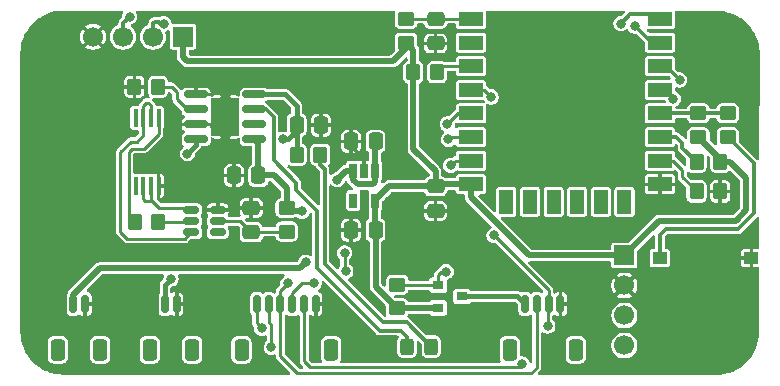
<source format=gbr>
%TF.GenerationSoftware,KiCad,Pcbnew,9.0.6-9.0.6~ubuntu22.04.1*%
%TF.CreationDate,2026-01-04T01:52:07+05:30*%
%TF.ProjectId,WLM_NODE1,574c4d5f-4e4f-4444-9531-2e6b69636164,rev?*%
%TF.SameCoordinates,Original*%
%TF.FileFunction,Copper,L1,Top*%
%TF.FilePolarity,Positive*%
%FSLAX46Y46*%
G04 Gerber Fmt 4.6, Leading zero omitted, Abs format (unit mm)*
G04 Created by KiCad (PCBNEW 9.0.6-9.0.6~ubuntu22.04.1) date 2026-01-04 01:52:07*
%MOMM*%
%LPD*%
G01*
G04 APERTURE LIST*
G04 Aperture macros list*
%AMRoundRect*
0 Rectangle with rounded corners*
0 $1 Rounding radius*
0 $2 $3 $4 $5 $6 $7 $8 $9 X,Y pos of 4 corners*
0 Add a 4 corners polygon primitive as box body*
4,1,4,$2,$3,$4,$5,$6,$7,$8,$9,$2,$3,0*
0 Add four circle primitives for the rounded corners*
1,1,$1+$1,$2,$3*
1,1,$1+$1,$4,$5*
1,1,$1+$1,$6,$7*
1,1,$1+$1,$8,$9*
0 Add four rect primitives between the rounded corners*
20,1,$1+$1,$2,$3,$4,$5,0*
20,1,$1+$1,$4,$5,$6,$7,0*
20,1,$1+$1,$6,$7,$8,$9,0*
20,1,$1+$1,$8,$9,$2,$3,0*%
G04 Aperture macros list end*
%TA.AperFunction,SMDPad,CuDef*%
%ADD10RoundRect,0.250000X-0.350000X-0.450000X0.350000X-0.450000X0.350000X0.450000X-0.350000X0.450000X0*%
%TD*%
%TA.AperFunction,SMDPad,CuDef*%
%ADD11RoundRect,0.250000X-0.337500X-0.475000X0.337500X-0.475000X0.337500X0.475000X-0.337500X0.475000X0*%
%TD*%
%TA.AperFunction,SMDPad,CuDef*%
%ADD12RoundRect,0.250000X0.350000X0.450000X-0.350000X0.450000X-0.350000X-0.450000X0.350000X-0.450000X0*%
%TD*%
%TA.AperFunction,SMDPad,CuDef*%
%ADD13RoundRect,0.150000X-0.150000X-0.625000X0.150000X-0.625000X0.150000X0.625000X-0.150000X0.625000X0*%
%TD*%
%TA.AperFunction,SMDPad,CuDef*%
%ADD14RoundRect,0.250000X-0.350000X-0.650000X0.350000X-0.650000X0.350000X0.650000X-0.350000X0.650000X0*%
%TD*%
%TA.AperFunction,SMDPad,CuDef*%
%ADD15R,0.650000X1.250000*%
%TD*%
%TA.AperFunction,SMDPad,CuDef*%
%ADD16RoundRect,0.250000X-0.450000X0.350000X-0.450000X-0.350000X0.450000X-0.350000X0.450000X0.350000X0*%
%TD*%
%TA.AperFunction,SMDPad,CuDef*%
%ADD17RoundRect,0.250000X0.325000X0.450000X-0.325000X0.450000X-0.325000X-0.450000X0.325000X-0.450000X0*%
%TD*%
%TA.AperFunction,SMDPad,CuDef*%
%ADD18RoundRect,0.250000X-0.475000X0.337500X-0.475000X-0.337500X0.475000X-0.337500X0.475000X0.337500X0*%
%TD*%
%TA.AperFunction,ComponentPad*%
%ADD19C,0.800000*%
%TD*%
%TA.AperFunction,ComponentPad*%
%ADD20C,6.400000*%
%TD*%
%TA.AperFunction,SMDPad,CuDef*%
%ADD21R,0.972000X0.802000*%
%TD*%
%TA.AperFunction,SMDPad,CuDef*%
%ADD22RoundRect,0.250000X0.337500X0.475000X-0.337500X0.475000X-0.337500X-0.475000X0.337500X-0.475000X0*%
%TD*%
%TA.AperFunction,SMDPad,CuDef*%
%ADD23RoundRect,0.050000X0.150000X-0.730000X0.150000X0.730000X-0.150000X0.730000X-0.150000X-0.730000X0*%
%TD*%
%TA.AperFunction,SMDPad,CuDef*%
%ADD24RoundRect,0.150000X-0.825000X-0.150000X0.825000X-0.150000X0.825000X0.150000X-0.825000X0.150000X0*%
%TD*%
%TA.AperFunction,HeatsinkPad*%
%ADD25C,0.800000*%
%TD*%
%TA.AperFunction,HeatsinkPad*%
%ADD26R,2.410000X3.300000*%
%TD*%
%TA.AperFunction,ComponentPad*%
%ADD27R,1.700000X1.700000*%
%TD*%
%TA.AperFunction,ComponentPad*%
%ADD28C,1.700000*%
%TD*%
%TA.AperFunction,SMDPad,CuDef*%
%ADD29RoundRect,0.250000X0.475000X-0.337500X0.475000X0.337500X-0.475000X0.337500X-0.475000X-0.337500X0*%
%TD*%
%TA.AperFunction,SMDPad,CuDef*%
%ADD30RoundRect,0.150000X-0.512500X-0.150000X0.512500X-0.150000X0.512500X0.150000X-0.512500X0.150000X0*%
%TD*%
%TA.AperFunction,SMDPad,CuDef*%
%ADD31R,1.250000X1.000000*%
%TD*%
%TA.AperFunction,SMDPad,CuDef*%
%ADD32R,2.000000X1.200000*%
%TD*%
%TA.AperFunction,SMDPad,CuDef*%
%ADD33R,1.200000X2.000000*%
%TD*%
%TA.AperFunction,ViaPad*%
%ADD34C,0.800000*%
%TD*%
%TA.AperFunction,Conductor*%
%ADD35C,0.300000*%
%TD*%
%TA.AperFunction,Conductor*%
%ADD36C,0.400000*%
%TD*%
%TA.AperFunction,Conductor*%
%ADD37C,0.250000*%
%TD*%
%TA.AperFunction,Conductor*%
%ADD38C,0.500000*%
%TD*%
G04 APERTURE END LIST*
D10*
%TO.P,R5,1*%
%TO.N,/GPIO2*%
X171400000Y-69800000D03*
%TO.P,R5,2*%
%TO.N,/3.3V*%
X173400000Y-69800000D03*
%TD*%
D11*
%TO.P,C1,1*%
%TO.N,/SOLAR_PANNEL*%
X137542500Y-66700000D03*
%TO.P,C1,2*%
%TO.N,GND*%
X139617500Y-66700000D03*
%TD*%
D12*
%TO.P,R6,1*%
%TO.N,/EN*%
X149430000Y-62200000D03*
%TO.P,R6,2*%
%TO.N,/3.3V*%
X147430000Y-62200000D03*
%TD*%
D13*
%TO.P,J1,1,Pin_1*%
%TO.N,/D1{slash}SDA*%
X134175000Y-81850000D03*
%TO.P,J1,2,Pin_2*%
%TO.N,/D2{slash}SCL*%
X135175000Y-81850000D03*
%TO.P,J1,3,Pin_3*%
%TO.N,/D3{slash}TRIG*%
X136175000Y-81850000D03*
%TO.P,J1,4,Pin_4*%
%TO.N,/D4*%
X137175000Y-81850000D03*
%TO.P,J1,5,Pin_5*%
%TO.N,/IN1{slash}ECHO*%
X138175000Y-81850000D03*
%TO.P,J1,6,Pin_6*%
%TO.N,GND*%
X139175000Y-81850000D03*
D14*
%TO.P,J1,MP*%
%TO.N,N/C*%
X132875000Y-85725000D03*
X140475000Y-85725000D03*
%TD*%
D10*
%TO.P,R1,1*%
%TO.N,/SOLAR_PANNEL*%
X137550000Y-69200000D03*
%TO.P,R1,2*%
%TO.N,Net-(D1-K)*%
X139550000Y-69200000D03*
%TD*%
D12*
%TO.P,R2,1*%
%TO.N,Net-(U2-PROG)*%
X125800000Y-63450000D03*
%TO.P,R2,2*%
%TO.N,GND*%
X123800000Y-63450000D03*
%TD*%
%TO.P,R10,1*%
%TO.N,Net-(U3-CS)*%
X125825000Y-74875000D03*
%TO.P,R10,2*%
%TO.N,Net-(Q1-Pad5)*%
X123825000Y-74875000D03*
%TD*%
D15*
%TO.P,IC1,1,VIN*%
%TO.N,/BAT*%
X144207500Y-70575000D03*
%TO.P,IC1,2,GND*%
%TO.N,GND*%
X143267500Y-70575000D03*
%TO.P,IC1,3,EN*%
%TO.N,/BAT*%
X142327500Y-70575000D03*
%TO.P,IC1,4,SNS*%
%TO.N,unconnected-(IC1-SNS-Pad4)*%
X142327500Y-73075000D03*
%TO.P,IC1,5,VOUT*%
%TO.N,/3.3V*%
X144207500Y-73075000D03*
%TD*%
D16*
%TO.P,R7,1*%
%TO.N,/RST*%
X146800000Y-57707500D03*
%TO.P,R7,2*%
%TO.N,/3.3V*%
X146800000Y-59707500D03*
%TD*%
%TO.P,R11,1*%
%TO.N,/MOS*%
X146050000Y-80200000D03*
%TO.P,R11,2*%
%TO.N,/3.3V*%
X146050000Y-82200000D03*
%TD*%
D17*
%TO.P,D1,1,K*%
%TO.N,Net-(D1-K)*%
X148950000Y-85450000D03*
%TO.P,D1,2,A*%
%TO.N,Net-(D1-A)*%
X146900000Y-85450000D03*
%TD*%
D18*
%TO.P,C5,1*%
%TO.N,/RST*%
X149300000Y-57700000D03*
%TO.P,C5,2*%
%TO.N,GND*%
X149300000Y-59775000D03*
%TD*%
D19*
%TO.P,H2,1,1*%
%TO.N,GND*%
X115400000Y-70700000D03*
X116102944Y-69002944D03*
X116102944Y-72397056D03*
X117800000Y-68300000D03*
D20*
X117800000Y-70700000D03*
D19*
X117800000Y-73100000D03*
X119497056Y-69002944D03*
X119497056Y-72397056D03*
X120200000Y-70700000D03*
%TD*%
D21*
%TO.P,T1,1*%
%TO.N,/MOS*%
X149518000Y-80234800D03*
%TO.P,T1,2*%
%TO.N,/3.3V*%
X149518000Y-82165200D03*
%TO.P,T1,3*%
%TO.N,/US_PWR*%
X151550000Y-81200000D03*
%TD*%
D22*
%TO.P,C6,1*%
%TO.N,/3.3V*%
X144225000Y-75575000D03*
%TO.P,C6,2*%
%TO.N,GND*%
X142150000Y-75575000D03*
%TD*%
%TO.P,C7,1*%
%TO.N,/BAT*%
X144225000Y-68075000D03*
%TO.P,C7,2*%
%TO.N,GND*%
X142150000Y-68075000D03*
%TD*%
D23*
%TO.P,Q1,1*%
%TO.N,unconnected-(Q1-Pad1)_1*%
X123910000Y-71830000D03*
%TO.P,Q1,2*%
%TO.N,Net-(U3-OD)*%
X124560000Y-71830000D03*
%TO.P,Q1,3*%
X125210000Y-71830000D03*
%TO.P,Q1,4*%
%TO.N,GND*%
X125860000Y-71830000D03*
%TO.P,Q1,5*%
%TO.N,Net-(Q1-Pad5)*%
X125860000Y-66070000D03*
%TO.P,Q1,6*%
%TO.N,Net-(U3-OC)*%
X125210000Y-66070000D03*
%TO.P,Q1,7*%
X124560000Y-66070000D03*
%TO.P,Q1,8*%
%TO.N,unconnected-(Q1-Pad1)*%
X123910000Y-66070000D03*
%TD*%
D18*
%TO.P,C3,1*%
%TO.N,/3.3V*%
X149300000Y-71875000D03*
%TO.P,C3,2*%
%TO.N,GND*%
X149300000Y-73950000D03*
%TD*%
D24*
%TO.P,U2,1,TEMP*%
%TO.N,GND*%
X129025000Y-64095000D03*
%TO.P,U2,2,PROG*%
%TO.N,Net-(U2-PROG)*%
X129025000Y-65365000D03*
%TO.P,U2,3,GND*%
%TO.N,GND*%
X129025000Y-66635000D03*
%TO.P,U2,4,V_{CC}*%
%TO.N,/SOLAR_PANNEL*%
X129025000Y-67905000D03*
%TO.P,U2,5,BAT*%
%TO.N,/BAT*%
X133975000Y-67905000D03*
%TO.P,U2,6,~{STDBY}*%
%TO.N,unconnected-(U2-~{STDBY}-Pad6)*%
X133975000Y-66635000D03*
%TO.P,U2,7,~{CHRG}*%
%TO.N,Net-(D1-A)*%
X133975000Y-65365000D03*
%TO.P,U2,8,CE*%
%TO.N,/SOLAR_PANNEL*%
X133975000Y-64095000D03*
D25*
%TO.P,U2,9,EPAD*%
%TO.N,GND*%
X130800000Y-64800000D03*
X130800000Y-66000000D03*
X130800000Y-67200000D03*
D26*
X131500000Y-66000000D03*
D25*
X132200000Y-64800000D03*
X132200000Y-66000000D03*
X132200000Y-67200000D03*
%TD*%
D13*
%TO.P,BAT,1,Pin_1*%
%TO.N,/BAT*%
X118625000Y-81850000D03*
%TO.P,BAT,2,Pin_2*%
%TO.N,GND*%
X119625000Y-81850000D03*
D14*
%TO.P,BAT,MP*%
%TO.N,N/C*%
X117325000Y-85725000D03*
X120925000Y-85725000D03*
%TD*%
D19*
%TO.P,H1,1,1*%
%TO.N,GND*%
X170700000Y-84200000D03*
X171402944Y-82502944D03*
X171402944Y-85897056D03*
X173100000Y-81800000D03*
D20*
X173100000Y-84200000D03*
D19*
X173100000Y-86600000D03*
X174797056Y-82502944D03*
X174797056Y-85897056D03*
X175500000Y-84200000D03*
%TD*%
D27*
%TO.P,J5,1,Pin_1*%
%TO.N,/3.3V*%
X127920000Y-59200000D03*
D28*
%TO.P,J5,2,Pin_2*%
%TO.N,/TX*%
X125380000Y-59200000D03*
%TO.P,J5,3,Pin_3*%
%TO.N,/RX*%
X122840000Y-59200000D03*
%TO.P,J5,4,Pin_4*%
%TO.N,GND*%
X120300000Y-59200000D03*
%TD*%
D10*
%TO.P,R3,1*%
%TO.N,/GPIO15*%
X171400000Y-72300000D03*
%TO.P,R3,2*%
%TO.N,GND*%
X173400000Y-72300000D03*
%TD*%
D27*
%TO.P,J3,1,Pin_1*%
%TO.N,/3.3V*%
X165300000Y-77730000D03*
D28*
%TO.P,J3,2,Pin_2*%
%TO.N,GND*%
X165300000Y-80270000D03*
%TO.P,J3,3,Pin_3*%
%TO.N,/D1{slash}SDA*%
X165300000Y-82810000D03*
%TO.P,J3,4,Pin_4*%
%TO.N,/D2{slash}SCL*%
X165300000Y-85350000D03*
%TD*%
D29*
%TO.P,C4,1*%
%TO.N,Net-(U3-VCC)*%
X133700000Y-75767500D03*
%TO.P,C4,2*%
%TO.N,GND*%
X133700000Y-73692500D03*
%TD*%
D30*
%TO.P,U3,1,OD*%
%TO.N,Net-(U3-OD)*%
X128600000Y-73875000D03*
%TO.P,U3,2,CS*%
%TO.N,Net-(U3-CS)*%
X128600000Y-74825000D03*
%TO.P,U3,3,OC*%
%TO.N,Net-(U3-OC)*%
X128600000Y-75775000D03*
%TO.P,U3,4,TD*%
%TO.N,unconnected-(U3-TD-Pad4)*%
X130875000Y-75775000D03*
%TO.P,U3,5,VCC*%
%TO.N,Net-(U3-VCC)*%
X130875000Y-74825000D03*
%TO.P,U3,6,GND*%
%TO.N,GND*%
X130875000Y-73875000D03*
%TD*%
D16*
%TO.P,R4,1*%
%TO.N,/BAT*%
X136700000Y-73700000D03*
%TO.P,R4,2*%
%TO.N,Net-(U3-VCC)*%
X136700000Y-75700000D03*
%TD*%
D22*
%TO.P,C2,1*%
%TO.N,/BAT*%
X134300000Y-70950000D03*
%TO.P,C2,2*%
%TO.N,GND*%
X132225000Y-70950000D03*
%TD*%
D19*
%TO.P,H3,1,1*%
%TO.N,GND*%
X170702944Y-60647056D03*
X171405888Y-58950000D03*
X171405888Y-62344112D03*
X173102944Y-58247056D03*
D20*
X173102944Y-60647056D03*
D19*
X173102944Y-63047056D03*
X174800000Y-58950000D03*
X174800000Y-62344112D03*
X175502944Y-60647056D03*
%TD*%
D31*
%TO.P,SW1,1,1*%
%TO.N,Net-(R9-Pad2)*%
X168300000Y-77950000D03*
%TO.P,SW1,2,2*%
%TO.N,GND*%
X176050000Y-77950000D03*
%TD*%
D16*
%TO.P,R9,1*%
%TO.N,/GPIO0*%
X174050000Y-65700000D03*
%TO.P,R9,2*%
%TO.N,Net-(R9-Pad2)*%
X174050000Y-67700000D03*
%TD*%
D32*
%TO.P,U1,1,RST*%
%TO.N,/RST*%
X152300000Y-57700000D03*
%TO.P,U1,2,ADC*%
%TO.N,unconnected-(U1-ADC-Pad2)*%
X152300000Y-59700000D03*
%TO.P,U1,3,EN*%
%TO.N,/EN*%
X152300000Y-61700000D03*
%TO.P,U1,4,GPIO16*%
%TO.N,/IN1{slash}ECHO*%
X152300000Y-63700000D03*
%TO.P,U1,5,GPIO14*%
%TO.N,/D4*%
X152300000Y-65700000D03*
%TO.P,U1,6,GPIO12*%
%TO.N,/D3{slash}TRIG*%
X152300000Y-67700000D03*
%TO.P,U1,7,GPIO13*%
%TO.N,/MOS*%
X152300000Y-69700000D03*
%TO.P,U1,8,VCC*%
%TO.N,/3.3V*%
X152300000Y-71700000D03*
D33*
%TO.P,U1,9,CS0*%
%TO.N,unconnected-(U1-CS0-Pad9)*%
X155300000Y-73180000D03*
%TO.P,U1,10,MISO*%
%TO.N,unconnected-(U1-MISO-Pad10)*%
X157300000Y-73180000D03*
%TO.P,U1,11,IO9*%
%TO.N,unconnected-(U1-IO9-Pad11)*%
X159300000Y-73180000D03*
%TO.P,U1,12,IO10*%
%TO.N,unconnected-(U1-IO10-Pad12)*%
X161300000Y-73180000D03*
%TO.P,U1,13,MOSI*%
%TO.N,unconnected-(U1-MOSI-Pad13)*%
X163300000Y-73180000D03*
%TO.P,U1,14,SCLK*%
%TO.N,unconnected-(U1-SCLK-Pad14)*%
X165300000Y-73180000D03*
D32*
%TO.P,U1,15,GND*%
%TO.N,GND*%
X168300000Y-71700000D03*
%TO.P,U1,16,GPIO15*%
%TO.N,/GPIO15*%
X168300000Y-69700000D03*
%TO.P,U1,17,GPIO2*%
%TO.N,/GPIO2*%
X168300000Y-67700000D03*
%TO.P,U1,18,GPIO0*%
%TO.N,/GPIO0*%
X168300000Y-65700000D03*
%TO.P,U1,19,GPIO4*%
%TO.N,/D1{slash}SDA*%
X168300000Y-63700000D03*
%TO.P,U1,20,GPIO5*%
%TO.N,/D2{slash}SCL*%
X168300000Y-61700000D03*
%TO.P,U1,21,RXD*%
%TO.N,/RX*%
X168300000Y-59700000D03*
%TO.P,U1,22,TXD*%
%TO.N,/TX*%
X168300000Y-57700000D03*
%TD*%
D13*
%TO.P,SP,1,Pin_1*%
%TO.N,/SOLAR_PANNEL*%
X126400000Y-81850000D03*
%TO.P,SP,2,Pin_2*%
%TO.N,GND*%
X127400000Y-81850000D03*
D14*
%TO.P,SP,MP*%
%TO.N,N/C*%
X125100000Y-85725000D03*
X128700000Y-85725000D03*
%TD*%
D13*
%TO.P,SENSOR,1,Pin_1*%
%TO.N,/US_PWR*%
X156875000Y-81850000D03*
%TO.P,SENSOR,2,Pin_2*%
%TO.N,/D3{slash}TRIG*%
X157875000Y-81850000D03*
%TO.P,SENSOR,3,Pin_3*%
%TO.N,/IN1{slash}ECHO*%
X158875000Y-81850000D03*
%TO.P,SENSOR,4,Pin_4*%
%TO.N,GND*%
X159875000Y-81850000D03*
D14*
%TO.P,SENSOR,MP*%
%TO.N,N/C*%
X155575000Y-85725000D03*
X161175000Y-85725000D03*
%TD*%
D16*
%TO.P,R8,1*%
%TO.N,/GPIO0*%
X171550000Y-65700000D03*
%TO.P,R8,2*%
%TO.N,/3.3V*%
X171550000Y-67700000D03*
%TD*%
D34*
%TO.N,/SOLAR_PANNEL*%
X128300000Y-69100000D03*
X126900000Y-79700000D03*
X136400000Y-67900000D03*
%TO.N,GND*%
X137200000Y-85350000D03*
X163000000Y-84350000D03*
X136100000Y-65200000D03*
X139077298Y-84977298D03*
%TO.N,/BAT*%
X138000000Y-74000000D03*
X138300000Y-78300000D03*
X141000000Y-71300000D03*
%TO.N,/D2{slash}SCL*%
X169959559Y-62870038D03*
X135400000Y-85500000D03*
%TO.N,/D3{slash}TRIG*%
X150400000Y-67900000D03*
X136800000Y-80100000D03*
%TO.N,/D1{slash}SDA*%
X134600000Y-83900000D03*
X169425001Y-64462131D03*
%TO.N,/D4*%
X141706370Y-79074999D03*
X150300000Y-66600000D03*
X139000000Y-80100000D03*
X141600000Y-77525000D03*
%TO.N,/IN1{slash}ECHO*%
X158800000Y-83700000D03*
X156636198Y-86930186D03*
X154263603Y-76036397D03*
X154000000Y-64300000D03*
%TO.N,/TX*%
X126290000Y-58093975D03*
X165005025Y-58094975D03*
%TO.N,/RX*%
X123400000Y-57504745D03*
X166200000Y-58300000D03*
%TO.N,/MOS*%
X150200000Y-79100000D03*
X150600000Y-70100000D03*
%TO.N,GND*%
X141000000Y-72900000D03*
X145400000Y-73100000D03*
%TD*%
D35*
%TO.N,Net-(D1-K)*%
X148950000Y-85450000D02*
X146895740Y-83395740D01*
X146895740Y-83395740D02*
X144895740Y-83395740D01*
X144895740Y-83395740D02*
X139910000Y-78410000D01*
X139910000Y-78410000D02*
X139910000Y-70410000D01*
X139910000Y-70410000D02*
X139550000Y-70050000D01*
X139550000Y-70050000D02*
X139550000Y-69200000D01*
%TO.N,Net-(D1-A)*%
X133975000Y-65365000D02*
X134949999Y-65365000D01*
X134949999Y-65365000D02*
X135600000Y-66015001D01*
X146900000Y-84600000D02*
X146900000Y-85450000D01*
X135600000Y-66015001D02*
X135600000Y-69650000D01*
X135600000Y-69650000D02*
X137500000Y-71550000D01*
X137500000Y-71550000D02*
X137500000Y-72180000D01*
X137500000Y-72180000D02*
X139274000Y-73954000D01*
X139274000Y-73954000D02*
X139274000Y-78774000D01*
X139274000Y-78774000D02*
X144600000Y-84100000D01*
X146400000Y-84100000D02*
X146900000Y-84600000D01*
X144600000Y-84100000D02*
X146400000Y-84100000D01*
%TO.N,/TX*%
X126290000Y-58093975D02*
X126013973Y-58093975D01*
X126013973Y-58093975D02*
X125848110Y-57928112D01*
X125848110Y-57928112D02*
X125519902Y-57928112D01*
X125519902Y-57928112D02*
X125380000Y-58068014D01*
X125380000Y-58068014D02*
X125380000Y-59200000D01*
D36*
%TO.N,/SOLAR_PANNEL*%
X133975000Y-64095000D02*
X136595000Y-64095000D01*
X129025000Y-67905000D02*
X129025000Y-68375000D01*
X137542500Y-66700000D02*
X137542500Y-69192500D01*
X136400000Y-67900000D02*
X136800000Y-67900000D01*
X136595000Y-64095000D02*
X137542500Y-65042500D01*
X126900000Y-79700000D02*
X126400000Y-80200000D01*
X137542500Y-69192500D02*
X137550000Y-69200000D01*
X129025000Y-68375000D02*
X128300000Y-69100000D01*
X137542500Y-65042500D02*
X137542500Y-66700000D01*
X137542500Y-67157500D02*
X136800000Y-67900000D01*
X137542500Y-66700000D02*
X137542500Y-67157500D01*
X126400000Y-80200000D02*
X126400000Y-81850000D01*
D35*
%TO.N,GND*%
X142150000Y-68450000D02*
X143267500Y-69567500D01*
D37*
X139175000Y-84879596D02*
X139077298Y-84977298D01*
D35*
X143267500Y-69567500D02*
X143267500Y-70575000D01*
X142150000Y-68075000D02*
X142150000Y-68450000D01*
D37*
X139175000Y-81850000D02*
X139175000Y-84879596D01*
D38*
%TO.N,/BAT*%
X142700000Y-71700000D02*
X142300000Y-71300000D01*
X141725000Y-70575000D02*
X141000000Y-71300000D01*
X136700000Y-72000000D02*
X135650000Y-70950000D01*
X144207500Y-70575000D02*
X144207500Y-68092500D01*
X138000000Y-74000000D02*
X137000000Y-74000000D01*
X144207500Y-70575000D02*
X144207500Y-71492500D01*
X120900001Y-78800000D02*
X134900000Y-78800000D01*
X134900000Y-78800000D02*
X137800000Y-78800000D01*
X144207500Y-71492500D02*
X144000000Y-71700000D01*
X134300000Y-68230000D02*
X133975000Y-67905000D01*
X144000000Y-71700000D02*
X142700000Y-71700000D01*
X118625000Y-81850000D02*
X118625000Y-81075001D01*
X142300000Y-71300000D02*
X142300000Y-70602500D01*
X134300000Y-70950000D02*
X134300000Y-68230000D01*
X137000000Y-74000000D02*
X136700000Y-73700000D01*
X142300000Y-70602500D02*
X142327500Y-70575000D01*
X137800000Y-78800000D02*
X138300000Y-78300000D01*
X136700000Y-73700000D02*
X136700000Y-72000000D01*
X142327500Y-70575000D02*
X141725000Y-70575000D01*
X135650000Y-70950000D02*
X134300000Y-70950000D01*
X144207500Y-68092500D02*
X144225000Y-68075000D01*
X118625000Y-81075001D02*
X120900001Y-78800000D01*
%TO.N,/3.3V*%
X145325000Y-71875000D02*
X149300000Y-71875000D01*
X147430000Y-60337500D02*
X146800000Y-59707500D01*
X165300000Y-77730000D02*
X157230000Y-77730000D01*
X147430000Y-68730000D02*
X149300000Y-70600000D01*
X128427500Y-59707500D02*
X127920000Y-59200000D01*
X173400000Y-69800000D02*
X174200000Y-69800000D01*
X173400000Y-69800000D02*
X173400000Y-69550000D01*
X149300000Y-70600000D02*
X149300000Y-71875000D01*
X168230000Y-74800000D02*
X165300000Y-77730000D01*
D37*
X171500000Y-67800000D02*
X171500000Y-67300000D01*
D38*
X144207500Y-73075000D02*
X144207500Y-72992500D01*
X149483200Y-82200000D02*
X149518000Y-82165200D01*
X152300000Y-72800000D02*
X152300000Y-71700000D01*
X127920000Y-59200000D02*
X127920000Y-60920000D01*
X144207500Y-73075000D02*
X144207500Y-75557500D01*
X146800000Y-60200000D02*
X146800000Y-59707500D01*
X175600000Y-71200000D02*
X175600000Y-73900000D01*
X144225000Y-80375000D02*
X144225000Y-75575000D01*
X157230000Y-77730000D02*
X152300000Y-72800000D01*
X173400000Y-69550000D02*
X171550000Y-67700000D01*
X146050000Y-82200000D02*
X149483200Y-82200000D01*
X128300000Y-61300000D02*
X145700000Y-61300000D01*
X144207500Y-75557500D02*
X144225000Y-75575000D01*
X127920000Y-60920000D02*
X128300000Y-61300000D01*
X144207500Y-72992500D02*
X145325000Y-71875000D01*
X174200000Y-69800000D02*
X175600000Y-71200000D01*
X146050000Y-82200000D02*
X144225000Y-80375000D01*
X145700000Y-61300000D02*
X146800000Y-60200000D01*
X175600000Y-73900000D02*
X174700000Y-74800000D01*
X147430000Y-62200000D02*
X147430000Y-68730000D01*
X147430000Y-62200000D02*
X147430000Y-60337500D01*
X174700000Y-74800000D02*
X168230000Y-74800000D01*
X149475000Y-71700000D02*
X149300000Y-71875000D01*
X152300000Y-71700000D02*
X149475000Y-71700000D01*
D37*
%TO.N,Net-(U3-VCC)*%
X133900000Y-75700000D02*
X136700000Y-75700000D01*
X133700000Y-75767500D02*
X133832500Y-75767500D01*
X133832500Y-75767500D02*
X133900000Y-75700000D01*
X132757500Y-74825000D02*
X133700000Y-75767500D01*
X130875000Y-74825000D02*
X132757500Y-74825000D01*
%TO.N,/RST*%
X149300000Y-57700000D02*
X146807500Y-57700000D01*
X146807500Y-57700000D02*
X146800000Y-57707500D01*
X149300000Y-57700000D02*
X152300000Y-57700000D01*
%TO.N,/D2{slash}SCL*%
X135175000Y-81850000D02*
X135175000Y-83349000D01*
X168300000Y-61700000D02*
X168789521Y-61700000D01*
X135400000Y-83574000D02*
X135400000Y-85500000D01*
X135175000Y-83349000D02*
X135400000Y-83574000D01*
X168789521Y-61700000D02*
X169959559Y-62870038D01*
%TO.N,/D3{slash}TRIG*%
X136175000Y-81850000D02*
X136175000Y-86275000D01*
X150400000Y-67900000D02*
X150600000Y-67700000D01*
X157394815Y-87705185D02*
X157875000Y-87225000D01*
X137604753Y-87704753D02*
X138400106Y-87705185D01*
X136800000Y-80100000D02*
X136175000Y-80725000D01*
X150600000Y-67700000D02*
X152300000Y-67700000D01*
X136175000Y-80725000D02*
X136175000Y-81850000D01*
X136175000Y-86275000D02*
X137604753Y-87704753D01*
X138400106Y-87705185D02*
X157394815Y-87705185D01*
X157875000Y-87225000D02*
X157875000Y-81850000D01*
%TO.N,/D1{slash}SDA*%
X168300000Y-63700000D02*
X168662870Y-63700000D01*
X134175000Y-83475000D02*
X134600000Y-83900000D01*
X168662870Y-63700000D02*
X169425001Y-64462131D01*
X134175000Y-81850000D02*
X134175000Y-83475000D01*
%TO.N,/D4*%
X150300000Y-66600000D02*
X151200000Y-65700000D01*
X137175000Y-80925000D02*
X137175000Y-81850000D01*
X141600000Y-77525000D02*
X141600000Y-78968629D01*
X139000000Y-80100000D02*
X138000000Y-80100000D01*
X141600000Y-78968629D02*
X141706370Y-79074999D01*
X138000000Y-80100000D02*
X137175000Y-80925000D01*
X151200000Y-65700000D02*
X152300000Y-65700000D01*
%TO.N,/IN1{slash}ECHO*%
X152300000Y-63700000D02*
X153400000Y-63700000D01*
X138175000Y-86675000D02*
X138704185Y-87204185D01*
X158800000Y-83700000D02*
X158800000Y-81925000D01*
X153400000Y-63700000D02*
X154000000Y-64300000D01*
X138704185Y-87204185D02*
X139200000Y-87204185D01*
X138175000Y-81850000D02*
X138175000Y-86675000D01*
X154263603Y-76036397D02*
X158875000Y-80647794D01*
X158875000Y-80647794D02*
X158875000Y-81850000D01*
X158800000Y-81925000D02*
X158875000Y-81850000D01*
X156362199Y-87204185D02*
X156636198Y-86930186D01*
X139200000Y-87204185D02*
X156362199Y-87204185D01*
D36*
%TO.N,/US_PWR*%
X156225000Y-81200000D02*
X156875000Y-81850000D01*
X151550000Y-81200000D02*
X156225000Y-81200000D01*
D35*
%TO.N,/TX*%
X165800000Y-57300000D02*
X167900000Y-57300000D01*
X167900000Y-57300000D02*
X168300000Y-57700000D01*
X165005025Y-58094975D02*
X165800000Y-57300000D01*
%TO.N,/RX*%
X122840000Y-58064745D02*
X123400000Y-57504745D01*
X167600000Y-59700000D02*
X168300000Y-59700000D01*
X122840000Y-59200000D02*
X122840000Y-58064745D01*
X166200000Y-58300000D02*
X167600000Y-59700000D01*
D37*
%TO.N,Net-(U3-OC)*%
X122600000Y-68991480D02*
X123491480Y-68100000D01*
X123491480Y-68100000D02*
X124000000Y-68100000D01*
X125000000Y-64800000D02*
X124800000Y-64800000D01*
X123200000Y-76300000D02*
X122600000Y-75700000D01*
X128600000Y-75775000D02*
X128075000Y-76300000D01*
X122600000Y-75700000D02*
X122600000Y-68991480D01*
X124000000Y-68100000D02*
X124560000Y-67540000D01*
X125210000Y-66070000D02*
X125210000Y-65010000D01*
X124560000Y-65040000D02*
X124560000Y-66070000D01*
X124560000Y-67540000D02*
X124560000Y-66070000D01*
X124800000Y-64800000D02*
X124560000Y-65040000D01*
X128075000Y-76300000D02*
X123200000Y-76300000D01*
X125210000Y-65010000D02*
X125000000Y-64800000D01*
%TO.N,Net-(U3-OD)*%
X125210000Y-72990000D02*
X125210000Y-71830000D01*
X128600000Y-73875000D02*
X128425000Y-73700000D01*
X125900000Y-73700000D02*
X125900000Y-73680000D01*
X124560000Y-72960000D02*
X124700000Y-73100000D01*
X124560000Y-71830000D02*
X124560000Y-72960000D01*
X125900000Y-73680000D02*
X125210000Y-72990000D01*
X125100000Y-73100000D02*
X125210000Y-72990000D01*
X124700000Y-73100000D02*
X125100000Y-73100000D01*
X128425000Y-73700000D02*
X125900000Y-73700000D01*
%TO.N,Net-(Q1-Pad5)*%
X123334000Y-68966000D02*
X123600000Y-68700000D01*
X123600000Y-68700000D02*
X124600000Y-68700000D01*
X123825000Y-74875000D02*
X123334000Y-74384000D01*
X125860000Y-67440000D02*
X125860000Y-66070000D01*
X123334000Y-74384000D02*
X123334000Y-68966000D01*
X124600000Y-68700000D02*
X125860000Y-67440000D01*
%TO.N,Net-(U2-PROG)*%
X126950000Y-63450000D02*
X125800000Y-63450000D01*
X128265000Y-65365000D02*
X127400000Y-64500000D01*
X127400000Y-63900000D02*
X126950000Y-63450000D01*
X127400000Y-64500000D02*
X127400000Y-63900000D01*
X129025000Y-65365000D02*
X128265000Y-65365000D01*
%TO.N,/GPIO15*%
X170200000Y-71100000D02*
X170200000Y-70500000D01*
X170200000Y-70500000D02*
X169400000Y-69700000D01*
X169400000Y-69700000D02*
X168300000Y-69700000D01*
X171400000Y-72300000D02*
X170200000Y-71100000D01*
D35*
%TO.N,/GPIO2*%
X169700000Y-67700000D02*
X168300000Y-67700000D01*
X170200000Y-68200000D02*
X169700000Y-67700000D01*
X171400000Y-69800000D02*
X170200000Y-68600000D01*
X170200000Y-68600000D02*
X170200000Y-68200000D01*
D37*
%TO.N,/EN*%
X149930000Y-61700000D02*
X149430000Y-62200000D01*
X152300000Y-61700000D02*
X149930000Y-61700000D01*
D35*
%TO.N,/GPIO0*%
X168300000Y-65700000D02*
X171550000Y-65700000D01*
X171550000Y-65700000D02*
X174050000Y-65700000D01*
D37*
%TO.N,Net-(U3-CS)*%
X125825000Y-74875000D02*
X128550000Y-74875000D01*
X128550000Y-74875000D02*
X128600000Y-74825000D01*
%TO.N,/MOS*%
X151000000Y-69700000D02*
X150600000Y-70100000D01*
X149800000Y-79100000D02*
X149518000Y-79382000D01*
X152300000Y-69700000D02*
X151000000Y-69700000D01*
X146084800Y-80234800D02*
X146050000Y-80200000D01*
X149518000Y-79382000D02*
X149518000Y-80234800D01*
X150200000Y-79100000D02*
X149800000Y-79100000D01*
X149518000Y-80234800D02*
X146084800Y-80234800D01*
D35*
%TO.N,Net-(R9-Pad2)*%
X174050000Y-67700000D02*
X176251000Y-69901000D01*
X174920654Y-75500000D02*
X168800000Y-75500000D01*
X176251000Y-74169654D02*
X174920654Y-75500000D01*
X168300000Y-76000000D02*
X168300000Y-77950000D01*
X168800000Y-75500000D02*
X168300000Y-76000000D01*
X176251000Y-69901000D02*
X176251000Y-74169654D01*
%TD*%
%TA.AperFunction,Conductor*%
%TO.N,GND*%
G36*
X176639285Y-74450275D02*
G01*
X176695218Y-74492147D01*
X176719635Y-74557611D01*
X176719951Y-74566720D01*
X176714623Y-77076263D01*
X176694796Y-77143261D01*
X176641895Y-77188903D01*
X176590623Y-77200000D01*
X176200000Y-77200000D01*
X176200000Y-78700000D01*
X176586912Y-78700000D01*
X176653951Y-78719685D01*
X176699706Y-78772489D01*
X176710912Y-78824263D01*
X176699622Y-84142169D01*
X176699622Y-84142181D01*
X176699600Y-84152096D01*
X176699500Y-84152405D01*
X176699500Y-84197224D01*
X176699492Y-84197248D01*
X176699351Y-84203034D01*
X176682225Y-84551631D01*
X176681032Y-84563741D01*
X176630269Y-84905958D01*
X176627895Y-84917893D01*
X176543833Y-85253487D01*
X176540300Y-85265132D01*
X176423751Y-85590862D01*
X176419095Y-85602103D01*
X176271174Y-85914859D01*
X176265437Y-85925592D01*
X176087582Y-86222324D01*
X176080822Y-86232442D01*
X175874727Y-86510329D01*
X175867007Y-86519735D01*
X175634677Y-86776072D01*
X175626072Y-86784677D01*
X175369735Y-87017007D01*
X175360329Y-87024727D01*
X175082442Y-87230822D01*
X175072324Y-87237582D01*
X174775592Y-87415437D01*
X174764859Y-87421174D01*
X174452103Y-87569095D01*
X174440862Y-87573751D01*
X174115132Y-87690300D01*
X174103487Y-87693833D01*
X173767893Y-87777895D01*
X173755958Y-87780269D01*
X173413741Y-87831032D01*
X173401630Y-87832225D01*
X173053058Y-87849349D01*
X173046907Y-87849498D01*
X158088955Y-87841376D01*
X158021926Y-87821655D01*
X157976200Y-87768826D01*
X157966294Y-87699662D01*
X157995353Y-87636122D01*
X158001333Y-87629703D01*
X158175474Y-87455563D01*
X158175475Y-87455562D01*
X158224910Y-87369938D01*
X158250500Y-87274435D01*
X158250500Y-85027135D01*
X160324500Y-85027135D01*
X160324500Y-86422870D01*
X160324501Y-86422876D01*
X160330908Y-86482483D01*
X160381202Y-86617328D01*
X160381206Y-86617335D01*
X160467452Y-86732544D01*
X160467455Y-86732547D01*
X160582664Y-86818793D01*
X160582671Y-86818797D01*
X160717517Y-86869091D01*
X160717516Y-86869091D01*
X160724444Y-86869835D01*
X160777127Y-86875500D01*
X161572872Y-86875499D01*
X161632483Y-86869091D01*
X161767331Y-86818796D01*
X161882546Y-86732546D01*
X161968796Y-86617331D01*
X162019091Y-86482483D01*
X162025500Y-86422873D01*
X162025499Y-85263389D01*
X164199500Y-85263389D01*
X164199500Y-85436610D01*
X164220959Y-85572102D01*
X164226598Y-85607701D01*
X164280127Y-85772445D01*
X164358768Y-85926788D01*
X164460586Y-86066928D01*
X164583072Y-86189414D01*
X164723212Y-86291232D01*
X164877555Y-86369873D01*
X165042299Y-86423402D01*
X165213389Y-86450500D01*
X165213390Y-86450500D01*
X165386610Y-86450500D01*
X165386611Y-86450500D01*
X165557701Y-86423402D01*
X165722445Y-86369873D01*
X165876788Y-86291232D01*
X166016928Y-86189414D01*
X166139414Y-86066928D01*
X166241232Y-85926788D01*
X166319873Y-85772445D01*
X166373402Y-85607701D01*
X166400500Y-85436611D01*
X166400500Y-85263389D01*
X166373402Y-85092299D01*
X166319873Y-84927555D01*
X166241232Y-84773212D01*
X166139414Y-84633072D01*
X166016928Y-84510586D01*
X165876788Y-84408768D01*
X165722445Y-84330127D01*
X165557701Y-84276598D01*
X165557699Y-84276597D01*
X165557698Y-84276597D01*
X165426271Y-84255781D01*
X165386611Y-84249500D01*
X165213389Y-84249500D01*
X165173728Y-84255781D01*
X165042302Y-84276597D01*
X164877552Y-84330128D01*
X164723211Y-84408768D01*
X164672776Y-84445412D01*
X164583072Y-84510586D01*
X164583070Y-84510588D01*
X164583069Y-84510588D01*
X164460588Y-84633069D01*
X164460588Y-84633070D01*
X164460586Y-84633072D01*
X164416859Y-84693256D01*
X164358768Y-84773211D01*
X164280128Y-84927552D01*
X164226597Y-85092302D01*
X164199500Y-85263389D01*
X162025499Y-85263389D01*
X162025499Y-85027128D01*
X162019091Y-84967517D01*
X162013351Y-84952128D01*
X161968797Y-84832671D01*
X161968793Y-84832664D01*
X161882547Y-84717455D01*
X161882544Y-84717452D01*
X161767335Y-84631206D01*
X161767328Y-84631202D01*
X161632482Y-84580908D01*
X161632483Y-84580908D01*
X161572883Y-84574501D01*
X161572881Y-84574500D01*
X161572873Y-84574500D01*
X161572864Y-84574500D01*
X160777129Y-84574500D01*
X160777123Y-84574501D01*
X160717516Y-84580908D01*
X160582671Y-84631202D01*
X160582664Y-84631206D01*
X160467455Y-84717452D01*
X160467452Y-84717455D01*
X160381206Y-84832664D01*
X160381202Y-84832671D01*
X160330908Y-84967517D01*
X160327032Y-85003573D01*
X160324501Y-85027123D01*
X160324500Y-85027135D01*
X158250500Y-85027135D01*
X158250500Y-84347172D01*
X158270185Y-84280133D01*
X158322989Y-84234378D01*
X158392147Y-84224434D01*
X158443392Y-84244071D01*
X158491864Y-84276460D01*
X158491875Y-84276466D01*
X158499248Y-84279520D01*
X158610256Y-84325501D01*
X158610260Y-84325501D01*
X158610261Y-84325502D01*
X158735928Y-84350500D01*
X158735931Y-84350500D01*
X158864071Y-84350500D01*
X158966488Y-84330127D01*
X158989744Y-84325501D01*
X159108127Y-84276465D01*
X159214669Y-84205276D01*
X159305276Y-84114669D01*
X159376465Y-84008127D01*
X159425501Y-83889744D01*
X159437411Y-83829871D01*
X159450500Y-83764071D01*
X159450500Y-83635928D01*
X159425502Y-83510261D01*
X159425501Y-83510260D01*
X159425501Y-83510256D01*
X159376465Y-83391873D01*
X159376464Y-83391872D01*
X159376461Y-83391866D01*
X159305276Y-83285331D01*
X159305273Y-83285327D01*
X159211819Y-83191873D01*
X159197115Y-83164945D01*
X159180523Y-83139127D01*
X159179631Y-83132926D01*
X159178334Y-83130550D01*
X159175500Y-83104192D01*
X159175500Y-82923795D01*
X159195185Y-82856756D01*
X159243207Y-82813309D01*
X159250500Y-82809593D01*
X159263342Y-82803050D01*
X159287673Y-82778718D01*
X159348992Y-82745235D01*
X159418684Y-82750219D01*
X159463033Y-82778720D01*
X159486949Y-82802636D01*
X159486953Y-82802639D01*
X159599855Y-82860166D01*
X159693513Y-82874999D01*
X160025000Y-82874999D01*
X160056479Y-82874999D01*
X160150149Y-82860164D01*
X160150155Y-82860162D01*
X160263041Y-82802643D01*
X160263050Y-82802636D01*
X160342297Y-82723389D01*
X164199500Y-82723389D01*
X164199500Y-82896611D01*
X164207677Y-82948239D01*
X164214892Y-82993796D01*
X164226598Y-83067701D01*
X164280127Y-83232445D01*
X164358768Y-83386788D01*
X164460586Y-83526928D01*
X164583072Y-83649414D01*
X164723212Y-83751232D01*
X164877555Y-83829873D01*
X165042299Y-83883402D01*
X165213389Y-83910500D01*
X165213390Y-83910500D01*
X165386610Y-83910500D01*
X165386611Y-83910500D01*
X165557701Y-83883402D01*
X165722445Y-83829873D01*
X165876788Y-83751232D01*
X166016928Y-83649414D01*
X166139414Y-83526928D01*
X166241232Y-83386788D01*
X166319873Y-83232445D01*
X166373402Y-83067701D01*
X166400500Y-82896611D01*
X166400500Y-82723389D01*
X166373402Y-82552299D01*
X166319873Y-82387555D01*
X166241232Y-82233212D01*
X166139414Y-82093072D01*
X166016928Y-81970586D01*
X165876788Y-81868768D01*
X165722445Y-81790127D01*
X165557701Y-81736598D01*
X165557699Y-81736597D01*
X165557698Y-81736597D01*
X165397382Y-81711206D01*
X165386611Y-81709500D01*
X165213389Y-81709500D01*
X165202618Y-81711206D01*
X165042302Y-81736597D01*
X164877552Y-81790128D01*
X164723211Y-81868768D01*
X164679834Y-81900284D01*
X164583072Y-81970586D01*
X164583070Y-81970588D01*
X164583069Y-81970588D01*
X164460588Y-82093069D01*
X164460588Y-82093070D01*
X164460586Y-82093072D01*
X164416859Y-82153256D01*
X164358768Y-82233211D01*
X164280128Y-82387552D01*
X164226597Y-82552302D01*
X164208916Y-82663939D01*
X164199500Y-82723389D01*
X160342297Y-82723389D01*
X160352636Y-82713050D01*
X160352639Y-82713045D01*
X160378536Y-82662222D01*
X160410166Y-82600144D01*
X160425000Y-82506486D01*
X160425000Y-82000000D01*
X160025000Y-82000000D01*
X160025000Y-82874999D01*
X159693513Y-82874999D01*
X159725000Y-82874998D01*
X159725000Y-81700000D01*
X160025000Y-81700000D01*
X160424999Y-81700000D01*
X160424999Y-81193520D01*
X160413184Y-81118915D01*
X160413184Y-81118912D01*
X160410165Y-81099855D01*
X160410162Y-81099844D01*
X160352643Y-80986958D01*
X160352636Y-80986949D01*
X160263050Y-80897363D01*
X160263046Y-80897360D01*
X160150144Y-80839833D01*
X160056486Y-80825000D01*
X160025000Y-80825000D01*
X160025000Y-81700000D01*
X159725000Y-81700000D01*
X159725000Y-80824999D01*
X159693521Y-80825000D01*
X159599849Y-80839835D01*
X159599844Y-80839837D01*
X159486958Y-80897356D01*
X159486952Y-80897361D01*
X159463032Y-80921281D01*
X159455054Y-80925636D01*
X159449604Y-80932909D01*
X159424872Y-80942116D01*
X159401708Y-80954765D01*
X159392642Y-80954116D01*
X159384126Y-80957287D01*
X159358343Y-80951662D01*
X159332017Y-80949779D01*
X159322933Y-80943937D01*
X159315861Y-80942395D01*
X159287622Y-80921230D01*
X159286767Y-80920375D01*
X159253318Y-80859032D01*
X159250500Y-80832745D01*
X159250500Y-80598361D01*
X159250500Y-80598359D01*
X159224910Y-80502856D01*
X159175475Y-80417232D01*
X159105562Y-80347319D01*
X158941671Y-80183428D01*
X164200000Y-80183428D01*
X164200000Y-80356571D01*
X164227085Y-80527584D01*
X164280591Y-80692257D01*
X164359198Y-80846528D01*
X164423219Y-80934646D01*
X164423220Y-80934647D01*
X164856329Y-80501538D01*
X164899901Y-80577007D01*
X164992993Y-80670099D01*
X165068460Y-80713670D01*
X164635351Y-81146778D01*
X164635352Y-81146780D01*
X164723471Y-81210801D01*
X164877742Y-81289408D01*
X165042415Y-81342914D01*
X165213429Y-81370000D01*
X165386571Y-81370000D01*
X165557584Y-81342914D01*
X165722257Y-81289408D01*
X165876525Y-81210803D01*
X165964646Y-81146778D01*
X165964647Y-81146778D01*
X165531539Y-80713670D01*
X165607007Y-80670099D01*
X165700099Y-80577007D01*
X165743670Y-80501538D01*
X166176778Y-80934647D01*
X166176778Y-80934646D01*
X166240803Y-80846525D01*
X166319408Y-80692257D01*
X166372914Y-80527584D01*
X166400000Y-80356571D01*
X166400000Y-80183428D01*
X166372914Y-80012415D01*
X166319408Y-79847742D01*
X166240801Y-79693471D01*
X166176780Y-79605352D01*
X166176778Y-79605351D01*
X165743670Y-80038460D01*
X165700099Y-79962993D01*
X165607007Y-79869901D01*
X165531538Y-79826329D01*
X165964647Y-79393220D01*
X165964646Y-79393219D01*
X165876528Y-79329198D01*
X165722257Y-79250591D01*
X165557584Y-79197085D01*
X165386571Y-79170000D01*
X165213429Y-79170000D01*
X165042415Y-79197085D01*
X164877742Y-79250591D01*
X164723478Y-79329194D01*
X164635352Y-79393220D01*
X165068461Y-79826329D01*
X164992993Y-79869901D01*
X164899901Y-79962993D01*
X164856329Y-80038461D01*
X164423220Y-79605352D01*
X164359194Y-79693478D01*
X164280591Y-79847742D01*
X164227085Y-80012415D01*
X164200000Y-80183428D01*
X158941671Y-80183428D01*
X157200424Y-78442181D01*
X157166939Y-78380858D01*
X157171923Y-78311166D01*
X157213795Y-78255233D01*
X157279259Y-78230816D01*
X157288105Y-78230500D01*
X157295893Y-78230500D01*
X164075500Y-78230500D01*
X164142539Y-78250185D01*
X164188294Y-78302989D01*
X164199500Y-78354500D01*
X164199500Y-78604678D01*
X164214032Y-78677735D01*
X164214033Y-78677739D01*
X164219106Y-78685331D01*
X164269399Y-78760601D01*
X164350302Y-78814658D01*
X164352260Y-78815966D01*
X164352264Y-78815967D01*
X164425321Y-78830499D01*
X164425324Y-78830500D01*
X164425326Y-78830500D01*
X166174676Y-78830500D01*
X166174677Y-78830499D01*
X166247740Y-78815966D01*
X166330601Y-78760601D01*
X166385966Y-78677740D01*
X166400500Y-78604674D01*
X166400500Y-77388675D01*
X166420185Y-77321636D01*
X166436814Y-77300999D01*
X167687819Y-76049993D01*
X167749142Y-76016509D01*
X167818834Y-76021493D01*
X167874767Y-76063365D01*
X167899184Y-76128829D01*
X167899500Y-76137675D01*
X167899500Y-77075500D01*
X167879815Y-77142539D01*
X167827011Y-77188294D01*
X167775500Y-77199500D01*
X167650323Y-77199500D01*
X167577264Y-77214032D01*
X167577260Y-77214033D01*
X167494399Y-77269399D01*
X167439033Y-77352260D01*
X167439032Y-77352264D01*
X167424500Y-77425321D01*
X167424500Y-78474678D01*
X167439032Y-78547735D01*
X167439033Y-78547739D01*
X167439034Y-78547740D01*
X167494399Y-78630601D01*
X167564941Y-78677735D01*
X167577260Y-78685966D01*
X167577264Y-78685967D01*
X167650321Y-78700499D01*
X167650324Y-78700500D01*
X167650326Y-78700500D01*
X168949676Y-78700500D01*
X168949677Y-78700499D01*
X169022740Y-78685966D01*
X169105601Y-78630601D01*
X169160966Y-78547740D01*
X169175500Y-78474674D01*
X169175500Y-78474628D01*
X175175000Y-78474628D01*
X175189503Y-78547540D01*
X175189505Y-78547544D01*
X175244760Y-78630239D01*
X175327455Y-78685494D01*
X175327459Y-78685496D01*
X175400371Y-78699999D01*
X175400374Y-78700000D01*
X175900000Y-78700000D01*
X175900000Y-78100000D01*
X175175000Y-78100000D01*
X175175000Y-78474628D01*
X169175500Y-78474628D01*
X169175500Y-77425371D01*
X175175000Y-77425371D01*
X175175000Y-77800000D01*
X175900000Y-77800000D01*
X175900000Y-77200000D01*
X175400373Y-77200000D01*
X175327459Y-77214503D01*
X175327455Y-77214505D01*
X175244760Y-77269760D01*
X175189505Y-77352455D01*
X175189503Y-77352459D01*
X175175000Y-77425371D01*
X169175500Y-77425371D01*
X169175500Y-77425326D01*
X169175500Y-77425323D01*
X169175499Y-77425321D01*
X169160967Y-77352264D01*
X169160966Y-77352260D01*
X169105601Y-77269399D01*
X169026989Y-77216873D01*
X169022739Y-77214033D01*
X169022735Y-77214032D01*
X168949677Y-77199500D01*
X168949674Y-77199500D01*
X168824500Y-77199500D01*
X168757461Y-77179815D01*
X168711706Y-77127011D01*
X168700500Y-77075500D01*
X168700500Y-76217254D01*
X168720185Y-76150215D01*
X168736819Y-76129573D01*
X168929573Y-75936819D01*
X168990896Y-75903334D01*
X169017254Y-75900500D01*
X174973379Y-75900500D01*
X174973381Y-75900500D01*
X175075242Y-75873207D01*
X175166567Y-75820480D01*
X176508272Y-74478774D01*
X176569593Y-74445291D01*
X176639285Y-74450275D01*
G37*
%TD.AperFunction*%
%TA.AperFunction,Conductor*%
G36*
X122726822Y-56994190D02*
G01*
X122793857Y-57013883D01*
X122839605Y-57066693D01*
X122849540Y-57135852D01*
X122829909Y-57187077D01*
X122823538Y-57196612D01*
X122823533Y-57196620D01*
X122774499Y-57315000D01*
X122774497Y-57315006D01*
X122749500Y-57440673D01*
X122749500Y-57537489D01*
X122729815Y-57604528D01*
X122713181Y-57625170D01*
X122519522Y-57818829D01*
X122519518Y-57818835D01*
X122466793Y-57910156D01*
X122466793Y-57910157D01*
X122461026Y-57931681D01*
X122439500Y-58012018D01*
X122439500Y-58101179D01*
X122438415Y-58109327D01*
X122427434Y-58134048D01*
X122419815Y-58159997D01*
X122413284Y-58165905D01*
X122410053Y-58173181D01*
X122392452Y-58184752D01*
X122371794Y-58203443D01*
X122263213Y-58258766D01*
X122172500Y-58324674D01*
X122123072Y-58360586D01*
X122123070Y-58360588D01*
X122123069Y-58360588D01*
X122000588Y-58483069D01*
X122000588Y-58483070D01*
X122000586Y-58483072D01*
X121981278Y-58509647D01*
X121898768Y-58623211D01*
X121820128Y-58777552D01*
X121766597Y-58942302D01*
X121739500Y-59113389D01*
X121739500Y-59286610D01*
X121759380Y-59412132D01*
X121766598Y-59457701D01*
X121820127Y-59622445D01*
X121898768Y-59776788D01*
X122000586Y-59916928D01*
X122123072Y-60039414D01*
X122263212Y-60141232D01*
X122417555Y-60219873D01*
X122582299Y-60273402D01*
X122753389Y-60300500D01*
X122753390Y-60300500D01*
X122926610Y-60300500D01*
X122926611Y-60300500D01*
X123097701Y-60273402D01*
X123262445Y-60219873D01*
X123416788Y-60141232D01*
X123556928Y-60039414D01*
X123679414Y-59916928D01*
X123781232Y-59776788D01*
X123859873Y-59622445D01*
X123913402Y-59457701D01*
X123940500Y-59286611D01*
X123940500Y-59113389D01*
X123913402Y-58942299D01*
X123859873Y-58777555D01*
X123781232Y-58623212D01*
X123679414Y-58483072D01*
X123556928Y-58360586D01*
X123544430Y-58351506D01*
X123501767Y-58296179D01*
X123495788Y-58226566D01*
X123528393Y-58164770D01*
X123584275Y-58133212D01*
X123583912Y-58132015D01*
X123589734Y-58130247D01*
X123589744Y-58130246D01*
X123708127Y-58081210D01*
X123814669Y-58010021D01*
X123905276Y-57919414D01*
X123976465Y-57812872D01*
X124025501Y-57694489D01*
X124042778Y-57607634D01*
X124050500Y-57568816D01*
X124050500Y-57440673D01*
X124025502Y-57315006D01*
X124025501Y-57315005D01*
X124025501Y-57315001D01*
X123976465Y-57196618D01*
X123970205Y-57187250D01*
X123949328Y-57120573D01*
X123967812Y-57053193D01*
X124019791Y-57006502D01*
X124073322Y-56994359D01*
X145771674Y-56997076D01*
X145838709Y-57016769D01*
X145884457Y-57069579D01*
X145894392Y-57138738D01*
X145887838Y-57164409D01*
X145855908Y-57250016D01*
X145849501Y-57309616D01*
X145849500Y-57309635D01*
X145849500Y-58105370D01*
X145849501Y-58105376D01*
X145855908Y-58164983D01*
X145906202Y-58299828D01*
X145906206Y-58299835D01*
X145992452Y-58415044D01*
X145992455Y-58415047D01*
X146107664Y-58501293D01*
X146107671Y-58501297D01*
X146242517Y-58551591D01*
X146242516Y-58551591D01*
X146249444Y-58552335D01*
X146302127Y-58558000D01*
X147297872Y-58557999D01*
X147357483Y-58551591D01*
X147492331Y-58501296D01*
X147607546Y-58415046D01*
X147693796Y-58299831D01*
X147731217Y-58199500D01*
X147746802Y-58157715D01*
X147749626Y-58158768D01*
X147777259Y-58110257D01*
X147839174Y-58077880D01*
X147863350Y-58075500D01*
X148218898Y-58075500D01*
X148285937Y-58095185D01*
X148331692Y-58147989D01*
X148335080Y-58156167D01*
X148381202Y-58279828D01*
X148381206Y-58279835D01*
X148467452Y-58395044D01*
X148467455Y-58395047D01*
X148582664Y-58481293D01*
X148582671Y-58481297D01*
X148717517Y-58531591D01*
X148717516Y-58531591D01*
X148724444Y-58532335D01*
X148777127Y-58538000D01*
X149822872Y-58537999D01*
X149882483Y-58531591D01*
X150017331Y-58481296D01*
X150132546Y-58395046D01*
X150218796Y-58279831D01*
X150247287Y-58203443D01*
X150264920Y-58156167D01*
X150306791Y-58100233D01*
X150372255Y-58075816D01*
X150381102Y-58075500D01*
X150925500Y-58075500D01*
X150992539Y-58095185D01*
X151038294Y-58147989D01*
X151049500Y-58199500D01*
X151049500Y-58324678D01*
X151064032Y-58397735D01*
X151064033Y-58397739D01*
X151075596Y-58415044D01*
X151119399Y-58480601D01*
X151195712Y-58531591D01*
X151202260Y-58535966D01*
X151202264Y-58535967D01*
X151275321Y-58550499D01*
X151275324Y-58550500D01*
X151275326Y-58550500D01*
X153324676Y-58550500D01*
X153324677Y-58550499D01*
X153397740Y-58535966D01*
X153480601Y-58480601D01*
X153535966Y-58397740D01*
X153550500Y-58324674D01*
X153550500Y-57122066D01*
X153570185Y-57055027D01*
X153622989Y-57009272D01*
X153674512Y-56998066D01*
X165234746Y-56999514D01*
X165301782Y-57019207D01*
X165347530Y-57072017D01*
X165357465Y-57141176D01*
X165328432Y-57204728D01*
X165322410Y-57211195D01*
X165125450Y-57408156D01*
X165064127Y-57441641D01*
X165037769Y-57444475D01*
X164940954Y-57444475D01*
X164815286Y-57469472D01*
X164815280Y-57469474D01*
X164696900Y-57518508D01*
X164696891Y-57518513D01*
X164590356Y-57589698D01*
X164590352Y-57589701D01*
X164499751Y-57680302D01*
X164499748Y-57680306D01*
X164428563Y-57786841D01*
X164428558Y-57786850D01*
X164379524Y-57905230D01*
X164379522Y-57905236D01*
X164354525Y-58030903D01*
X164354525Y-58030906D01*
X164354525Y-58159044D01*
X164354525Y-58159046D01*
X164354524Y-58159046D01*
X164379522Y-58284713D01*
X164379524Y-58284719D01*
X164428558Y-58403099D01*
X164428563Y-58403108D01*
X164499748Y-58509643D01*
X164499751Y-58509647D01*
X164590352Y-58600248D01*
X164590356Y-58600251D01*
X164696891Y-58671436D01*
X164696897Y-58671439D01*
X164696898Y-58671440D01*
X164815281Y-58720476D01*
X164815285Y-58720476D01*
X164815286Y-58720477D01*
X164940953Y-58745475D01*
X164940956Y-58745475D01*
X165069096Y-58745475D01*
X165153640Y-58728657D01*
X165194769Y-58720476D01*
X165313152Y-58671440D01*
X165419694Y-58600251D01*
X165431892Y-58588052D01*
X165493212Y-58554568D01*
X165562904Y-58559550D01*
X165618839Y-58601420D01*
X165622676Y-58606842D01*
X165694723Y-58714668D01*
X165694726Y-58714672D01*
X165785327Y-58805273D01*
X165785331Y-58805276D01*
X165891866Y-58876461D01*
X165891872Y-58876464D01*
X165891873Y-58876465D01*
X166010256Y-58925501D01*
X166010260Y-58925501D01*
X166010261Y-58925502D01*
X166135928Y-58950500D01*
X166232745Y-58950500D01*
X166299784Y-58970185D01*
X166320426Y-58986819D01*
X167013181Y-59679574D01*
X167046666Y-59740897D01*
X167049500Y-59767255D01*
X167049500Y-60324678D01*
X167064032Y-60397735D01*
X167064033Y-60397739D01*
X167064034Y-60397740D01*
X167119399Y-60480601D01*
X167202260Y-60535966D01*
X167202264Y-60535967D01*
X167275321Y-60550499D01*
X167275324Y-60550500D01*
X167275326Y-60550500D01*
X169324676Y-60550500D01*
X169324677Y-60550499D01*
X169397740Y-60535966D01*
X169480601Y-60480601D01*
X169535966Y-60397740D01*
X169550500Y-60324674D01*
X169550500Y-59075326D01*
X169550500Y-59075323D01*
X169550499Y-59075321D01*
X169535967Y-59002264D01*
X169535966Y-59002260D01*
X169525649Y-58986819D01*
X169480601Y-58919399D01*
X169397740Y-58864034D01*
X169397739Y-58864033D01*
X169397735Y-58864032D01*
X169324677Y-58849500D01*
X169324674Y-58849500D01*
X167367255Y-58849500D01*
X167337814Y-58840855D01*
X167307828Y-58834332D01*
X167302812Y-58830577D01*
X167300216Y-58829815D01*
X167279574Y-58813181D01*
X167228574Y-58762181D01*
X167195089Y-58700858D01*
X167200073Y-58631166D01*
X167241945Y-58575233D01*
X167307409Y-58550816D01*
X167316255Y-58550500D01*
X169324676Y-58550500D01*
X169324677Y-58550499D01*
X169397740Y-58535966D01*
X169480601Y-58480601D01*
X169535966Y-58397740D01*
X169550500Y-58324674D01*
X169550500Y-57124070D01*
X169570185Y-57057031D01*
X169622989Y-57011276D01*
X169674513Y-57000070D01*
X173052386Y-57000494D01*
X173052405Y-57000500D01*
X173096969Y-57000500D01*
X173103034Y-57000649D01*
X173451632Y-57017774D01*
X173463740Y-57018966D01*
X173805966Y-57069731D01*
X173817880Y-57072101D01*
X174153494Y-57156168D01*
X174165130Y-57159698D01*
X174241648Y-57187077D01*
X174490862Y-57276248D01*
X174502103Y-57280904D01*
X174689521Y-57369545D01*
X174814863Y-57428827D01*
X174825580Y-57434555D01*
X175114344Y-57607634D01*
X175122324Y-57612417D01*
X175132439Y-57619175D01*
X175393618Y-57812878D01*
X175410329Y-57825272D01*
X175419735Y-57832992D01*
X175676079Y-58065329D01*
X175684670Y-58073920D01*
X175802063Y-58203443D01*
X175917007Y-58330264D01*
X175924727Y-58339670D01*
X176130822Y-58617557D01*
X176137582Y-58627675D01*
X176169713Y-58681282D01*
X176314427Y-58922723D01*
X176315437Y-58924407D01*
X176321174Y-58935140D01*
X176469095Y-59247896D01*
X176473751Y-59259137D01*
X176590300Y-59584867D01*
X176593833Y-59596512D01*
X176677895Y-59932106D01*
X176680269Y-59944041D01*
X176731032Y-60286257D01*
X176732225Y-60298368D01*
X176749343Y-60646822D01*
X176749492Y-60653169D01*
X176730676Y-69515184D01*
X176710849Y-69582182D01*
X176657948Y-69627824D01*
X176588768Y-69637621D01*
X176525274Y-69608461D01*
X176518995Y-69602602D01*
X175036818Y-68120425D01*
X175003333Y-68059102D01*
X175000499Y-68032744D01*
X175000499Y-67302129D01*
X175000498Y-67302123D01*
X175000497Y-67302116D01*
X174994091Y-67242517D01*
X174991216Y-67234810D01*
X174943797Y-67107671D01*
X174943793Y-67107664D01*
X174857547Y-66992455D01*
X174857544Y-66992452D01*
X174742335Y-66906206D01*
X174742328Y-66906202D01*
X174607482Y-66855908D01*
X174607483Y-66855908D01*
X174547883Y-66849501D01*
X174547881Y-66849500D01*
X174547873Y-66849500D01*
X174547864Y-66849500D01*
X173552129Y-66849500D01*
X173552123Y-66849501D01*
X173492516Y-66855908D01*
X173357671Y-66906202D01*
X173357664Y-66906206D01*
X173242455Y-66992452D01*
X173242452Y-66992455D01*
X173156206Y-67107664D01*
X173156202Y-67107671D01*
X173105908Y-67242517D01*
X173099501Y-67302116D01*
X173099501Y-67302123D01*
X173099500Y-67302135D01*
X173099500Y-68097870D01*
X173099501Y-68097876D01*
X173105908Y-68157483D01*
X173139061Y-68246370D01*
X173144045Y-68316062D01*
X173110559Y-68377385D01*
X173049236Y-68410869D01*
X172979544Y-68405884D01*
X172935198Y-68377384D01*
X172536818Y-67979004D01*
X172503333Y-67917681D01*
X172500499Y-67891323D01*
X172500499Y-67302129D01*
X172500498Y-67302123D01*
X172500497Y-67302116D01*
X172494091Y-67242517D01*
X172491216Y-67234810D01*
X172443797Y-67107671D01*
X172443793Y-67107664D01*
X172357547Y-66992455D01*
X172357544Y-66992452D01*
X172242335Y-66906206D01*
X172242328Y-66906202D01*
X172107482Y-66855908D01*
X172107483Y-66855908D01*
X172047883Y-66849501D01*
X172047881Y-66849500D01*
X172047873Y-66849500D01*
X172047864Y-66849500D01*
X171052129Y-66849500D01*
X171052123Y-66849501D01*
X170992516Y-66855908D01*
X170857671Y-66906202D01*
X170857664Y-66906206D01*
X170742455Y-66992452D01*
X170742452Y-66992455D01*
X170656206Y-67107664D01*
X170656202Y-67107671D01*
X170605908Y-67242517D01*
X170599501Y-67302116D01*
X170599501Y-67302123D01*
X170599500Y-67302135D01*
X170599500Y-67733746D01*
X170579815Y-67800785D01*
X170527011Y-67846540D01*
X170457853Y-67856484D01*
X170394297Y-67827459D01*
X170387819Y-67821427D01*
X170188174Y-67621782D01*
X169945913Y-67379520D01*
X169900250Y-67353156D01*
X169854589Y-67326793D01*
X169777232Y-67306066D01*
X169752727Y-67299500D01*
X169752726Y-67299500D01*
X169674500Y-67299500D01*
X169607461Y-67279815D01*
X169561706Y-67227011D01*
X169550500Y-67175500D01*
X169550500Y-67075323D01*
X169550499Y-67075321D01*
X169535967Y-67002264D01*
X169535966Y-67002260D01*
X169529414Y-66992454D01*
X169480601Y-66919399D01*
X169410840Y-66872787D01*
X169397739Y-66864033D01*
X169397735Y-66864032D01*
X169324677Y-66849500D01*
X169324674Y-66849500D01*
X167275326Y-66849500D01*
X167275323Y-66849500D01*
X167202264Y-66864032D01*
X167202260Y-66864033D01*
X167119399Y-66919399D01*
X167064033Y-67002260D01*
X167064032Y-67002264D01*
X167049500Y-67075321D01*
X167049500Y-68324678D01*
X167064032Y-68397735D01*
X167064033Y-68397739D01*
X167069673Y-68406180D01*
X167119399Y-68480601D01*
X167196709Y-68532257D01*
X167202260Y-68535966D01*
X167202264Y-68535967D01*
X167275321Y-68550499D01*
X167275324Y-68550500D01*
X167275326Y-68550500D01*
X169324676Y-68550500D01*
X169324677Y-68550499D01*
X169397740Y-68535966D01*
X169480601Y-68480601D01*
X169535966Y-68397740D01*
X169539714Y-68378894D01*
X169544424Y-68369889D01*
X169545150Y-68359752D01*
X169560346Y-68339452D01*
X169572099Y-68316985D01*
X169580930Y-68311955D01*
X169587022Y-68303819D01*
X169610779Y-68294957D01*
X169632814Y-68282410D01*
X169642963Y-68282953D01*
X169652486Y-68279402D01*
X169677263Y-68284792D01*
X169702584Y-68286149D01*
X169712645Y-68292489D01*
X169720759Y-68294254D01*
X169749013Y-68315405D01*
X169763181Y-68329573D01*
X169796666Y-68390896D01*
X169799500Y-68417254D01*
X169799500Y-68547273D01*
X169799500Y-68652727D01*
X169803819Y-68668845D01*
X169826793Y-68754589D01*
X169850640Y-68795892D01*
X169879520Y-68845913D01*
X169879522Y-68845915D01*
X170513181Y-69479574D01*
X170546666Y-69540897D01*
X170549500Y-69567255D01*
X170549500Y-70019100D01*
X170529815Y-70086139D01*
X170477011Y-70131894D01*
X170407853Y-70141838D01*
X170344297Y-70112813D01*
X170337819Y-70106781D01*
X169638573Y-69407536D01*
X169630563Y-69399526D01*
X169630562Y-69399525D01*
X169608222Y-69386627D01*
X169604152Y-69383823D01*
X169585115Y-69360375D01*
X169564283Y-69338526D01*
X169562964Y-69333092D01*
X169560113Y-69329580D01*
X169558420Y-69314358D01*
X169550500Y-69281709D01*
X169550500Y-69075323D01*
X169550499Y-69075321D01*
X169535967Y-69002264D01*
X169535966Y-69002260D01*
X169529414Y-68992454D01*
X169480601Y-68919399D01*
X169397740Y-68864034D01*
X169397739Y-68864033D01*
X169397735Y-68864032D01*
X169324677Y-68849500D01*
X169324674Y-68849500D01*
X167275326Y-68849500D01*
X167275323Y-68849500D01*
X167202264Y-68864032D01*
X167202260Y-68864033D01*
X167119399Y-68919399D01*
X167064033Y-69002260D01*
X167064032Y-69002264D01*
X167049500Y-69075321D01*
X167049500Y-70324678D01*
X167064032Y-70397735D01*
X167064033Y-70397739D01*
X167064034Y-70397740D01*
X167119399Y-70480601D01*
X167187979Y-70526424D01*
X167202260Y-70535966D01*
X167202264Y-70535967D01*
X167275321Y-70550499D01*
X167275324Y-70550500D01*
X167275326Y-70550500D01*
X169324676Y-70550500D01*
X169324677Y-70550499D01*
X169397740Y-70535966D01*
X169480601Y-70480601D01*
X169480602Y-70480598D01*
X169488390Y-70475395D01*
X169490772Y-70472214D01*
X169515524Y-70462981D01*
X169538713Y-70450317D01*
X169547749Y-70450962D01*
X169556236Y-70447797D01*
X169582049Y-70453412D01*
X169608405Y-70455295D01*
X169617464Y-70461116D01*
X169624509Y-70462649D01*
X169652760Y-70483798D01*
X169683631Y-70514668D01*
X169788181Y-70619218D01*
X169821666Y-70680541D01*
X169824500Y-70706899D01*
X169824500Y-71149440D01*
X169834078Y-71185185D01*
X169850088Y-71244934D01*
X169850089Y-71244937D01*
X169850090Y-71244938D01*
X169899525Y-71330562D01*
X169899526Y-71330563D01*
X169899527Y-71330564D01*
X170513181Y-71944218D01*
X170546666Y-72005541D01*
X170549500Y-72031899D01*
X170549500Y-72797870D01*
X170549501Y-72797876D01*
X170555908Y-72857483D01*
X170606202Y-72992328D01*
X170606206Y-72992335D01*
X170692452Y-73107544D01*
X170692455Y-73107547D01*
X170807664Y-73193793D01*
X170807671Y-73193797D01*
X170942517Y-73244091D01*
X170942516Y-73244091D01*
X170949444Y-73244835D01*
X171002127Y-73250500D01*
X171797872Y-73250499D01*
X171857483Y-73244091D01*
X171992331Y-73193796D01*
X172107546Y-73107546D01*
X172193796Y-72992331D01*
X172244091Y-72857483D01*
X172250500Y-72797873D01*
X172250500Y-72797844D01*
X172550000Y-72797844D01*
X172556401Y-72857372D01*
X172556403Y-72857379D01*
X172606645Y-72992086D01*
X172606649Y-72992093D01*
X172692809Y-73107187D01*
X172692812Y-73107190D01*
X172807906Y-73193350D01*
X172807913Y-73193354D01*
X172942620Y-73243596D01*
X172942627Y-73243598D01*
X173002155Y-73249999D01*
X173002172Y-73250000D01*
X173250000Y-73250000D01*
X173550000Y-73250000D01*
X173797828Y-73250000D01*
X173797844Y-73249999D01*
X173857372Y-73243598D01*
X173857379Y-73243596D01*
X173992086Y-73193354D01*
X173992093Y-73193350D01*
X174107187Y-73107190D01*
X174107190Y-73107187D01*
X174193350Y-72992093D01*
X174193354Y-72992086D01*
X174243596Y-72857379D01*
X174243598Y-72857372D01*
X174249999Y-72797844D01*
X174250000Y-72797827D01*
X174250000Y-72450000D01*
X173550000Y-72450000D01*
X173550000Y-73250000D01*
X173250000Y-73250000D01*
X173250000Y-72450000D01*
X172550000Y-72450000D01*
X172550000Y-72797844D01*
X172250500Y-72797844D01*
X172250499Y-72279100D01*
X172250499Y-71802155D01*
X172550000Y-71802155D01*
X172550000Y-72150000D01*
X173250000Y-72150000D01*
X173550000Y-72150000D01*
X174250000Y-72150000D01*
X174250000Y-71802172D01*
X174249999Y-71802155D01*
X174243598Y-71742627D01*
X174243596Y-71742620D01*
X174193354Y-71607913D01*
X174193350Y-71607906D01*
X174107190Y-71492812D01*
X174107187Y-71492809D01*
X173992093Y-71406649D01*
X173992086Y-71406645D01*
X173857379Y-71356403D01*
X173857372Y-71356401D01*
X173797844Y-71350000D01*
X173550000Y-71350000D01*
X173550000Y-72150000D01*
X173250000Y-72150000D01*
X173250000Y-71350000D01*
X173002155Y-71350000D01*
X172942627Y-71356401D01*
X172942620Y-71356403D01*
X172807913Y-71406645D01*
X172807906Y-71406649D01*
X172692812Y-71492809D01*
X172692809Y-71492812D01*
X172606649Y-71607906D01*
X172606645Y-71607913D01*
X172556403Y-71742620D01*
X172556401Y-71742627D01*
X172550000Y-71802155D01*
X172250499Y-71802155D01*
X172250499Y-71802129D01*
X172250498Y-71802123D01*
X172248355Y-71782190D01*
X172244091Y-71742517D01*
X172233705Y-71714672D01*
X172193797Y-71607671D01*
X172193793Y-71607664D01*
X172107547Y-71492455D01*
X172107544Y-71492452D01*
X171992335Y-71406206D01*
X171992328Y-71406202D01*
X171857482Y-71355908D01*
X171857483Y-71355908D01*
X171797883Y-71349501D01*
X171797881Y-71349500D01*
X171797873Y-71349500D01*
X171797865Y-71349500D01*
X171031899Y-71349500D01*
X170964860Y-71329815D01*
X170944218Y-71313181D01*
X170611819Y-70980782D01*
X170597115Y-70953854D01*
X170580523Y-70928036D01*
X170579631Y-70921835D01*
X170578334Y-70919459D01*
X170575500Y-70893101D01*
X170575500Y-70767716D01*
X170595185Y-70700677D01*
X170647989Y-70654922D01*
X170717147Y-70644978D01*
X170773810Y-70668449D01*
X170789963Y-70680541D01*
X170807668Y-70693795D01*
X170807671Y-70693797D01*
X170942517Y-70744091D01*
X170942516Y-70744091D01*
X170949444Y-70744835D01*
X171002127Y-70750500D01*
X171797872Y-70750499D01*
X171857483Y-70744091D01*
X171992331Y-70693796D01*
X172107546Y-70607546D01*
X172193796Y-70492331D01*
X172244091Y-70357483D01*
X172250500Y-70297873D01*
X172250499Y-69407674D01*
X172256737Y-69386428D01*
X172258317Y-69364341D01*
X172266388Y-69353558D01*
X172270183Y-69340636D01*
X172286919Y-69326134D01*
X172300189Y-69308408D01*
X172312807Y-69303701D01*
X172322987Y-69294881D01*
X172344905Y-69291729D01*
X172365653Y-69283991D01*
X172378813Y-69286853D01*
X172392146Y-69284937D01*
X172412289Y-69294136D01*
X172433926Y-69298843D01*
X172451651Y-69312111D01*
X172455702Y-69313962D01*
X172462180Y-69319994D01*
X172513181Y-69370995D01*
X172546666Y-69432318D01*
X172549500Y-69458676D01*
X172549500Y-70297870D01*
X172549501Y-70297876D01*
X172555908Y-70357483D01*
X172606202Y-70492328D01*
X172606206Y-70492335D01*
X172692452Y-70607544D01*
X172692455Y-70607547D01*
X172807664Y-70693793D01*
X172807671Y-70693797D01*
X172942517Y-70744091D01*
X172942516Y-70744091D01*
X172949444Y-70744835D01*
X173002127Y-70750500D01*
X173797872Y-70750499D01*
X173857483Y-70744091D01*
X173992331Y-70693796D01*
X174107546Y-70607546D01*
X174107551Y-70607538D01*
X174113813Y-70601278D01*
X174115884Y-70603349D01*
X174159988Y-70570329D01*
X174229680Y-70565339D01*
X174291005Y-70598819D01*
X175063181Y-71370995D01*
X175096666Y-71432318D01*
X175099500Y-71458676D01*
X175099500Y-73641324D01*
X175079815Y-73708363D01*
X175063181Y-73729005D01*
X174529005Y-74263181D01*
X174467682Y-74296666D01*
X174441324Y-74299500D01*
X168164108Y-74299500D01*
X168036812Y-74333608D01*
X167922686Y-74399500D01*
X167922683Y-74399502D01*
X165729005Y-76593181D01*
X165667682Y-76626666D01*
X165641324Y-76629500D01*
X164425323Y-76629500D01*
X164352264Y-76644032D01*
X164352260Y-76644033D01*
X164269399Y-76699399D01*
X164214033Y-76782260D01*
X164214032Y-76782264D01*
X164199500Y-76855321D01*
X164199500Y-77105500D01*
X164179815Y-77172539D01*
X164127011Y-77218294D01*
X164075500Y-77229500D01*
X157488676Y-77229500D01*
X157421637Y-77209815D01*
X157400995Y-77193181D01*
X154849995Y-74642181D01*
X154816510Y-74580858D01*
X154821494Y-74511166D01*
X154863366Y-74455233D01*
X154928830Y-74430816D01*
X154937676Y-74430500D01*
X155924676Y-74430500D01*
X155924677Y-74430499D01*
X155997740Y-74415966D01*
X156080601Y-74360601D01*
X156135966Y-74277740D01*
X156150500Y-74204674D01*
X156150500Y-72155326D01*
X156150500Y-72155323D01*
X156150499Y-72155321D01*
X156449500Y-72155321D01*
X156449500Y-74204678D01*
X156464032Y-74277735D01*
X156464033Y-74277739D01*
X156466563Y-74281525D01*
X156519399Y-74360601D01*
X156589660Y-74407547D01*
X156602260Y-74415966D01*
X156602264Y-74415967D01*
X156675321Y-74430499D01*
X156675324Y-74430500D01*
X156675326Y-74430500D01*
X157924676Y-74430500D01*
X157924677Y-74430499D01*
X157997740Y-74415966D01*
X158080601Y-74360601D01*
X158135966Y-74277740D01*
X158150500Y-74204674D01*
X158150500Y-72155326D01*
X158150500Y-72155323D01*
X158150499Y-72155321D01*
X158449500Y-72155321D01*
X158449500Y-74204678D01*
X158464032Y-74277735D01*
X158464033Y-74277739D01*
X158466563Y-74281525D01*
X158519399Y-74360601D01*
X158589660Y-74407547D01*
X158602260Y-74415966D01*
X158602264Y-74415967D01*
X158675321Y-74430499D01*
X158675324Y-74430500D01*
X158675326Y-74430500D01*
X159924676Y-74430500D01*
X159924677Y-74430499D01*
X159997740Y-74415966D01*
X160080601Y-74360601D01*
X160135966Y-74277740D01*
X160150500Y-74204674D01*
X160150500Y-72155326D01*
X160150500Y-72155323D01*
X160150499Y-72155321D01*
X160449500Y-72155321D01*
X160449500Y-74204678D01*
X160464032Y-74277735D01*
X160464033Y-74277739D01*
X160466563Y-74281525D01*
X160519399Y-74360601D01*
X160589660Y-74407547D01*
X160602260Y-74415966D01*
X160602264Y-74415967D01*
X160675321Y-74430499D01*
X160675324Y-74430500D01*
X160675326Y-74430500D01*
X161924676Y-74430500D01*
X161924677Y-74430499D01*
X161997740Y-74415966D01*
X162080601Y-74360601D01*
X162135966Y-74277740D01*
X162150500Y-74204674D01*
X162150500Y-72155326D01*
X162150500Y-72155323D01*
X162150499Y-72155321D01*
X162449500Y-72155321D01*
X162449500Y-74204678D01*
X162464032Y-74277735D01*
X162464033Y-74277739D01*
X162466563Y-74281525D01*
X162519399Y-74360601D01*
X162589660Y-74407547D01*
X162602260Y-74415966D01*
X162602264Y-74415967D01*
X162675321Y-74430499D01*
X162675324Y-74430500D01*
X162675326Y-74430500D01*
X163924676Y-74430500D01*
X163924677Y-74430499D01*
X163997740Y-74415966D01*
X164080601Y-74360601D01*
X164135966Y-74277740D01*
X164150500Y-74204674D01*
X164150500Y-72155326D01*
X164150500Y-72155323D01*
X164150499Y-72155321D01*
X164449500Y-72155321D01*
X164449500Y-74204678D01*
X164464032Y-74277735D01*
X164464033Y-74277739D01*
X164466563Y-74281525D01*
X164519399Y-74360601D01*
X164589660Y-74407547D01*
X164602260Y-74415966D01*
X164602264Y-74415967D01*
X164675321Y-74430499D01*
X164675324Y-74430500D01*
X164675326Y-74430500D01*
X165924676Y-74430500D01*
X165924677Y-74430499D01*
X165997740Y-74415966D01*
X166080601Y-74360601D01*
X166135966Y-74277740D01*
X166150500Y-74204674D01*
X166150500Y-72324628D01*
X167050000Y-72324628D01*
X167064503Y-72397540D01*
X167064505Y-72397544D01*
X167119760Y-72480239D01*
X167202455Y-72535494D01*
X167202459Y-72535496D01*
X167275371Y-72549999D01*
X167275374Y-72550000D01*
X168150000Y-72550000D01*
X168450000Y-72550000D01*
X169324626Y-72550000D01*
X169324628Y-72549999D01*
X169397540Y-72535496D01*
X169397544Y-72535494D01*
X169480239Y-72480239D01*
X169535494Y-72397544D01*
X169535496Y-72397540D01*
X169549999Y-72324628D01*
X169550000Y-72324626D01*
X169550000Y-71850000D01*
X168450000Y-71850000D01*
X168450000Y-72550000D01*
X168150000Y-72550000D01*
X168150000Y-71850000D01*
X167050000Y-71850000D01*
X167050000Y-72324628D01*
X166150500Y-72324628D01*
X166150500Y-72155326D01*
X166150500Y-72155323D01*
X166150499Y-72155321D01*
X166135967Y-72082264D01*
X166135966Y-72082260D01*
X166080601Y-71999399D01*
X166025235Y-71962405D01*
X165997739Y-71944033D01*
X165997735Y-71944032D01*
X165924677Y-71929500D01*
X165924674Y-71929500D01*
X164675326Y-71929500D01*
X164675323Y-71929500D01*
X164602264Y-71944032D01*
X164602260Y-71944033D01*
X164519399Y-71999399D01*
X164464033Y-72082260D01*
X164464032Y-72082264D01*
X164449500Y-72155321D01*
X164150499Y-72155321D01*
X164135967Y-72082264D01*
X164135966Y-72082260D01*
X164080601Y-71999399D01*
X164025235Y-71962405D01*
X163997739Y-71944033D01*
X163997735Y-71944032D01*
X163924677Y-71929500D01*
X163924674Y-71929500D01*
X162675326Y-71929500D01*
X162675323Y-71929500D01*
X162602264Y-71944032D01*
X162602260Y-71944033D01*
X162519399Y-71999399D01*
X162464033Y-72082260D01*
X162464032Y-72082264D01*
X162449500Y-72155321D01*
X162150499Y-72155321D01*
X162135967Y-72082264D01*
X162135966Y-72082260D01*
X162080601Y-71999399D01*
X162025235Y-71962405D01*
X161997739Y-71944033D01*
X161997735Y-71944032D01*
X161924677Y-71929500D01*
X161924674Y-71929500D01*
X160675326Y-71929500D01*
X160675323Y-71929500D01*
X160602264Y-71944032D01*
X160602260Y-71944033D01*
X160519399Y-71999399D01*
X160464033Y-72082260D01*
X160464032Y-72082264D01*
X160449500Y-72155321D01*
X160150499Y-72155321D01*
X160135967Y-72082264D01*
X160135966Y-72082260D01*
X160080601Y-71999399D01*
X160025235Y-71962405D01*
X159997739Y-71944033D01*
X159997735Y-71944032D01*
X159924677Y-71929500D01*
X159924674Y-71929500D01*
X158675326Y-71929500D01*
X158675323Y-71929500D01*
X158602264Y-71944032D01*
X158602260Y-71944033D01*
X158519399Y-71999399D01*
X158464033Y-72082260D01*
X158464032Y-72082264D01*
X158449500Y-72155321D01*
X158150499Y-72155321D01*
X158135967Y-72082264D01*
X158135966Y-72082260D01*
X158080601Y-71999399D01*
X158025235Y-71962405D01*
X157997739Y-71944033D01*
X157997735Y-71944032D01*
X157924677Y-71929500D01*
X157924674Y-71929500D01*
X156675326Y-71929500D01*
X156675323Y-71929500D01*
X156602264Y-71944032D01*
X156602260Y-71944033D01*
X156519399Y-71999399D01*
X156464033Y-72082260D01*
X156464032Y-72082264D01*
X156449500Y-72155321D01*
X156150499Y-72155321D01*
X156135967Y-72082264D01*
X156135966Y-72082260D01*
X156080601Y-71999399D01*
X156025235Y-71962405D01*
X155997739Y-71944033D01*
X155997735Y-71944032D01*
X155924677Y-71929500D01*
X155924674Y-71929500D01*
X154675326Y-71929500D01*
X154675323Y-71929500D01*
X154602264Y-71944032D01*
X154602260Y-71944033D01*
X154519399Y-71999399D01*
X154464033Y-72082260D01*
X154464032Y-72082264D01*
X154449500Y-72155321D01*
X154449500Y-73942324D01*
X154429815Y-74009363D01*
X154377011Y-74055118D01*
X154307853Y-74065062D01*
X154244297Y-74036037D01*
X154237819Y-74030005D01*
X152969995Y-72762181D01*
X152936510Y-72700858D01*
X152941494Y-72631166D01*
X152983366Y-72575233D01*
X153048830Y-72550816D01*
X153057676Y-72550500D01*
X153324676Y-72550500D01*
X153324677Y-72550499D01*
X153397740Y-72535966D01*
X153480601Y-72480601D01*
X153535966Y-72397740D01*
X153550500Y-72324674D01*
X153550500Y-71075371D01*
X167050000Y-71075371D01*
X167050000Y-71550000D01*
X168150000Y-71550000D01*
X168450000Y-71550000D01*
X169550000Y-71550000D01*
X169550000Y-71075373D01*
X169549999Y-71075371D01*
X169535496Y-71002459D01*
X169535494Y-71002455D01*
X169480239Y-70919760D01*
X169397544Y-70864505D01*
X169397540Y-70864503D01*
X169324627Y-70850000D01*
X168450000Y-70850000D01*
X168450000Y-71550000D01*
X168150000Y-71550000D01*
X168150000Y-70850000D01*
X167275373Y-70850000D01*
X167202459Y-70864503D01*
X167202455Y-70864505D01*
X167119760Y-70919760D01*
X167064505Y-71002455D01*
X167064503Y-71002459D01*
X167050000Y-71075371D01*
X153550500Y-71075371D01*
X153550500Y-71075326D01*
X153550500Y-71075323D01*
X153550499Y-71075321D01*
X153535967Y-71002264D01*
X153535966Y-71002260D01*
X153521615Y-70980782D01*
X153480601Y-70919399D01*
X153397740Y-70864034D01*
X153397739Y-70864033D01*
X153397735Y-70864032D01*
X153324677Y-70849500D01*
X153324674Y-70849500D01*
X151275326Y-70849500D01*
X151275323Y-70849500D01*
X151202264Y-70864032D01*
X151202260Y-70864033D01*
X151119399Y-70919399D01*
X151064033Y-71002260D01*
X151064032Y-71002264D01*
X151049500Y-71075321D01*
X151049500Y-71075500D01*
X151049473Y-71075589D01*
X151048903Y-71081386D01*
X151047803Y-71081277D01*
X151029815Y-71142539D01*
X150977011Y-71188294D01*
X150925500Y-71199500D01*
X150199928Y-71199500D01*
X150132889Y-71179815D01*
X150125617Y-71174767D01*
X150017331Y-71093704D01*
X150017330Y-71093703D01*
X149881166Y-71042917D01*
X149825233Y-71001045D01*
X149800816Y-70935581D01*
X149800500Y-70926735D01*
X149800500Y-70534108D01*
X149800211Y-70533030D01*
X149795291Y-70514669D01*
X149785966Y-70479867D01*
X149787598Y-70411282D01*
X149743881Y-70367825D01*
X149743763Y-70367620D01*
X149700500Y-70292686D01*
X149607314Y-70199500D01*
X149571885Y-70164071D01*
X149949499Y-70164071D01*
X149972885Y-70281632D01*
X149967391Y-70343030D01*
X150011622Y-70383239D01*
X150020300Y-70400319D01*
X150023532Y-70408122D01*
X150023538Y-70408133D01*
X150094723Y-70514668D01*
X150094725Y-70514671D01*
X150185327Y-70605273D01*
X150185331Y-70605276D01*
X150291866Y-70676461D01*
X150291872Y-70676464D01*
X150291873Y-70676465D01*
X150410256Y-70725501D01*
X150410260Y-70725501D01*
X150410261Y-70725502D01*
X150535928Y-70750500D01*
X150535931Y-70750500D01*
X150664071Y-70750500D01*
X150748615Y-70733682D01*
X150789744Y-70725501D01*
X150908127Y-70676465D01*
X151014669Y-70605276D01*
X151060035Y-70559910D01*
X151121358Y-70526424D01*
X151191049Y-70531408D01*
X151195173Y-70533030D01*
X151202257Y-70535964D01*
X151202260Y-70535966D01*
X151202263Y-70535966D01*
X151202264Y-70535967D01*
X151275321Y-70550499D01*
X151275324Y-70550500D01*
X151275326Y-70550500D01*
X153324676Y-70550500D01*
X153324677Y-70550499D01*
X153397740Y-70535966D01*
X153480601Y-70480601D01*
X153535966Y-70397740D01*
X153550500Y-70324674D01*
X153550500Y-69075326D01*
X153550500Y-69075323D01*
X153550499Y-69075321D01*
X153535967Y-69002264D01*
X153535966Y-69002260D01*
X153529414Y-68992454D01*
X153480601Y-68919399D01*
X153397740Y-68864034D01*
X153397739Y-68864033D01*
X153397735Y-68864032D01*
X153324677Y-68849500D01*
X153324674Y-68849500D01*
X151275326Y-68849500D01*
X151275323Y-68849500D01*
X151202264Y-68864032D01*
X151202260Y-68864033D01*
X151119399Y-68919399D01*
X151064033Y-69002260D01*
X151064032Y-69002264D01*
X151049500Y-69075321D01*
X151049500Y-69202841D01*
X151029815Y-69269880D01*
X150977011Y-69315635D01*
X150957595Y-69322616D01*
X150950564Y-69324500D01*
X150902814Y-69337294D01*
X150855063Y-69350089D01*
X150855062Y-69350089D01*
X150792123Y-69386428D01*
X150769482Y-69399500D01*
X150769435Y-69399527D01*
X150755782Y-69413181D01*
X150694459Y-69446666D01*
X150668101Y-69449500D01*
X150535929Y-69449500D01*
X150410261Y-69474497D01*
X150410255Y-69474499D01*
X150291875Y-69523533D01*
X150291866Y-69523538D01*
X150185331Y-69594723D01*
X150185327Y-69594726D01*
X150094726Y-69685327D01*
X150094723Y-69685331D01*
X150023538Y-69791866D01*
X150023533Y-69791875D01*
X149974499Y-69910255D01*
X149974497Y-69910261D01*
X149949500Y-70035928D01*
X149949500Y-70035931D01*
X149949500Y-70164069D01*
X149949500Y-70164071D01*
X149949499Y-70164071D01*
X149571885Y-70164071D01*
X147966819Y-68559005D01*
X147933334Y-68497682D01*
X147930500Y-68471324D01*
X147930500Y-66664071D01*
X149649499Y-66664071D01*
X149674497Y-66789738D01*
X149674499Y-66789744D01*
X149723533Y-66908124D01*
X149723538Y-66908133D01*
X149794723Y-67014668D01*
X149794726Y-67014672D01*
X149885327Y-67105273D01*
X149885331Y-67105276D01*
X149996938Y-67179850D01*
X149995460Y-67182061D01*
X150037090Y-67222937D01*
X150052567Y-67291071D01*
X150028751Y-67356756D01*
X149997699Y-67386459D01*
X149985333Y-67394721D01*
X149985327Y-67394726D01*
X149894726Y-67485327D01*
X149894723Y-67485331D01*
X149823538Y-67591866D01*
X149823533Y-67591875D01*
X149774499Y-67710255D01*
X149774497Y-67710261D01*
X149749500Y-67835928D01*
X149749500Y-67835931D01*
X149749500Y-67964069D01*
X149749500Y-67964071D01*
X149749499Y-67964071D01*
X149774497Y-68089738D01*
X149774499Y-68089744D01*
X149823533Y-68208124D01*
X149823538Y-68208133D01*
X149894723Y-68314668D01*
X149894726Y-68314672D01*
X149985327Y-68405273D01*
X149985331Y-68405276D01*
X150091866Y-68476461D01*
X150091875Y-68476466D01*
X150101858Y-68480601D01*
X150210256Y-68525501D01*
X150210260Y-68525501D01*
X150210261Y-68525502D01*
X150335928Y-68550500D01*
X150335931Y-68550500D01*
X150464071Y-68550500D01*
X150577246Y-68527987D01*
X150589744Y-68525501D01*
X150708127Y-68476465D01*
X150814669Y-68405276D01*
X150861978Y-68357967D01*
X150923301Y-68324481D01*
X150992992Y-68329465D01*
X151048926Y-68371336D01*
X151063558Y-68397027D01*
X151064033Y-68397739D01*
X151064034Y-68397740D01*
X151119399Y-68480601D01*
X151196709Y-68532257D01*
X151202260Y-68535966D01*
X151202264Y-68535967D01*
X151275321Y-68550499D01*
X151275324Y-68550500D01*
X151275326Y-68550500D01*
X153324676Y-68550500D01*
X153324677Y-68550499D01*
X153397740Y-68535966D01*
X153480601Y-68480601D01*
X153535966Y-68397740D01*
X153550500Y-68324674D01*
X153550500Y-67075326D01*
X153550500Y-67075323D01*
X153550499Y-67075321D01*
X153535967Y-67002264D01*
X153535966Y-67002260D01*
X153529414Y-66992454D01*
X153480601Y-66919399D01*
X153410840Y-66872787D01*
X153397739Y-66864033D01*
X153397735Y-66864032D01*
X153324677Y-66849500D01*
X153324674Y-66849500D01*
X151275326Y-66849500D01*
X151275323Y-66849500D01*
X151202264Y-66864032D01*
X151202260Y-66864033D01*
X151114947Y-66922374D01*
X151097707Y-66927771D01*
X151082649Y-66937749D01*
X151065057Y-66937994D01*
X151048269Y-66943251D01*
X151030848Y-66938471D01*
X151012786Y-66938724D01*
X150997855Y-66929420D01*
X150980889Y-66924766D01*
X150968817Y-66911326D01*
X150953487Y-66901774D01*
X150945955Y-66885874D01*
X150934200Y-66872787D01*
X150931310Y-66854957D01*
X150923577Y-66838630D01*
X150924131Y-66810651D01*
X150923024Y-66803817D01*
X150923085Y-66803339D01*
X150924548Y-66792043D01*
X150925501Y-66789744D01*
X150950500Y-66664069D01*
X150950500Y-66591735D01*
X150951528Y-66583801D01*
X150962505Y-66558848D01*
X150970185Y-66532694D01*
X150976367Y-66527336D01*
X150979663Y-66519846D01*
X151002391Y-66504787D01*
X151022989Y-66486939D01*
X151031086Y-66485774D01*
X151037908Y-66481255D01*
X151065165Y-66480874D01*
X151092147Y-66476995D01*
X151100967Y-66480374D01*
X151107771Y-66480280D01*
X151119032Y-66487297D01*
X151143388Y-66496630D01*
X151202260Y-66535966D01*
X151202262Y-66535966D01*
X151202264Y-66535967D01*
X151275321Y-66550499D01*
X151275324Y-66550500D01*
X151275326Y-66550500D01*
X153324676Y-66550500D01*
X153324677Y-66550499D01*
X153397740Y-66535966D01*
X153480601Y-66480601D01*
X153535966Y-66397740D01*
X153550500Y-66324674D01*
X153550500Y-65075326D01*
X153550500Y-65075323D01*
X153539957Y-65022323D01*
X153546184Y-64952732D01*
X153589046Y-64897554D01*
X153654936Y-64874309D01*
X153709025Y-64883569D01*
X153810256Y-64925501D01*
X153810260Y-64925501D01*
X153810261Y-64925502D01*
X153935928Y-64950500D01*
X153935931Y-64950500D01*
X154064071Y-64950500D01*
X154154946Y-64932423D01*
X154189744Y-64925501D01*
X154308127Y-64876465D01*
X154414669Y-64805276D01*
X154505276Y-64714669D01*
X154576465Y-64608127D01*
X154625501Y-64489744D01*
X154643253Y-64400500D01*
X154650500Y-64364071D01*
X154650500Y-64235928D01*
X154625502Y-64110261D01*
X154625501Y-64110260D01*
X154625501Y-64110256D01*
X154576465Y-63991873D01*
X154576464Y-63991872D01*
X154576461Y-63991866D01*
X154505276Y-63885331D01*
X154505273Y-63885327D01*
X154414672Y-63794726D01*
X154414668Y-63794723D01*
X154308133Y-63723538D01*
X154308124Y-63723533D01*
X154189744Y-63674499D01*
X154189738Y-63674497D01*
X154064071Y-63649500D01*
X154064069Y-63649500D01*
X153935931Y-63649500D01*
X153931899Y-63649500D01*
X153864860Y-63629815D01*
X153844218Y-63613181D01*
X153630564Y-63399527D01*
X153630563Y-63399526D01*
X153630562Y-63399525D01*
X153629913Y-63399150D01*
X153612497Y-63389094D01*
X153564283Y-63338526D01*
X153550500Y-63281709D01*
X153550500Y-63075323D01*
X153550499Y-63075321D01*
X153535967Y-63002264D01*
X153535966Y-63002260D01*
X153535800Y-63002011D01*
X153480601Y-62919399D01*
X153397740Y-62864034D01*
X153397739Y-62864033D01*
X153397735Y-62864032D01*
X153324677Y-62849500D01*
X153324674Y-62849500D01*
X151275326Y-62849500D01*
X151275323Y-62849500D01*
X151202264Y-62864032D01*
X151202260Y-62864033D01*
X151119399Y-62919399D01*
X151064033Y-63002260D01*
X151064032Y-63002264D01*
X151049500Y-63075321D01*
X151049500Y-64324678D01*
X151064032Y-64397735D01*
X151064033Y-64397739D01*
X151071779Y-64409331D01*
X151119399Y-64480601D01*
X151182695Y-64522893D01*
X151202260Y-64535966D01*
X151202264Y-64535967D01*
X151275321Y-64550499D01*
X151275324Y-64550500D01*
X153318750Y-64550500D01*
X153385789Y-64570185D01*
X153421852Y-64605609D01*
X153458372Y-64660265D01*
X153479250Y-64726943D01*
X153460765Y-64794323D01*
X153408787Y-64841013D01*
X153339817Y-64852189D01*
X153331082Y-64850774D01*
X153324676Y-64849500D01*
X153324674Y-64849500D01*
X151275326Y-64849500D01*
X151275323Y-64849500D01*
X151202264Y-64864032D01*
X151202260Y-64864033D01*
X151119399Y-64919399D01*
X151064033Y-65002260D01*
X151064032Y-65002264D01*
X151049500Y-65075321D01*
X151049500Y-65281709D01*
X151047513Y-65288472D01*
X151048740Y-65295414D01*
X151037798Y-65321558D01*
X151029815Y-65348748D01*
X151023836Y-65354921D01*
X151021767Y-65359867D01*
X151006131Y-65373203D01*
X150995848Y-65383823D01*
X150991776Y-65386627D01*
X150969438Y-65399525D01*
X150969437Y-65399526D01*
X150961429Y-65407533D01*
X150961426Y-65407536D01*
X150455781Y-65913181D01*
X150394458Y-65946666D01*
X150368100Y-65949500D01*
X150235929Y-65949500D01*
X150110261Y-65974497D01*
X150110255Y-65974499D01*
X149991875Y-66023533D01*
X149991866Y-66023538D01*
X149885331Y-66094723D01*
X149885327Y-66094726D01*
X149794726Y-66185327D01*
X149794723Y-66185331D01*
X149723538Y-66291866D01*
X149723533Y-66291875D01*
X149674499Y-66410255D01*
X149674497Y-66410261D01*
X149649500Y-66535928D01*
X149649500Y-66535931D01*
X149649500Y-66664069D01*
X149649500Y-66664071D01*
X149649499Y-66664071D01*
X147930500Y-66664071D01*
X147930500Y-63214141D01*
X147950185Y-63147102D01*
X148002989Y-63101347D01*
X148011149Y-63097966D01*
X148022331Y-63093796D01*
X148047011Y-63075321D01*
X148074403Y-63054815D01*
X148137546Y-63007546D01*
X148223796Y-62892331D01*
X148274091Y-62757483D01*
X148280500Y-62697873D01*
X148280499Y-61702135D01*
X148579500Y-61702135D01*
X148579500Y-62697870D01*
X148579501Y-62697876D01*
X148585908Y-62757483D01*
X148636202Y-62892328D01*
X148636206Y-62892335D01*
X148722452Y-63007544D01*
X148722455Y-63007547D01*
X148837664Y-63093793D01*
X148837671Y-63093797D01*
X148972517Y-63144091D01*
X148972516Y-63144091D01*
X148979444Y-63144835D01*
X149032127Y-63150500D01*
X149827872Y-63150499D01*
X149887483Y-63144091D01*
X150022331Y-63093796D01*
X150137546Y-63007546D01*
X150223796Y-62892331D01*
X150274091Y-62757483D01*
X150280500Y-62697873D01*
X150280499Y-62199499D01*
X150300183Y-62132461D01*
X150352987Y-62086706D01*
X150404499Y-62075500D01*
X150925500Y-62075500D01*
X150992539Y-62095185D01*
X151038294Y-62147989D01*
X151049500Y-62199500D01*
X151049500Y-62324678D01*
X151064032Y-62397735D01*
X151064033Y-62397739D01*
X151064034Y-62397740D01*
X151119399Y-62480601D01*
X151202260Y-62535966D01*
X151202264Y-62535967D01*
X151275321Y-62550499D01*
X151275324Y-62550500D01*
X151275326Y-62550500D01*
X153324676Y-62550500D01*
X153324677Y-62550499D01*
X153397740Y-62535966D01*
X153480601Y-62480601D01*
X153535966Y-62397740D01*
X153550500Y-62324674D01*
X153550500Y-61075326D01*
X153550500Y-61075323D01*
X153550499Y-61075321D01*
X167049500Y-61075321D01*
X167049500Y-62324678D01*
X167064032Y-62397735D01*
X167064033Y-62397739D01*
X167064034Y-62397740D01*
X167119399Y-62480601D01*
X167202260Y-62535966D01*
X167202264Y-62535967D01*
X167275321Y-62550499D01*
X167275324Y-62550500D01*
X167275326Y-62550500D01*
X169057622Y-62550500D01*
X169087062Y-62559144D01*
X169117049Y-62565668D01*
X169122064Y-62569422D01*
X169124661Y-62570185D01*
X169145303Y-62586819D01*
X169196303Y-62637819D01*
X169229788Y-62699142D01*
X169224804Y-62768834D01*
X169182932Y-62824767D01*
X169117468Y-62849184D01*
X169108622Y-62849500D01*
X167275323Y-62849500D01*
X167202264Y-62864032D01*
X167202260Y-62864033D01*
X167119399Y-62919399D01*
X167064033Y-63002260D01*
X167064032Y-63002264D01*
X167049500Y-63075321D01*
X167049500Y-64324678D01*
X167064032Y-64397735D01*
X167064033Y-64397739D01*
X167071779Y-64409331D01*
X167119399Y-64480601D01*
X167182695Y-64522893D01*
X167202260Y-64535966D01*
X167202264Y-64535967D01*
X167275321Y-64550499D01*
X167275324Y-64550500D01*
X167275326Y-64550500D01*
X168677571Y-64550500D01*
X168744610Y-64570185D01*
X168790365Y-64622989D01*
X168794351Y-64632805D01*
X168797412Y-64641378D01*
X168799500Y-64651875D01*
X168811524Y-64680903D01*
X168812560Y-64683805D01*
X168814391Y-64715722D01*
X168817810Y-64747517D01*
X168816380Y-64750373D01*
X168816563Y-64753560D01*
X168800851Y-64781395D01*
X168786535Y-64809996D01*
X168783788Y-64811625D01*
X168782219Y-64814406D01*
X168753944Y-64829332D01*
X168726446Y-64845648D01*
X168721975Y-64846209D01*
X168720431Y-64847025D01*
X168717489Y-64846773D01*
X168695780Y-64849500D01*
X167275323Y-64849500D01*
X167202264Y-64864032D01*
X167202260Y-64864033D01*
X167119399Y-64919399D01*
X167064033Y-65002260D01*
X167064032Y-65002264D01*
X167049500Y-65075321D01*
X167049500Y-66324678D01*
X167064032Y-66397735D01*
X167064033Y-66397739D01*
X167070586Y-66407546D01*
X167119399Y-66480601D01*
X167189344Y-66527336D01*
X167202260Y-66535966D01*
X167202264Y-66535967D01*
X167275321Y-66550499D01*
X167275324Y-66550500D01*
X167275326Y-66550500D01*
X169324676Y-66550500D01*
X169324677Y-66550499D01*
X169397740Y-66535966D01*
X169480601Y-66480601D01*
X169535966Y-66397740D01*
X169550500Y-66324674D01*
X169550500Y-66224500D01*
X169570185Y-66157461D01*
X169622989Y-66111706D01*
X169674500Y-66100500D01*
X170498560Y-66100500D01*
X170565599Y-66120185D01*
X170611354Y-66172989D01*
X170614742Y-66181167D01*
X170656202Y-66292328D01*
X170656206Y-66292335D01*
X170742452Y-66407544D01*
X170742455Y-66407547D01*
X170857664Y-66493793D01*
X170857671Y-66493797D01*
X170992517Y-66544091D01*
X170992516Y-66544091D01*
X170999444Y-66544835D01*
X171052127Y-66550500D01*
X172047872Y-66550499D01*
X172107483Y-66544091D01*
X172242331Y-66493796D01*
X172357546Y-66407546D01*
X172443796Y-66292331D01*
X172460721Y-66246953D01*
X172485258Y-66181167D01*
X172527129Y-66125233D01*
X172592593Y-66100816D01*
X172601440Y-66100500D01*
X172998560Y-66100500D01*
X173065599Y-66120185D01*
X173111354Y-66172989D01*
X173114742Y-66181167D01*
X173156202Y-66292328D01*
X173156206Y-66292335D01*
X173242452Y-66407544D01*
X173242455Y-66407547D01*
X173357664Y-66493793D01*
X173357671Y-66493797D01*
X173492517Y-66544091D01*
X173492516Y-66544091D01*
X173499444Y-66544835D01*
X173552127Y-66550500D01*
X174547872Y-66550499D01*
X174607483Y-66544091D01*
X174742331Y-66493796D01*
X174857546Y-66407546D01*
X174943796Y-66292331D01*
X174994091Y-66157483D01*
X175000500Y-66097873D01*
X175000499Y-65302128D01*
X174994091Y-65242517D01*
X174985257Y-65218833D01*
X174943797Y-65107671D01*
X174943793Y-65107664D01*
X174857547Y-64992455D01*
X174857544Y-64992452D01*
X174742335Y-64906206D01*
X174742328Y-64906202D01*
X174607482Y-64855908D01*
X174607483Y-64855908D01*
X174547883Y-64849501D01*
X174547881Y-64849500D01*
X174547873Y-64849500D01*
X174547864Y-64849500D01*
X173552129Y-64849500D01*
X173552123Y-64849501D01*
X173492516Y-64855908D01*
X173357671Y-64906202D01*
X173357664Y-64906206D01*
X173242455Y-64992452D01*
X173242452Y-64992455D01*
X173156206Y-65107664D01*
X173156202Y-65107671D01*
X173114742Y-65218833D01*
X173072871Y-65274767D01*
X173007407Y-65299184D01*
X172998560Y-65299500D01*
X172601440Y-65299500D01*
X172534401Y-65279815D01*
X172488646Y-65227011D01*
X172485258Y-65218833D01*
X172443797Y-65107671D01*
X172443793Y-65107664D01*
X172357547Y-64992455D01*
X172357544Y-64992452D01*
X172242335Y-64906206D01*
X172242328Y-64906202D01*
X172107482Y-64855908D01*
X172107483Y-64855908D01*
X172047883Y-64849501D01*
X172047881Y-64849500D01*
X172047873Y-64849500D01*
X172047864Y-64849500D01*
X171052129Y-64849500D01*
X171052123Y-64849501D01*
X170992516Y-64855908D01*
X170857671Y-64906202D01*
X170857664Y-64906206D01*
X170742455Y-64992452D01*
X170742452Y-64992455D01*
X170656206Y-65107664D01*
X170656202Y-65107671D01*
X170614742Y-65218833D01*
X170572871Y-65274767D01*
X170507407Y-65299184D01*
X170498560Y-65299500D01*
X169726640Y-65299500D01*
X169659601Y-65279815D01*
X169613846Y-65227011D01*
X169603902Y-65157853D01*
X169632927Y-65094297D01*
X169679188Y-65060939D01*
X169733121Y-65038599D01*
X169733121Y-65038598D01*
X169733128Y-65038596D01*
X169839670Y-64967407D01*
X169930277Y-64876800D01*
X170001466Y-64770258D01*
X170050502Y-64651875D01*
X170062549Y-64591311D01*
X170075501Y-64526202D01*
X170075501Y-64398059D01*
X170050503Y-64272392D01*
X170050502Y-64272391D01*
X170050502Y-64272387D01*
X170009132Y-64172511D01*
X170001467Y-64154006D01*
X170001462Y-64153997D01*
X169930277Y-64047462D01*
X169930274Y-64047458D01*
X169839673Y-63956857D01*
X169839669Y-63956854D01*
X169733134Y-63885669D01*
X169733124Y-63885664D01*
X169627047Y-63841725D01*
X169611481Y-63829181D01*
X169593297Y-63820877D01*
X169584833Y-63807707D01*
X169572643Y-63797884D01*
X169566329Y-63778914D01*
X169555523Y-63762099D01*
X169551560Y-63734536D01*
X169550579Y-63731589D01*
X169550500Y-63727164D01*
X169550500Y-63590274D01*
X169570185Y-63523235D01*
X169622989Y-63477480D01*
X169692147Y-63467536D01*
X169721944Y-63475710D01*
X169769815Y-63495539D01*
X169769819Y-63495539D01*
X169769820Y-63495540D01*
X169895487Y-63520538D01*
X169895490Y-63520538D01*
X170023630Y-63520538D01*
X170108174Y-63503720D01*
X170149303Y-63495539D01*
X170267686Y-63446503D01*
X170374228Y-63375314D01*
X170464835Y-63284707D01*
X170536024Y-63178165D01*
X170585060Y-63059782D01*
X170593241Y-63018653D01*
X170610059Y-62934109D01*
X170610059Y-62805966D01*
X170585061Y-62680299D01*
X170585060Y-62680298D01*
X170585060Y-62680294D01*
X170536024Y-62561911D01*
X170536023Y-62561910D01*
X170536020Y-62561904D01*
X170464835Y-62455369D01*
X170464832Y-62455365D01*
X170374231Y-62364764D01*
X170374227Y-62364761D01*
X170267692Y-62293576D01*
X170267683Y-62293571D01*
X170149303Y-62244537D01*
X170149297Y-62244535D01*
X170023630Y-62219538D01*
X170023628Y-62219538D01*
X169895490Y-62219538D01*
X169891458Y-62219538D01*
X169824419Y-62199853D01*
X169803777Y-62183219D01*
X169586819Y-61966261D01*
X169553334Y-61904938D01*
X169550500Y-61878580D01*
X169550500Y-61075323D01*
X169550499Y-61075321D01*
X169535967Y-61002264D01*
X169535966Y-61002260D01*
X169505397Y-60956510D01*
X169480601Y-60919399D01*
X169397740Y-60864034D01*
X169397739Y-60864033D01*
X169397735Y-60864032D01*
X169324677Y-60849500D01*
X169324674Y-60849500D01*
X167275326Y-60849500D01*
X167275323Y-60849500D01*
X167202264Y-60864032D01*
X167202260Y-60864033D01*
X167119399Y-60919399D01*
X167064033Y-61002260D01*
X167064032Y-61002264D01*
X167049500Y-61075321D01*
X153550499Y-61075321D01*
X153535967Y-61002264D01*
X153535966Y-61002260D01*
X153505397Y-60956510D01*
X153480601Y-60919399D01*
X153397740Y-60864034D01*
X153397739Y-60864033D01*
X153397735Y-60864032D01*
X153324677Y-60849500D01*
X153324674Y-60849500D01*
X151275326Y-60849500D01*
X151275323Y-60849500D01*
X151202264Y-60864032D01*
X151202260Y-60864033D01*
X151119399Y-60919399D01*
X151064033Y-61002260D01*
X151064032Y-61002264D01*
X151049500Y-61075321D01*
X151049500Y-61200500D01*
X151029815Y-61267539D01*
X150977011Y-61313294D01*
X150925500Y-61324500D01*
X150087487Y-61324500D01*
X150028058Y-61309331D01*
X150022330Y-61306203D01*
X149887482Y-61255908D01*
X149887483Y-61255908D01*
X149827883Y-61249501D01*
X149827881Y-61249500D01*
X149827873Y-61249500D01*
X149827864Y-61249500D01*
X149032129Y-61249500D01*
X149032123Y-61249501D01*
X148972516Y-61255908D01*
X148837671Y-61306202D01*
X148837664Y-61306206D01*
X148722455Y-61392452D01*
X148722452Y-61392455D01*
X148636206Y-61507664D01*
X148636202Y-61507671D01*
X148585908Y-61642517D01*
X148579501Y-61702116D01*
X148579500Y-61702135D01*
X148280499Y-61702135D01*
X148280499Y-61702128D01*
X148274091Y-61642517D01*
X148223796Y-61507669D01*
X148223795Y-61507668D01*
X148223793Y-61507664D01*
X148137547Y-61392455D01*
X148137544Y-61392452D01*
X148022335Y-61306206D01*
X148022332Y-61306205D01*
X148022331Y-61306204D01*
X148011161Y-61302038D01*
X147955231Y-61260166D01*
X147930816Y-61194701D01*
X147930500Y-61185858D01*
X147930500Y-60271610D01*
X147930500Y-60271608D01*
X147900687Y-60160344D01*
X148325000Y-60160344D01*
X148331401Y-60219872D01*
X148331403Y-60219879D01*
X148381645Y-60354586D01*
X148381649Y-60354593D01*
X148467809Y-60469687D01*
X148467812Y-60469690D01*
X148582906Y-60555850D01*
X148582913Y-60555854D01*
X148717620Y-60606096D01*
X148717627Y-60606098D01*
X148777155Y-60612499D01*
X148777172Y-60612500D01*
X149150000Y-60612500D01*
X149450000Y-60612500D01*
X149822828Y-60612500D01*
X149822844Y-60612499D01*
X149882372Y-60606098D01*
X149882379Y-60606096D01*
X150017086Y-60555854D01*
X150017093Y-60555850D01*
X150132187Y-60469690D01*
X150132190Y-60469687D01*
X150218350Y-60354593D01*
X150218354Y-60354586D01*
X150268596Y-60219879D01*
X150268598Y-60219872D01*
X150274999Y-60160344D01*
X150275000Y-60160327D01*
X150275000Y-59925000D01*
X149450000Y-59925000D01*
X149450000Y-60612500D01*
X149150000Y-60612500D01*
X149150000Y-59925000D01*
X148325000Y-59925000D01*
X148325000Y-60160344D01*
X147900687Y-60160344D01*
X147896392Y-60144314D01*
X147830500Y-60030186D01*
X147786818Y-59986504D01*
X147772114Y-59959576D01*
X147755522Y-59933758D01*
X147754630Y-59927557D01*
X147753333Y-59925181D01*
X147750499Y-59898823D01*
X147750499Y-59389655D01*
X148325000Y-59389655D01*
X148325000Y-59625000D01*
X149150000Y-59625000D01*
X149450000Y-59625000D01*
X150275000Y-59625000D01*
X150275000Y-59389672D01*
X150274999Y-59389655D01*
X150268598Y-59330127D01*
X150268596Y-59330120D01*
X150218354Y-59195413D01*
X150218353Y-59195411D01*
X150179526Y-59143545D01*
X150179525Y-59143544D01*
X150132187Y-59080309D01*
X150125524Y-59075321D01*
X151049500Y-59075321D01*
X151049500Y-60324678D01*
X151064032Y-60397735D01*
X151064033Y-60397739D01*
X151064034Y-60397740D01*
X151119399Y-60480601D01*
X151202260Y-60535966D01*
X151202264Y-60535967D01*
X151275321Y-60550499D01*
X151275324Y-60550500D01*
X151275326Y-60550500D01*
X153324676Y-60550500D01*
X153324677Y-60550499D01*
X153397740Y-60535966D01*
X153480601Y-60480601D01*
X153535966Y-60397740D01*
X153550500Y-60324674D01*
X153550500Y-59075326D01*
X153550500Y-59075323D01*
X153550499Y-59075321D01*
X153535967Y-59002264D01*
X153535966Y-59002260D01*
X153525649Y-58986819D01*
X153480601Y-58919399D01*
X153397740Y-58864034D01*
X153397739Y-58864033D01*
X153397735Y-58864032D01*
X153324677Y-58849500D01*
X153324674Y-58849500D01*
X151275326Y-58849500D01*
X151275323Y-58849500D01*
X151202264Y-58864032D01*
X151202260Y-58864033D01*
X151119399Y-58919399D01*
X151064033Y-59002260D01*
X151064032Y-59002264D01*
X151049500Y-59075321D01*
X150125524Y-59075321D01*
X150017093Y-58994149D01*
X150017086Y-58994145D01*
X149882379Y-58943903D01*
X149882372Y-58943901D01*
X149822844Y-58937500D01*
X149450000Y-58937500D01*
X149450000Y-59625000D01*
X149150000Y-59625000D01*
X149150000Y-58937500D01*
X148777155Y-58937500D01*
X148717627Y-58943901D01*
X148717620Y-58943903D01*
X148582913Y-58994145D01*
X148582906Y-58994149D01*
X148467812Y-59080309D01*
X148467809Y-59080312D01*
X148381649Y-59195406D01*
X148381645Y-59195413D01*
X148331403Y-59330120D01*
X148331401Y-59330127D01*
X148325000Y-59389655D01*
X147750499Y-59389655D01*
X147750499Y-59309629D01*
X147750498Y-59309623D01*
X147750497Y-59309616D01*
X147744091Y-59250017D01*
X147725436Y-59200001D01*
X147693797Y-59115171D01*
X147693793Y-59115164D01*
X147607547Y-58999955D01*
X147607544Y-58999952D01*
X147492335Y-58913706D01*
X147492328Y-58913702D01*
X147357482Y-58863408D01*
X147357483Y-58863408D01*
X147297883Y-58857001D01*
X147297881Y-58857000D01*
X147297873Y-58857000D01*
X147297864Y-58857000D01*
X146302129Y-58857000D01*
X146302123Y-58857001D01*
X146242516Y-58863408D01*
X146107671Y-58913702D01*
X146107664Y-58913706D01*
X145992455Y-58999952D01*
X145992452Y-58999955D01*
X145906206Y-59115164D01*
X145906202Y-59115171D01*
X145855908Y-59250017D01*
X145851517Y-59290864D01*
X145849501Y-59309623D01*
X145849500Y-59309635D01*
X145849500Y-60105370D01*
X145849501Y-60105376D01*
X145855908Y-60164983D01*
X145901758Y-60287913D01*
X145906742Y-60357605D01*
X145873257Y-60418927D01*
X145529005Y-60763181D01*
X145467682Y-60796666D01*
X145441324Y-60799500D01*
X128558676Y-60799500D01*
X128529235Y-60790855D01*
X128499249Y-60784332D01*
X128494233Y-60780577D01*
X128491637Y-60779815D01*
X128470995Y-60763181D01*
X128456819Y-60749005D01*
X128423334Y-60687682D01*
X128420500Y-60661324D01*
X128420500Y-60424500D01*
X128440185Y-60357461D01*
X128492989Y-60311706D01*
X128544500Y-60300500D01*
X128794676Y-60300500D01*
X128794677Y-60300499D01*
X128867740Y-60285966D01*
X128950601Y-60230601D01*
X129005966Y-60147740D01*
X129020500Y-60074674D01*
X129020500Y-58325326D01*
X129020500Y-58325323D01*
X129020499Y-58325321D01*
X129005967Y-58252264D01*
X129005966Y-58252260D01*
X129001330Y-58245322D01*
X128950601Y-58169399D01*
X128867740Y-58114034D01*
X128867739Y-58114033D01*
X128867735Y-58114032D01*
X128794677Y-58099500D01*
X128794674Y-58099500D01*
X127056107Y-58099500D01*
X126989068Y-58079815D01*
X126943313Y-58027011D01*
X126934490Y-57999692D01*
X126915502Y-57904236D01*
X126915501Y-57904235D01*
X126915501Y-57904231D01*
X126866465Y-57785848D01*
X126866464Y-57785847D01*
X126866461Y-57785841D01*
X126795276Y-57679306D01*
X126795273Y-57679302D01*
X126704672Y-57588701D01*
X126704668Y-57588698D01*
X126598133Y-57517513D01*
X126598124Y-57517508D01*
X126479744Y-57468474D01*
X126479738Y-57468472D01*
X126354071Y-57443475D01*
X126354069Y-57443475D01*
X126225931Y-57443475D01*
X126225929Y-57443475D01*
X126100261Y-57468472D01*
X126100255Y-57468474D01*
X125976246Y-57519841D01*
X125975362Y-57517709D01*
X125916996Y-57529841D01*
X125908927Y-57528446D01*
X125908898Y-57528673D01*
X125900837Y-57527612D01*
X125572629Y-57527612D01*
X125467175Y-57527612D01*
X125365312Y-57554905D01*
X125273989Y-57607632D01*
X125273986Y-57607634D01*
X125059522Y-57822098D01*
X125059518Y-57822104D01*
X125006792Y-57913427D01*
X125003910Y-57924182D01*
X125003908Y-57924191D01*
X125001902Y-57931681D01*
X124979500Y-58015287D01*
X124979500Y-58101455D01*
X124978341Y-58109873D01*
X124967359Y-58134302D01*
X124959815Y-58159997D01*
X124953064Y-58166103D01*
X124949695Y-58173601D01*
X124932156Y-58185020D01*
X124911794Y-58203443D01*
X124803213Y-58258766D01*
X124712500Y-58324674D01*
X124663072Y-58360586D01*
X124663070Y-58360588D01*
X124663069Y-58360588D01*
X124540588Y-58483069D01*
X124540588Y-58483070D01*
X124540586Y-58483072D01*
X124521278Y-58509647D01*
X124438768Y-58623211D01*
X124360128Y-58777552D01*
X124306597Y-58942302D01*
X124279500Y-59113389D01*
X124279500Y-59286610D01*
X124299380Y-59412132D01*
X124306598Y-59457701D01*
X124360127Y-59622445D01*
X124438768Y-59776788D01*
X124540586Y-59916928D01*
X124663072Y-60039414D01*
X124803212Y-60141232D01*
X124957555Y-60219873D01*
X125122299Y-60273402D01*
X125293389Y-60300500D01*
X125293390Y-60300500D01*
X125466610Y-60300500D01*
X125466611Y-60300500D01*
X125637701Y-60273402D01*
X125802445Y-60219873D01*
X125956788Y-60141232D01*
X126096928Y-60039414D01*
X126219414Y-59916928D01*
X126321232Y-59776788D01*
X126399873Y-59622445D01*
X126453402Y-59457701D01*
X126480500Y-59286611D01*
X126480500Y-59113389D01*
X126453402Y-58942299D01*
X126428134Y-58864535D01*
X126428117Y-58863922D01*
X126427775Y-58863411D01*
X126427121Y-58829053D01*
X126426140Y-58794698D01*
X126426457Y-58794171D01*
X126426446Y-58793554D01*
X126444499Y-58764252D01*
X126462220Y-58734865D01*
X126462880Y-58734418D01*
X126463096Y-58734068D01*
X126467546Y-58731259D01*
X126492419Y-58714426D01*
X126495467Y-58712962D01*
X126598127Y-58670440D01*
X126633920Y-58646523D01*
X126641853Y-58642717D01*
X126668000Y-58638448D01*
X126693285Y-58630531D01*
X126701946Y-58632906D01*
X126710810Y-58631460D01*
X126735114Y-58642005D01*
X126760666Y-58649015D01*
X126766667Y-58655696D01*
X126774906Y-58659271D01*
X126789650Y-58681282D01*
X126807356Y-58700993D01*
X126809662Y-58711156D01*
X126813791Y-58717320D01*
X126814040Y-58730452D01*
X126819500Y-58754511D01*
X126819500Y-60074678D01*
X126834032Y-60147735D01*
X126834033Y-60147739D01*
X126845555Y-60164983D01*
X126889399Y-60230601D01*
X126971359Y-60285364D01*
X126972260Y-60285966D01*
X126972264Y-60285967D01*
X127045321Y-60300499D01*
X127045324Y-60300500D01*
X127045326Y-60300500D01*
X127295500Y-60300500D01*
X127362539Y-60320185D01*
X127408294Y-60372989D01*
X127419500Y-60424500D01*
X127419500Y-60854108D01*
X127419500Y-60985892D01*
X127423886Y-61002260D01*
X127453608Y-61113187D01*
X127486554Y-61170250D01*
X127519500Y-61227314D01*
X127992686Y-61700500D01*
X128106814Y-61766392D01*
X128234107Y-61800500D01*
X128234108Y-61800500D01*
X128234109Y-61800500D01*
X145765890Y-61800500D01*
X145765892Y-61800500D01*
X145893186Y-61766392D01*
X146007314Y-61700500D01*
X146717819Y-60989995D01*
X146779142Y-60956510D01*
X146848834Y-60961494D01*
X146904767Y-61003366D01*
X146929184Y-61068830D01*
X146929500Y-61077676D01*
X146929500Y-61185858D01*
X146909815Y-61252897D01*
X146857011Y-61298652D01*
X146848847Y-61302034D01*
X146837672Y-61306203D01*
X146837664Y-61306206D01*
X146722455Y-61392452D01*
X146722452Y-61392455D01*
X146636206Y-61507664D01*
X146636202Y-61507671D01*
X146585908Y-61642517D01*
X146579501Y-61702116D01*
X146579500Y-61702135D01*
X146579500Y-62697870D01*
X146579501Y-62697876D01*
X146585908Y-62757483D01*
X146636202Y-62892328D01*
X146636206Y-62892335D01*
X146722452Y-63007544D01*
X146722455Y-63007547D01*
X146837665Y-63093794D01*
X146837667Y-63093794D01*
X146837669Y-63093796D01*
X146848830Y-63097958D01*
X146904764Y-63139826D01*
X146929184Y-63205289D01*
X146929500Y-63214141D01*
X146929500Y-68664108D01*
X146929500Y-68795892D01*
X146943072Y-68846543D01*
X146963608Y-68923187D01*
X146996554Y-68980250D01*
X147029500Y-69037314D01*
X147029502Y-69037316D01*
X148763181Y-70770995D01*
X148777884Y-70797922D01*
X148794477Y-70823741D01*
X148795368Y-70829941D01*
X148796666Y-70832318D01*
X148799500Y-70858676D01*
X148799500Y-70926735D01*
X148779815Y-70993774D01*
X148727011Y-71039529D01*
X148718834Y-71042917D01*
X148582669Y-71093703D01*
X148582664Y-71093706D01*
X148467455Y-71179952D01*
X148467452Y-71179955D01*
X148381205Y-71295165D01*
X148376956Y-71302949D01*
X148375481Y-71302143D01*
X148339834Y-71349766D01*
X148274370Y-71374184D01*
X148265521Y-71374500D01*
X145259108Y-71374500D01*
X145131812Y-71408608D01*
X145017686Y-71474500D01*
X145017683Y-71474502D01*
X144919681Y-71572505D01*
X144900244Y-71583117D01*
X144883511Y-71597618D01*
X144870179Y-71599534D01*
X144858358Y-71605990D01*
X144836271Y-71604410D01*
X144814353Y-71607562D01*
X144802101Y-71601966D01*
X144788666Y-71601006D01*
X144770939Y-71587735D01*
X144750797Y-71578537D01*
X144743514Y-71567205D01*
X144732733Y-71559134D01*
X144724995Y-71538388D01*
X144713023Y-71519759D01*
X144709871Y-71497840D01*
X144708316Y-71493670D01*
X144708000Y-71484824D01*
X144708000Y-71425849D01*
X144727685Y-71358810D01*
X144728898Y-71356959D01*
X144768464Y-71297743D01*
X144768464Y-71297742D01*
X144768466Y-71297740D01*
X144783000Y-71224674D01*
X144783000Y-69925326D01*
X144783000Y-69925323D01*
X144782999Y-69925321D01*
X144768467Y-69852264D01*
X144768466Y-69852260D01*
X144728897Y-69793040D01*
X144708020Y-69726362D01*
X144708000Y-69724150D01*
X144708000Y-69116006D01*
X144727685Y-69048967D01*
X144780489Y-69003212D01*
X144788656Y-68999828D01*
X144804831Y-68993796D01*
X144920046Y-68907546D01*
X145006296Y-68792331D01*
X145056591Y-68657483D01*
X145063000Y-68597873D01*
X145062999Y-67552128D01*
X145056591Y-67492517D01*
X145055441Y-67489435D01*
X145006297Y-67357671D01*
X145006293Y-67357664D01*
X144920047Y-67242455D01*
X144920044Y-67242452D01*
X144804835Y-67156206D01*
X144804828Y-67156202D01*
X144669986Y-67105910D01*
X144669985Y-67105909D01*
X144669983Y-67105909D01*
X144610373Y-67099500D01*
X144610363Y-67099500D01*
X143839629Y-67099500D01*
X143839623Y-67099501D01*
X143780016Y-67105908D01*
X143645171Y-67156202D01*
X143645164Y-67156206D01*
X143529955Y-67242452D01*
X143529952Y-67242455D01*
X143443706Y-67357664D01*
X143443702Y-67357671D01*
X143393408Y-67492517D01*
X143389105Y-67532544D01*
X143387001Y-67552123D01*
X143387000Y-67552135D01*
X143387000Y-68597870D01*
X143387001Y-68597876D01*
X143393408Y-68657483D01*
X143443702Y-68792328D01*
X143443706Y-68792335D01*
X143529952Y-68907544D01*
X143529955Y-68907547D01*
X143652269Y-68999112D01*
X143650971Y-69000844D01*
X143691831Y-69041702D01*
X143707000Y-69101131D01*
X143707000Y-69576000D01*
X143687315Y-69643039D01*
X143634511Y-69688794D01*
X143583000Y-69700000D01*
X143417500Y-69700000D01*
X143417500Y-70451000D01*
X143414949Y-70459685D01*
X143416238Y-70468647D01*
X143405259Y-70492687D01*
X143397815Y-70518039D01*
X143390974Y-70523966D01*
X143387213Y-70532203D01*
X143364978Y-70546492D01*
X143345011Y-70563794D01*
X143334496Y-70566081D01*
X143328435Y-70569977D01*
X143293500Y-70575000D01*
X143241500Y-70575000D01*
X143174461Y-70555315D01*
X143128706Y-70502511D01*
X143117500Y-70451000D01*
X143117500Y-69700000D01*
X142917874Y-69700000D01*
X142832978Y-69716887D01*
X142832725Y-69715617D01*
X142776140Y-69721696D01*
X142750721Y-69714232D01*
X142750243Y-69714034D01*
X142677176Y-69699500D01*
X142677174Y-69699500D01*
X141977826Y-69699500D01*
X141977823Y-69699500D01*
X141904764Y-69714032D01*
X141904760Y-69714033D01*
X141821899Y-69769399D01*
X141766533Y-69852260D01*
X141766532Y-69852264D01*
X141752000Y-69925321D01*
X141752000Y-69954461D01*
X141732315Y-70021500D01*
X141679511Y-70067255D01*
X141660094Y-70074236D01*
X141659109Y-70074500D01*
X141659108Y-70074500D01*
X141531814Y-70108608D01*
X141531812Y-70108608D01*
X141531812Y-70108609D01*
X141417686Y-70174500D01*
X141417683Y-70174502D01*
X140970961Y-70621224D01*
X140909638Y-70654709D01*
X140907473Y-70655160D01*
X140810260Y-70674497D01*
X140810255Y-70674499D01*
X140691875Y-70723533D01*
X140691866Y-70723538D01*
X140585331Y-70794723D01*
X140585327Y-70794726D01*
X140522181Y-70857873D01*
X140460858Y-70891358D01*
X140391166Y-70886374D01*
X140335233Y-70844502D01*
X140310816Y-70779038D01*
X140310500Y-70770192D01*
X140310500Y-70357275D01*
X140310500Y-70357273D01*
X140286149Y-70266392D01*
X140283207Y-70255412D01*
X140230570Y-70164243D01*
X140214098Y-70096346D01*
X140236950Y-70030319D01*
X140252184Y-70014727D01*
X140251275Y-70013818D01*
X140257543Y-70007549D01*
X140257544Y-70007547D01*
X140257546Y-70007546D01*
X140343796Y-69892331D01*
X140394091Y-69757483D01*
X140400500Y-69697873D01*
X140400499Y-68702128D01*
X140394091Y-68642517D01*
X140393267Y-68640309D01*
X140377429Y-68597844D01*
X141312500Y-68597844D01*
X141318901Y-68657372D01*
X141318903Y-68657379D01*
X141369145Y-68792086D01*
X141369149Y-68792093D01*
X141455309Y-68907187D01*
X141455312Y-68907190D01*
X141570406Y-68993350D01*
X141570413Y-68993354D01*
X141705120Y-69043596D01*
X141705127Y-69043598D01*
X141764655Y-69049999D01*
X141764672Y-69050000D01*
X142000000Y-69050000D01*
X142300000Y-69050000D01*
X142535328Y-69050000D01*
X142535344Y-69049999D01*
X142594872Y-69043598D01*
X142594879Y-69043596D01*
X142729586Y-68993354D01*
X142729593Y-68993350D01*
X142844687Y-68907190D01*
X142844690Y-68907187D01*
X142930850Y-68792093D01*
X142930854Y-68792086D01*
X142981096Y-68657379D01*
X142981098Y-68657372D01*
X142987499Y-68597844D01*
X142987500Y-68597827D01*
X142987500Y-68225000D01*
X142300000Y-68225000D01*
X142300000Y-69050000D01*
X142000000Y-69050000D01*
X142000000Y-68225000D01*
X141312500Y-68225000D01*
X141312500Y-68597844D01*
X140377429Y-68597844D01*
X140343797Y-68507671D01*
X140343793Y-68507664D01*
X140257547Y-68392455D01*
X140257544Y-68392452D01*
X140142335Y-68306206D01*
X140142328Y-68306202D01*
X140098404Y-68289820D01*
X140007482Y-68255908D01*
X140007483Y-68255908D01*
X139947883Y-68249501D01*
X139947881Y-68249500D01*
X139947873Y-68249500D01*
X139947864Y-68249500D01*
X139152129Y-68249500D01*
X139152123Y-68249501D01*
X139092516Y-68255908D01*
X138957671Y-68306202D01*
X138957664Y-68306206D01*
X138842455Y-68392452D01*
X138842452Y-68392455D01*
X138756206Y-68507664D01*
X138756202Y-68507671D01*
X138705908Y-68642517D01*
X138700015Y-68697336D01*
X138699501Y-68702123D01*
X138699500Y-68702135D01*
X138699500Y-69697870D01*
X138699501Y-69697876D01*
X138705908Y-69757483D01*
X138756202Y-69892328D01*
X138756206Y-69892335D01*
X138842452Y-70007544D01*
X138842455Y-70007547D01*
X138957664Y-70093793D01*
X138957671Y-70093797D01*
X138997382Y-70108608D01*
X139092517Y-70144091D01*
X139092527Y-70144092D01*
X139097549Y-70145279D01*
X139158267Y-70179848D01*
X139176429Y-70203957D01*
X139176792Y-70204586D01*
X139176793Y-70204588D01*
X139229520Y-70295913D01*
X139229522Y-70295915D01*
X139473181Y-70539574D01*
X139506666Y-70600897D01*
X139509500Y-70627255D01*
X139509500Y-73323745D01*
X139489815Y-73390784D01*
X139437011Y-73436539D01*
X139367853Y-73446483D01*
X139304297Y-73417458D01*
X139297819Y-73411426D01*
X137936819Y-72050426D01*
X137903334Y-71989103D01*
X137900500Y-71962745D01*
X137900500Y-71497276D01*
X137900500Y-71497273D01*
X137885120Y-71439871D01*
X137876744Y-71408610D01*
X137873207Y-71395413D01*
X137873206Y-71395411D01*
X137864655Y-71380601D01*
X137835765Y-71330562D01*
X137820480Y-71304087D01*
X137745913Y-71229520D01*
X137745910Y-71229518D01*
X137284108Y-70767716D01*
X136801482Y-70285089D01*
X136767997Y-70223766D01*
X136772981Y-70154074D01*
X136814853Y-70098141D01*
X136880317Y-70073724D01*
X136948590Y-70088576D01*
X136951300Y-70090318D01*
X136957671Y-70093797D01*
X137092517Y-70144091D01*
X137092516Y-70144091D01*
X137099444Y-70144835D01*
X137152127Y-70150500D01*
X137947872Y-70150499D01*
X138007483Y-70144091D01*
X138142331Y-70093796D01*
X138257546Y-70007546D01*
X138343796Y-69892331D01*
X138394091Y-69757483D01*
X138400500Y-69697873D01*
X138400499Y-68702128D01*
X138394091Y-68642517D01*
X138393267Y-68640309D01*
X138343797Y-68507671D01*
X138343793Y-68507664D01*
X138257547Y-68392455D01*
X138257544Y-68392452D01*
X138142335Y-68306206D01*
X138142330Y-68306203D01*
X138073666Y-68280593D01*
X138017733Y-68238721D01*
X137993316Y-68173257D01*
X137993000Y-68164411D01*
X137993000Y-67753128D01*
X138012685Y-67686089D01*
X138065489Y-67640334D01*
X138073653Y-67636951D01*
X138122331Y-67618796D01*
X138237546Y-67532546D01*
X138323796Y-67417331D01*
X138374091Y-67282483D01*
X138380500Y-67222873D01*
X138380500Y-67222844D01*
X138780000Y-67222844D01*
X138786401Y-67282372D01*
X138786403Y-67282379D01*
X138836645Y-67417086D01*
X138836649Y-67417093D01*
X138922809Y-67532187D01*
X138922812Y-67532190D01*
X139037906Y-67618350D01*
X139037913Y-67618354D01*
X139172620Y-67668596D01*
X139172627Y-67668598D01*
X139232155Y-67674999D01*
X139232172Y-67675000D01*
X139467500Y-67675000D01*
X139767500Y-67675000D01*
X140002828Y-67675000D01*
X140002844Y-67674999D01*
X140062372Y-67668598D01*
X140062379Y-67668596D01*
X140197086Y-67618354D01*
X140197093Y-67618350D01*
X140285517Y-67552155D01*
X141312500Y-67552155D01*
X141312500Y-67925000D01*
X142000000Y-67925000D01*
X142300000Y-67925000D01*
X142987500Y-67925000D01*
X142987500Y-67552172D01*
X142987499Y-67552155D01*
X142981098Y-67492627D01*
X142981096Y-67492620D01*
X142930854Y-67357913D01*
X142930850Y-67357906D01*
X142844690Y-67242812D01*
X142844687Y-67242809D01*
X142729593Y-67156649D01*
X142729586Y-67156645D01*
X142594879Y-67106403D01*
X142594872Y-67106401D01*
X142535344Y-67100000D01*
X142300000Y-67100000D01*
X142300000Y-67925000D01*
X142000000Y-67925000D01*
X142000000Y-67100000D01*
X141764655Y-67100000D01*
X141705127Y-67106401D01*
X141705120Y-67106403D01*
X141570413Y-67156645D01*
X141570406Y-67156649D01*
X141455312Y-67242809D01*
X141455309Y-67242812D01*
X141369149Y-67357906D01*
X141369145Y-67357913D01*
X141318903Y-67492620D01*
X141318901Y-67492627D01*
X141312500Y-67552155D01*
X140285517Y-67552155D01*
X140312187Y-67532190D01*
X140355346Y-67474539D01*
X140398353Y-67417088D01*
X140398354Y-67417086D01*
X140448596Y-67282379D01*
X140448598Y-67282372D01*
X140454999Y-67222844D01*
X140455000Y-67222827D01*
X140455000Y-66850000D01*
X139767500Y-66850000D01*
X139767500Y-67675000D01*
X139467500Y-67675000D01*
X139467500Y-66850000D01*
X138780000Y-66850000D01*
X138780000Y-67222844D01*
X138380500Y-67222844D01*
X138380499Y-66664071D01*
X138380499Y-66177155D01*
X138780000Y-66177155D01*
X138780000Y-66550000D01*
X139467500Y-66550000D01*
X139767500Y-66550000D01*
X140455000Y-66550000D01*
X140455000Y-66177172D01*
X140454999Y-66177155D01*
X140448598Y-66117627D01*
X140448596Y-66117620D01*
X140398354Y-65982913D01*
X140398350Y-65982906D01*
X140312190Y-65867812D01*
X140312187Y-65867809D01*
X140197093Y-65781649D01*
X140197086Y-65781645D01*
X140062379Y-65731403D01*
X140062372Y-65731401D01*
X140002844Y-65725000D01*
X139767500Y-65725000D01*
X139767500Y-66550000D01*
X139467500Y-66550000D01*
X139467500Y-65725000D01*
X139232155Y-65725000D01*
X139172627Y-65731401D01*
X139172620Y-65731403D01*
X139037913Y-65781645D01*
X139037906Y-65781649D01*
X138922812Y-65867809D01*
X138922809Y-65867812D01*
X138836649Y-65982906D01*
X138836645Y-65982913D01*
X138786403Y-66117620D01*
X138786401Y-66117627D01*
X138780000Y-66177155D01*
X138380499Y-66177155D01*
X138380499Y-66177129D01*
X138380498Y-66177123D01*
X138380497Y-66177116D01*
X138374091Y-66117517D01*
X138371572Y-66110764D01*
X138323797Y-65982671D01*
X138323793Y-65982664D01*
X138237547Y-65867455D01*
X138237544Y-65867452D01*
X138122334Y-65781205D01*
X138122332Y-65781204D01*
X138073665Y-65763052D01*
X138017732Y-65721180D01*
X137993316Y-65655716D01*
X137993000Y-65646871D01*
X137993000Y-64983193D01*
X137993000Y-64983191D01*
X137962299Y-64868614D01*
X137929636Y-64812041D01*
X137902989Y-64765886D01*
X136871614Y-63734511D01*
X136790955Y-63687942D01*
X136768888Y-63675201D01*
X136756780Y-63671957D01*
X136744673Y-63668713D01*
X136744670Y-63668712D01*
X136672969Y-63649500D01*
X136654309Y-63644500D01*
X136654308Y-63644500D01*
X135116552Y-63644500D01*
X135049513Y-63624815D01*
X135043671Y-63620821D01*
X135038346Y-63616953D01*
X135038343Y-63616951D01*
X135038342Y-63616950D01*
X134962481Y-63578297D01*
X134925301Y-63559352D01*
X134831524Y-63544500D01*
X133118482Y-63544500D01*
X133037519Y-63557323D01*
X133024696Y-63559354D01*
X132911658Y-63616950D01*
X132911657Y-63616951D01*
X132911652Y-63616954D01*
X132821954Y-63706652D01*
X132821951Y-63706657D01*
X132821950Y-63706658D01*
X132802751Y-63744337D01*
X132764352Y-63819698D01*
X132749500Y-63913475D01*
X132749500Y-64153429D01*
X132729815Y-64220468D01*
X132677011Y-64266223D01*
X132607853Y-64276167D01*
X132556609Y-64256531D01*
X132507889Y-64223977D01*
X132389598Y-64174979D01*
X132389590Y-64174977D01*
X132264023Y-64150000D01*
X132135976Y-64150000D01*
X132010409Y-64174977D01*
X132010401Y-64174979D01*
X131892109Y-64223978D01*
X131858540Y-64246407D01*
X131858539Y-64246408D01*
X132218384Y-64606253D01*
X132222722Y-64614198D01*
X132229970Y-64619624D01*
X132231975Y-64625000D01*
X132165190Y-64625000D01*
X132100871Y-64651643D01*
X132051643Y-64700871D01*
X132025000Y-64765190D01*
X132025000Y-64834810D01*
X132051643Y-64899129D01*
X132100871Y-64948357D01*
X132165190Y-64975000D01*
X132230432Y-64975000D01*
X132218384Y-64993746D01*
X131858540Y-65353590D01*
X131861914Y-65387846D01*
X131861914Y-65412155D01*
X131858539Y-65446408D01*
X132218384Y-65806253D01*
X132222722Y-65814198D01*
X132229970Y-65819624D01*
X132231975Y-65825000D01*
X132165190Y-65825000D01*
X132100871Y-65851643D01*
X132051643Y-65900871D01*
X132025000Y-65965190D01*
X132025000Y-66034810D01*
X132051643Y-66099129D01*
X132100871Y-66148357D01*
X132165190Y-66175000D01*
X132230432Y-66175000D01*
X132218384Y-66193746D01*
X131858540Y-66553590D01*
X131861914Y-66587846D01*
X131861914Y-66612155D01*
X131858539Y-66646408D01*
X132218384Y-67006253D01*
X132222722Y-67014198D01*
X132229970Y-67019624D01*
X132231975Y-67025000D01*
X132165190Y-67025000D01*
X132100871Y-67051643D01*
X132051643Y-67100871D01*
X132025000Y-67165190D01*
X132025000Y-67234810D01*
X132051643Y-67299129D01*
X132100871Y-67348357D01*
X132165190Y-67375000D01*
X132230432Y-67375000D01*
X132218384Y-67393746D01*
X131858539Y-67753590D01*
X131892112Y-67776023D01*
X132010401Y-67825020D01*
X132010409Y-67825022D01*
X132135976Y-67849999D01*
X132135980Y-67850000D01*
X132264020Y-67850000D01*
X132264023Y-67849999D01*
X132389590Y-67825022D01*
X132389598Y-67825020D01*
X132507889Y-67776022D01*
X132556609Y-67743469D01*
X132623287Y-67722591D01*
X132690667Y-67741076D01*
X132737357Y-67793054D01*
X132749500Y-67846570D01*
X132749500Y-68086517D01*
X132759123Y-68147273D01*
X132764354Y-68180304D01*
X132821950Y-68293342D01*
X132821952Y-68293344D01*
X132821954Y-68293347D01*
X132911652Y-68383045D01*
X132911654Y-68383046D01*
X132911658Y-68383050D01*
X133024694Y-68440645D01*
X133024698Y-68440647D01*
X133118475Y-68455499D01*
X133118481Y-68455500D01*
X133675500Y-68455499D01*
X133742539Y-68475183D01*
X133788294Y-68527987D01*
X133799500Y-68579499D01*
X133799500Y-69915520D01*
X133779815Y-69982559D01*
X133727011Y-70028314D01*
X133720586Y-70030975D01*
X133720165Y-70031205D01*
X133604955Y-70117452D01*
X133604952Y-70117455D01*
X133518706Y-70232664D01*
X133518702Y-70232671D01*
X133468408Y-70367517D01*
X133462001Y-70427116D01*
X133462000Y-70427135D01*
X133462000Y-71472870D01*
X133462001Y-71472876D01*
X133468408Y-71532483D01*
X133518702Y-71667328D01*
X133518706Y-71667335D01*
X133604952Y-71782544D01*
X133604955Y-71782547D01*
X133720164Y-71868793D01*
X133720171Y-71868797D01*
X133740733Y-71876466D01*
X133855017Y-71919091D01*
X133914627Y-71925500D01*
X134685372Y-71925499D01*
X134744983Y-71919091D01*
X134879831Y-71868796D01*
X134995046Y-71782546D01*
X135081296Y-71667331D01*
X135131591Y-71532483D01*
X135131590Y-71532483D01*
X135132082Y-71531167D01*
X135145351Y-71513440D01*
X135154551Y-71493297D01*
X135165881Y-71486015D01*
X135173953Y-71475233D01*
X135194701Y-71467494D01*
X135213329Y-71455523D01*
X135235245Y-71452371D01*
X135239417Y-71450816D01*
X135248264Y-71450500D01*
X135391324Y-71450500D01*
X135458363Y-71470185D01*
X135479005Y-71486819D01*
X136163181Y-72170994D01*
X136196666Y-72232317D01*
X136199500Y-72258675D01*
X136199500Y-72748560D01*
X136179815Y-72815599D01*
X136127011Y-72861354D01*
X136118833Y-72864742D01*
X136007671Y-72906202D01*
X136007664Y-72906206D01*
X135892455Y-72992452D01*
X135892452Y-72992455D01*
X135806206Y-73107664D01*
X135806202Y-73107671D01*
X135755908Y-73242517D01*
X135749501Y-73302116D01*
X135749500Y-73302135D01*
X135749500Y-74097870D01*
X135749501Y-74097876D01*
X135755908Y-74157483D01*
X135806202Y-74292328D01*
X135806206Y-74292335D01*
X135892452Y-74407544D01*
X135892455Y-74407547D01*
X136007664Y-74493793D01*
X136007671Y-74493797D01*
X136142517Y-74544091D01*
X136142516Y-74544091D01*
X136149444Y-74544835D01*
X136202127Y-74550500D01*
X137197872Y-74550499D01*
X137257483Y-74544091D01*
X137309940Y-74524526D01*
X137353396Y-74508318D01*
X137359025Y-74507302D01*
X137361794Y-74505523D01*
X137396729Y-74500500D01*
X137540568Y-74500500D01*
X137607607Y-74520185D01*
X137609459Y-74521398D01*
X137691866Y-74576461D01*
X137691875Y-74576466D01*
X137718692Y-74587574D01*
X137810256Y-74625501D01*
X137810260Y-74625501D01*
X137810261Y-74625502D01*
X137935928Y-74650500D01*
X137935931Y-74650500D01*
X138064071Y-74650500D01*
X138151331Y-74633142D01*
X138189744Y-74625501D01*
X138308127Y-74576465D01*
X138414669Y-74505276D01*
X138505276Y-74414669D01*
X138576465Y-74308127D01*
X138625501Y-74189744D01*
X138627883Y-74177771D01*
X138660267Y-74115860D01*
X138720983Y-74081286D01*
X138790752Y-74085025D01*
X138847425Y-74125891D01*
X138873006Y-74190909D01*
X138873500Y-74201962D01*
X138873500Y-77668863D01*
X138853815Y-77735902D01*
X138801011Y-77781657D01*
X138731853Y-77791601D01*
X138680610Y-77771965D01*
X138608138Y-77723541D01*
X138608124Y-77723533D01*
X138489744Y-77674499D01*
X138489738Y-77674497D01*
X138364071Y-77649500D01*
X138364069Y-77649500D01*
X138235931Y-77649500D01*
X138235929Y-77649500D01*
X138110261Y-77674497D01*
X138110255Y-77674499D01*
X137991875Y-77723533D01*
X137991866Y-77723538D01*
X137885331Y-77794723D01*
X137885327Y-77794726D01*
X137794726Y-77885327D01*
X137794723Y-77885331D01*
X137723538Y-77991866D01*
X137723533Y-77991875D01*
X137674499Y-78110255D01*
X137674497Y-78110261D01*
X137656708Y-78199692D01*
X137624323Y-78261603D01*
X137563607Y-78296177D01*
X137535091Y-78299500D01*
X120834108Y-78299500D01*
X120745631Y-78323207D01*
X120745630Y-78323206D01*
X120706816Y-78333607D01*
X120706815Y-78333607D01*
X120592687Y-78399500D01*
X120592684Y-78399502D01*
X120499499Y-78492688D01*
X118300245Y-80691941D01*
X118300244Y-80691941D01*
X118300245Y-80691942D01*
X118224500Y-80767687D01*
X118158608Y-80881813D01*
X118124499Y-81009113D01*
X118123443Y-81017131D01*
X118110991Y-81057228D01*
X118089353Y-81099697D01*
X118074500Y-81193475D01*
X118074500Y-82506517D01*
X118081751Y-82552299D01*
X118089354Y-82600304D01*
X118146950Y-82713342D01*
X118146952Y-82713344D01*
X118146954Y-82713347D01*
X118236652Y-82803045D01*
X118236654Y-82803046D01*
X118236658Y-82803050D01*
X118344786Y-82858144D01*
X118349698Y-82860647D01*
X118437116Y-82874491D01*
X118440311Y-82874998D01*
X118443475Y-82875499D01*
X118443481Y-82875500D01*
X118806518Y-82875499D01*
X118900304Y-82860646D01*
X119013342Y-82803050D01*
X119037670Y-82778721D01*
X119098990Y-82745236D01*
X119168682Y-82750218D01*
X119213033Y-82778720D01*
X119236949Y-82802636D01*
X119236953Y-82802639D01*
X119349855Y-82860166D01*
X119443513Y-82874999D01*
X119775000Y-82874999D01*
X119806479Y-82874999D01*
X119900149Y-82860164D01*
X119900155Y-82860162D01*
X120013041Y-82802643D01*
X120013050Y-82802636D01*
X120102636Y-82713050D01*
X120102639Y-82713046D01*
X120160166Y-82600144D01*
X120175000Y-82506486D01*
X120175000Y-82000000D01*
X119775000Y-82000000D01*
X119775000Y-82874999D01*
X119443513Y-82874999D01*
X119475000Y-82874998D01*
X119475000Y-81974000D01*
X119477550Y-81965314D01*
X119476262Y-81956353D01*
X119487240Y-81932312D01*
X119494685Y-81906961D01*
X119501525Y-81901033D01*
X119505287Y-81892797D01*
X119527521Y-81878507D01*
X119547489Y-81861206D01*
X119558003Y-81858918D01*
X119564065Y-81855023D01*
X119599000Y-81850000D01*
X119625000Y-81850000D01*
X119625000Y-81824000D01*
X119644685Y-81756961D01*
X119697489Y-81711206D01*
X119749000Y-81700000D01*
X120174999Y-81700000D01*
X120174999Y-81193520D01*
X120160164Y-81099850D01*
X120160162Y-81099844D01*
X120102643Y-80986958D01*
X120102636Y-80986949D01*
X120013050Y-80897363D01*
X120013046Y-80897360D01*
X119900144Y-80839833D01*
X119853761Y-80832487D01*
X119790626Y-80802557D01*
X119753696Y-80743245D01*
X119754694Y-80673382D01*
X119785475Y-80622338D01*
X121070995Y-79336819D01*
X121132318Y-79303334D01*
X121158676Y-79300500D01*
X126175804Y-79300500D01*
X126242843Y-79320185D01*
X126288598Y-79372989D01*
X126298542Y-79442147D01*
X126297114Y-79450190D01*
X126294744Y-79461379D01*
X126274499Y-79510256D01*
X126249500Y-79635931D01*
X126249500Y-79675021D01*
X126246810Y-79687724D01*
X126236146Y-79707511D01*
X126229815Y-79729073D01*
X126213848Y-79748886D01*
X126213663Y-79749231D01*
X126213497Y-79749322D01*
X126213181Y-79749715D01*
X126039513Y-79923383D01*
X126039511Y-79923386D01*
X125980201Y-80026112D01*
X125976349Y-80040488D01*
X125949500Y-80140691D01*
X125949500Y-80908448D01*
X125929815Y-80975487D01*
X125925821Y-80981329D01*
X125921953Y-80986653D01*
X125921950Y-80986657D01*
X125921950Y-80986658D01*
X125910511Y-81009109D01*
X125864352Y-81099698D01*
X125849500Y-81193475D01*
X125849500Y-82506517D01*
X125856751Y-82552299D01*
X125864354Y-82600304D01*
X125921950Y-82713342D01*
X125921952Y-82713344D01*
X125921954Y-82713347D01*
X126011652Y-82803045D01*
X126011654Y-82803046D01*
X126011658Y-82803050D01*
X126119786Y-82858144D01*
X126124698Y-82860647D01*
X126212116Y-82874491D01*
X126215311Y-82874998D01*
X126218475Y-82875499D01*
X126218481Y-82875500D01*
X126581518Y-82875499D01*
X126675304Y-82860646D01*
X126788342Y-82803050D01*
X126812670Y-82778721D01*
X126873990Y-82745236D01*
X126943682Y-82750218D01*
X126988033Y-82778720D01*
X127011949Y-82802636D01*
X127011953Y-82802639D01*
X127124855Y-82860166D01*
X127218513Y-82874999D01*
X127550000Y-82874999D01*
X127581479Y-82874999D01*
X127675149Y-82860164D01*
X127675155Y-82860162D01*
X127788041Y-82802643D01*
X127788050Y-82802636D01*
X127877636Y-82713050D01*
X127877639Y-82713046D01*
X127935166Y-82600144D01*
X127950000Y-82506486D01*
X127950000Y-82000000D01*
X127550000Y-82000000D01*
X127550000Y-82874999D01*
X127218513Y-82874999D01*
X127250000Y-82874998D01*
X127250000Y-81700000D01*
X127550000Y-81700000D01*
X127949999Y-81700000D01*
X127949999Y-81193520D01*
X127935164Y-81099850D01*
X127935162Y-81099844D01*
X127877643Y-80986958D01*
X127877636Y-80986949D01*
X127788050Y-80897363D01*
X127788046Y-80897360D01*
X127675144Y-80839833D01*
X127581486Y-80825000D01*
X127550000Y-80825000D01*
X127550000Y-81700000D01*
X127250000Y-81700000D01*
X127250000Y-80824999D01*
X127218521Y-80825000D01*
X127124849Y-80839835D01*
X127124844Y-80839837D01*
X127030795Y-80887759D01*
X126962126Y-80900656D01*
X126897386Y-80874380D01*
X126857128Y-80817274D01*
X126850500Y-80777275D01*
X126850500Y-80474072D01*
X126870185Y-80407033D01*
X126922989Y-80361278D01*
X126958118Y-80351810D01*
X126958094Y-80351689D01*
X126959913Y-80351327D01*
X126962359Y-80350668D01*
X126964065Y-80350500D01*
X126964069Y-80350500D01*
X126964073Y-80350499D01*
X126964075Y-80350499D01*
X127067101Y-80330005D01*
X127089744Y-80325501D01*
X127208127Y-80276465D01*
X127314669Y-80205276D01*
X127405276Y-80114669D01*
X127476465Y-80008127D01*
X127525501Y-79889744D01*
X127539095Y-79821403D01*
X127550500Y-79764071D01*
X127550500Y-79635928D01*
X127525502Y-79510261D01*
X127525501Y-79510260D01*
X127525501Y-79510256D01*
X127509634Y-79471951D01*
X127502166Y-79402484D01*
X127533441Y-79340004D01*
X127593530Y-79304352D01*
X127624196Y-79300500D01*
X136416894Y-79300500D01*
X136483933Y-79320185D01*
X136529688Y-79372989D01*
X136539632Y-79442147D01*
X136510607Y-79505703D01*
X136485785Y-79527602D01*
X136385331Y-79594723D01*
X136385327Y-79594726D01*
X136294726Y-79685327D01*
X136294723Y-79685331D01*
X136223538Y-79791866D01*
X136223533Y-79791875D01*
X136174499Y-79910255D01*
X136174497Y-79910261D01*
X136149500Y-80035928D01*
X136149500Y-80168100D01*
X136140855Y-80197540D01*
X136134332Y-80227527D01*
X136130577Y-80232542D01*
X136129815Y-80235139D01*
X136113185Y-80255776D01*
X135944438Y-80424525D01*
X135944437Y-80424525D01*
X135944436Y-80424526D01*
X135874527Y-80494435D01*
X135825091Y-80580059D01*
X135825090Y-80580061D01*
X135825090Y-80580062D01*
X135813176Y-80624525D01*
X135813175Y-80624526D01*
X135807112Y-80647155D01*
X135807111Y-80647157D01*
X135803544Y-80660474D01*
X135799500Y-80675565D01*
X135799500Y-80835263D01*
X135799399Y-80837759D01*
X135788974Y-80868589D01*
X135779815Y-80899784D01*
X135777424Y-80902750D01*
X135777020Y-80903947D01*
X135775451Y-80905198D01*
X135763181Y-80920426D01*
X135762681Y-80920926D01*
X135740716Y-80932919D01*
X135722409Y-80947530D01*
X135712001Y-80948598D01*
X135701358Y-80954411D01*
X135674274Y-80952474D01*
X135652905Y-80954669D01*
X135644346Y-80950333D01*
X135631666Y-80949427D01*
X135591158Y-80923393D01*
X135590575Y-80923098D01*
X135590500Y-80922970D01*
X135587319Y-80920926D01*
X135563347Y-80896954D01*
X135563344Y-80896952D01*
X135563342Y-80896950D01*
X135486517Y-80857805D01*
X135450301Y-80839352D01*
X135356524Y-80824500D01*
X134993482Y-80824500D01*
X134915709Y-80836818D01*
X134899696Y-80839354D01*
X134786658Y-80896950D01*
X134786657Y-80896951D01*
X134786652Y-80896954D01*
X134762681Y-80920926D01*
X134701358Y-80954411D01*
X134631666Y-80949427D01*
X134587319Y-80920926D01*
X134563347Y-80896954D01*
X134563344Y-80896952D01*
X134563342Y-80896950D01*
X134486517Y-80857805D01*
X134450301Y-80839352D01*
X134356524Y-80824500D01*
X133993482Y-80824500D01*
X133915709Y-80836818D01*
X133899696Y-80839354D01*
X133786658Y-80896950D01*
X133786657Y-80896951D01*
X133786652Y-80896954D01*
X133696954Y-80986652D01*
X133696951Y-80986657D01*
X133696950Y-80986658D01*
X133685511Y-81009109D01*
X133639352Y-81099698D01*
X133624500Y-81193475D01*
X133624500Y-82506517D01*
X133631751Y-82552299D01*
X133639354Y-82600304D01*
X133696950Y-82713342D01*
X133763182Y-82779574D01*
X133796666Y-82840895D01*
X133799500Y-82867254D01*
X133799500Y-83425564D01*
X133799500Y-83524436D01*
X133799535Y-83524565D01*
X133800169Y-83526930D01*
X133825090Y-83619939D01*
X133825091Y-83619940D01*
X133874526Y-83705563D01*
X133913181Y-83744218D01*
X133946666Y-83805541D01*
X133949500Y-83831899D01*
X133949500Y-83835931D01*
X133949500Y-83964069D01*
X133949500Y-83964071D01*
X133949499Y-83964071D01*
X133974497Y-84089738D01*
X133974499Y-84089744D01*
X134023533Y-84208124D01*
X134023538Y-84208133D01*
X134094723Y-84314668D01*
X134094726Y-84314672D01*
X134185327Y-84405273D01*
X134185331Y-84405276D01*
X134291866Y-84476461D01*
X134291875Y-84476466D01*
X134318692Y-84487574D01*
X134410256Y-84525501D01*
X134410260Y-84525501D01*
X134410261Y-84525502D01*
X134535928Y-84550500D01*
X134535931Y-84550500D01*
X134664071Y-84550500D01*
X134748615Y-84533682D01*
X134789744Y-84525501D01*
X134853050Y-84499278D01*
X134922515Y-84491810D01*
X134984995Y-84523084D01*
X135020648Y-84583173D01*
X135024500Y-84613840D01*
X135024500Y-84904192D01*
X135004815Y-84971231D01*
X134988181Y-84991873D01*
X134894726Y-85085327D01*
X134894723Y-85085331D01*
X134823538Y-85191866D01*
X134823533Y-85191875D01*
X134774499Y-85310255D01*
X134774497Y-85310261D01*
X134749500Y-85435928D01*
X134749500Y-85435931D01*
X134749500Y-85564069D01*
X134749500Y-85564071D01*
X134749499Y-85564071D01*
X134774497Y-85689738D01*
X134774499Y-85689744D01*
X134823533Y-85808124D01*
X134823538Y-85808133D01*
X134894723Y-85914668D01*
X134894726Y-85914672D01*
X134985327Y-86005273D01*
X134985331Y-86005276D01*
X135091866Y-86076461D01*
X135091872Y-86076464D01*
X135091873Y-86076465D01*
X135210256Y-86125501D01*
X135210260Y-86125501D01*
X135210261Y-86125502D01*
X135335928Y-86150500D01*
X135335931Y-86150500D01*
X135464071Y-86150500D01*
X135549828Y-86133441D01*
X135589744Y-86125501D01*
X135628048Y-86109634D01*
X135656999Y-86106522D01*
X135685511Y-86100601D01*
X135691323Y-86102831D01*
X135697516Y-86102166D01*
X135723558Y-86115201D01*
X135750743Y-86125634D01*
X135754427Y-86130653D01*
X135759996Y-86133441D01*
X135774854Y-86158483D01*
X135792085Y-86181959D01*
X135793472Y-86189863D01*
X135795648Y-86193530D01*
X135799262Y-86216516D01*
X135799500Y-86220351D01*
X135799500Y-86225564D01*
X135799500Y-86324436D01*
X135804688Y-86343796D01*
X135807905Y-86355801D01*
X135825090Y-86419939D01*
X135825091Y-86419940D01*
X135827962Y-86424912D01*
X135865388Y-86489737D01*
X135874526Y-86505563D01*
X136987152Y-87618189D01*
X137020637Y-87679512D01*
X137015653Y-87749204D01*
X136973781Y-87805137D01*
X136908317Y-87829554D01*
X136899404Y-87829870D01*
X117857476Y-87819530D01*
X117857475Y-87819530D01*
X117847675Y-87819524D01*
X117847600Y-87819500D01*
X117802996Y-87819500D01*
X117802989Y-87819498D01*
X117796980Y-87819351D01*
X117448373Y-87802225D01*
X117436263Y-87801032D01*
X117094048Y-87750270D01*
X117082113Y-87747896D01*
X116746514Y-87663833D01*
X116734869Y-87660301D01*
X116667293Y-87636122D01*
X116409131Y-87543750D01*
X116397902Y-87539099D01*
X116259304Y-87473547D01*
X116085138Y-87391173D01*
X116074415Y-87385440D01*
X115777678Y-87207584D01*
X115767560Y-87200824D01*
X115489672Y-86994729D01*
X115480266Y-86987009D01*
X115390400Y-86905559D01*
X115223922Y-86754672D01*
X115215331Y-86746081D01*
X114982994Y-86489737D01*
X114975274Y-86480331D01*
X114953150Y-86450500D01*
X114769176Y-86202440D01*
X114762418Y-86192325D01*
X114760942Y-86189863D01*
X114584561Y-85895590D01*
X114578826Y-85884861D01*
X114430899Y-85572095D01*
X114426246Y-85560859D01*
X114309698Y-85235127D01*
X114306171Y-85223504D01*
X114256983Y-85027135D01*
X116474500Y-85027135D01*
X116474500Y-86422870D01*
X116474501Y-86422876D01*
X116480908Y-86482483D01*
X116531202Y-86617328D01*
X116531206Y-86617335D01*
X116617452Y-86732544D01*
X116617455Y-86732547D01*
X116732664Y-86818793D01*
X116732671Y-86818797D01*
X116867517Y-86869091D01*
X116867516Y-86869091D01*
X116874444Y-86869835D01*
X116927127Y-86875500D01*
X117722872Y-86875499D01*
X117782483Y-86869091D01*
X117917331Y-86818796D01*
X118032546Y-86732546D01*
X118118796Y-86617331D01*
X118169091Y-86482483D01*
X118175500Y-86422873D01*
X118175499Y-85027135D01*
X120074500Y-85027135D01*
X120074500Y-86422870D01*
X120074501Y-86422876D01*
X120080908Y-86482483D01*
X120131202Y-86617328D01*
X120131206Y-86617335D01*
X120217452Y-86732544D01*
X120217455Y-86732547D01*
X120332664Y-86818793D01*
X120332671Y-86818797D01*
X120467517Y-86869091D01*
X120467516Y-86869091D01*
X120474444Y-86869835D01*
X120527127Y-86875500D01*
X121322872Y-86875499D01*
X121382483Y-86869091D01*
X121517331Y-86818796D01*
X121632546Y-86732546D01*
X121718796Y-86617331D01*
X121769091Y-86482483D01*
X121775500Y-86422873D01*
X121775499Y-85027135D01*
X124249500Y-85027135D01*
X124249500Y-86422870D01*
X124249501Y-86422876D01*
X124255908Y-86482483D01*
X124306202Y-86617328D01*
X124306206Y-86617335D01*
X124392452Y-86732544D01*
X124392455Y-86732547D01*
X124507664Y-86818793D01*
X124507671Y-86818797D01*
X124642517Y-86869091D01*
X124642516Y-86869091D01*
X124649444Y-86869835D01*
X124702127Y-86875500D01*
X125497872Y-86875499D01*
X125557483Y-86869091D01*
X125692331Y-86818796D01*
X125807546Y-86732546D01*
X125893796Y-86617331D01*
X125944091Y-86482483D01*
X125950500Y-86422873D01*
X125950499Y-85027135D01*
X127849500Y-85027135D01*
X127849500Y-86422870D01*
X127849501Y-86422876D01*
X127855908Y-86482483D01*
X127906202Y-86617328D01*
X127906206Y-86617335D01*
X127992452Y-86732544D01*
X127992455Y-86732547D01*
X128107664Y-86818793D01*
X128107671Y-86818797D01*
X128242517Y-86869091D01*
X128242516Y-86869091D01*
X128249444Y-86869835D01*
X128302127Y-86875500D01*
X129097872Y-86875499D01*
X129157483Y-86869091D01*
X129292331Y-86818796D01*
X129407546Y-86732546D01*
X129493796Y-86617331D01*
X129544091Y-86482483D01*
X129550500Y-86422873D01*
X129550499Y-85027135D01*
X132024500Y-85027135D01*
X132024500Y-86422870D01*
X132024501Y-86422876D01*
X132030908Y-86482483D01*
X132081202Y-86617328D01*
X132081206Y-86617335D01*
X132167452Y-86732544D01*
X132167455Y-86732547D01*
X132282664Y-86818793D01*
X132282671Y-86818797D01*
X132417517Y-86869091D01*
X132417516Y-86869091D01*
X132424444Y-86869835D01*
X132477127Y-86875500D01*
X133272872Y-86875499D01*
X133332483Y-86869091D01*
X133467331Y-86818796D01*
X133582546Y-86732546D01*
X133668796Y-86617331D01*
X133719091Y-86482483D01*
X133725500Y-86422873D01*
X133725499Y-85027128D01*
X133719091Y-84967517D01*
X133713351Y-84952128D01*
X133668797Y-84832671D01*
X133668793Y-84832664D01*
X133582547Y-84717455D01*
X133582544Y-84717452D01*
X133467335Y-84631206D01*
X133467328Y-84631202D01*
X133332482Y-84580908D01*
X133332483Y-84580908D01*
X133272883Y-84574501D01*
X133272881Y-84574500D01*
X133272873Y-84574500D01*
X133272864Y-84574500D01*
X132477129Y-84574500D01*
X132477123Y-84574501D01*
X132417516Y-84580908D01*
X132282671Y-84631202D01*
X132282664Y-84631206D01*
X132167455Y-84717452D01*
X132167452Y-84717455D01*
X132081206Y-84832664D01*
X132081202Y-84832671D01*
X132030908Y-84967517D01*
X132027032Y-85003573D01*
X132024501Y-85027123D01*
X132024500Y-85027135D01*
X129550499Y-85027135D01*
X129550499Y-85027128D01*
X129544091Y-84967517D01*
X129538351Y-84952128D01*
X129493797Y-84832671D01*
X129493793Y-84832664D01*
X129407547Y-84717455D01*
X129407544Y-84717452D01*
X129292335Y-84631206D01*
X129292328Y-84631202D01*
X129157482Y-84580908D01*
X129157483Y-84580908D01*
X129097883Y-84574501D01*
X129097881Y-84574500D01*
X129097873Y-84574500D01*
X129097864Y-84574500D01*
X128302129Y-84574500D01*
X128302123Y-84574501D01*
X128242516Y-84580908D01*
X128107671Y-84631202D01*
X128107664Y-84631206D01*
X127992455Y-84717452D01*
X127992452Y-84717455D01*
X127906206Y-84832664D01*
X127906202Y-84832671D01*
X127855908Y-84967517D01*
X127852032Y-85003573D01*
X127849501Y-85027123D01*
X127849500Y-85027135D01*
X125950499Y-85027135D01*
X125950499Y-85027128D01*
X125944091Y-84967517D01*
X125938351Y-84952128D01*
X125893797Y-84832671D01*
X125893793Y-84832664D01*
X125807547Y-84717455D01*
X125807544Y-84717452D01*
X125692335Y-84631206D01*
X125692328Y-84631202D01*
X125557482Y-84580908D01*
X125557483Y-84580908D01*
X125497883Y-84574501D01*
X125497881Y-84574500D01*
X125497873Y-84574500D01*
X125497864Y-84574500D01*
X124702129Y-84574500D01*
X124702123Y-84574501D01*
X124642516Y-84580908D01*
X124507671Y-84631202D01*
X124507664Y-84631206D01*
X124392455Y-84717452D01*
X124392452Y-84717455D01*
X124306206Y-84832664D01*
X124306202Y-84832671D01*
X124255908Y-84967517D01*
X124252032Y-85003573D01*
X124249501Y-85027123D01*
X124249500Y-85027135D01*
X121775499Y-85027135D01*
X121775499Y-85027128D01*
X121769091Y-84967517D01*
X121763351Y-84952128D01*
X121718797Y-84832671D01*
X121718793Y-84832664D01*
X121632547Y-84717455D01*
X121632544Y-84717452D01*
X121517335Y-84631206D01*
X121517328Y-84631202D01*
X121382482Y-84580908D01*
X121382483Y-84580908D01*
X121322883Y-84574501D01*
X121322881Y-84574500D01*
X121322873Y-84574500D01*
X121322864Y-84574500D01*
X120527129Y-84574500D01*
X120527123Y-84574501D01*
X120467516Y-84580908D01*
X120332671Y-84631202D01*
X120332664Y-84631206D01*
X120217455Y-84717452D01*
X120217452Y-84717455D01*
X120131206Y-84832664D01*
X120131202Y-84832671D01*
X120080908Y-84967517D01*
X120077032Y-85003573D01*
X120074501Y-85027123D01*
X120074500Y-85027135D01*
X118175499Y-85027135D01*
X118175499Y-85027128D01*
X118169091Y-84967517D01*
X118163351Y-84952128D01*
X118118797Y-84832671D01*
X118118793Y-84832664D01*
X118032547Y-84717455D01*
X118032544Y-84717452D01*
X117917335Y-84631206D01*
X117917328Y-84631202D01*
X117782482Y-84580908D01*
X117782483Y-84580908D01*
X117722883Y-84574501D01*
X117722881Y-84574500D01*
X117722873Y-84574500D01*
X117722864Y-84574500D01*
X116927129Y-84574500D01*
X116927123Y-84574501D01*
X116867516Y-84580908D01*
X116732671Y-84631202D01*
X116732664Y-84631206D01*
X116617455Y-84717452D01*
X116617452Y-84717455D01*
X116531206Y-84832664D01*
X116531202Y-84832671D01*
X116480908Y-84967517D01*
X116477032Y-85003573D01*
X116474501Y-85027123D01*
X116474500Y-85027135D01*
X114256983Y-85027135D01*
X114247000Y-84987280D01*
X114222104Y-84887890D01*
X114219730Y-84875956D01*
X114202183Y-84757664D01*
X114168966Y-84533738D01*
X114167774Y-84521632D01*
X114167703Y-84520185D01*
X114150652Y-84173114D01*
X114150504Y-84167108D01*
X114150501Y-68942043D01*
X122224500Y-68942043D01*
X122224500Y-68942045D01*
X122224500Y-75650564D01*
X122224500Y-75749436D01*
X122229524Y-75768186D01*
X122229525Y-75768189D01*
X122229524Y-75768189D01*
X122250089Y-75844936D01*
X122250089Y-75844937D01*
X122263139Y-75867539D01*
X122299525Y-75930562D01*
X122299526Y-75930563D01*
X122899525Y-76530562D01*
X122969438Y-76600475D01*
X123055062Y-76649910D01*
X123099802Y-76661898D01*
X123150564Y-76675500D01*
X123150565Y-76675500D01*
X128124435Y-76675500D01*
X128124436Y-76675500D01*
X128175198Y-76661898D01*
X128219938Y-76649910D01*
X128305562Y-76600475D01*
X128375475Y-76530562D01*
X128544219Y-76361816D01*
X128605541Y-76328333D01*
X128631899Y-76325499D01*
X129144017Y-76325499D01*
X129144018Y-76325499D01*
X129237804Y-76310646D01*
X129350842Y-76253050D01*
X129440550Y-76163342D01*
X129498146Y-76050304D01*
X129498146Y-76050302D01*
X129498147Y-76050301D01*
X129512999Y-75956524D01*
X129513000Y-75956519D01*
X129512999Y-75593482D01*
X129498146Y-75499696D01*
X129440550Y-75386658D01*
X129440545Y-75386653D01*
X129434811Y-75378759D01*
X129436165Y-75377774D01*
X129408090Y-75326368D01*
X129413069Y-75256676D01*
X129435513Y-75221751D01*
X129434811Y-75221241D01*
X129440542Y-75213349D01*
X129440550Y-75213342D01*
X129498146Y-75100304D01*
X129498146Y-75100302D01*
X129498147Y-75100301D01*
X129512999Y-75006524D01*
X129513000Y-75006519D01*
X129512999Y-74643482D01*
X129512998Y-74643475D01*
X129962000Y-74643475D01*
X129962000Y-75006517D01*
X129972792Y-75074657D01*
X129976854Y-75100304D01*
X130034450Y-75213342D01*
X130034453Y-75213345D01*
X130040189Y-75221241D01*
X130038834Y-75222224D01*
X130066911Y-75273642D01*
X130061927Y-75343334D01*
X130039487Y-75378249D01*
X130040189Y-75378759D01*
X130034451Y-75386657D01*
X130034450Y-75386658D01*
X130022100Y-75410896D01*
X129976852Y-75499698D01*
X129962000Y-75593475D01*
X129962000Y-75956517D01*
X129971502Y-76016509D01*
X129976854Y-76050304D01*
X130034450Y-76163342D01*
X130034452Y-76163344D01*
X130034454Y-76163347D01*
X130124152Y-76253045D01*
X130124154Y-76253046D01*
X130124158Y-76253050D01*
X130237194Y-76310645D01*
X130237198Y-76310647D01*
X130330975Y-76325499D01*
X130330981Y-76325500D01*
X131419018Y-76325499D01*
X131512804Y-76310646D01*
X131625842Y-76253050D01*
X131715550Y-76163342D01*
X131773146Y-76050304D01*
X131773146Y-76050302D01*
X131773147Y-76050301D01*
X131787999Y-75956524D01*
X131788000Y-75956519D01*
X131787999Y-75593482D01*
X131773146Y-75499696D01*
X131715550Y-75386658D01*
X131715548Y-75386656D01*
X131712562Y-75380795D01*
X131699666Y-75312126D01*
X131725942Y-75247385D01*
X131783049Y-75207128D01*
X131823047Y-75200500D01*
X132550601Y-75200500D01*
X132580041Y-75209144D01*
X132610028Y-75215668D01*
X132615043Y-75219422D01*
X132617640Y-75220185D01*
X132638282Y-75236819D01*
X132688404Y-75286941D01*
X132721889Y-75348264D01*
X132724352Y-75378806D01*
X132724500Y-75378806D01*
X132724500Y-75380639D01*
X132724547Y-75381222D01*
X132724500Y-75382103D01*
X132724500Y-76152870D01*
X132724501Y-76152876D01*
X132730908Y-76212483D01*
X132781202Y-76347328D01*
X132781206Y-76347335D01*
X132867452Y-76462544D01*
X132867455Y-76462547D01*
X132982664Y-76548793D01*
X132982671Y-76548797D01*
X133117517Y-76599091D01*
X133117516Y-76599091D01*
X133124444Y-76599835D01*
X133177127Y-76605500D01*
X134222872Y-76605499D01*
X134282483Y-76599091D01*
X134417331Y-76548796D01*
X134532546Y-76462546D01*
X134618796Y-76347331D01*
X134669091Y-76212483D01*
X134671912Y-76186241D01*
X134698649Y-76121694D01*
X134756041Y-76081846D01*
X134795201Y-76075500D01*
X135639236Y-76075500D01*
X135706275Y-76095185D01*
X135752030Y-76147989D01*
X135755418Y-76156167D01*
X135806202Y-76292328D01*
X135806206Y-76292335D01*
X135892452Y-76407544D01*
X135892455Y-76407547D01*
X136007664Y-76493793D01*
X136007671Y-76493797D01*
X136142517Y-76544091D01*
X136142516Y-76544091D01*
X136149444Y-76544835D01*
X136202127Y-76550500D01*
X137197872Y-76550499D01*
X137257483Y-76544091D01*
X137392331Y-76493796D01*
X137507546Y-76407546D01*
X137593796Y-76292331D01*
X137644091Y-76157483D01*
X137650500Y-76097873D01*
X137650499Y-75302128D01*
X137644614Y-75247385D01*
X137644091Y-75242516D01*
X137593797Y-75107671D01*
X137593793Y-75107664D01*
X137507547Y-74992455D01*
X137507544Y-74992452D01*
X137392335Y-74906206D01*
X137392328Y-74906202D01*
X137257482Y-74855908D01*
X137257483Y-74855908D01*
X137197883Y-74849501D01*
X137197881Y-74849500D01*
X137197873Y-74849500D01*
X137197864Y-74849500D01*
X136202129Y-74849500D01*
X136202123Y-74849501D01*
X136142516Y-74855908D01*
X136007671Y-74906202D01*
X136007664Y-74906206D01*
X135892455Y-74992452D01*
X135892452Y-74992455D01*
X135806206Y-75107664D01*
X135806202Y-75107671D01*
X135755418Y-75243833D01*
X135713547Y-75299767D01*
X135648083Y-75324184D01*
X135639236Y-75324500D01*
X134755926Y-75324500D01*
X134688887Y-75304815D01*
X134643132Y-75252011D01*
X134639744Y-75243833D01*
X134618797Y-75187671D01*
X134618793Y-75187664D01*
X134532547Y-75072455D01*
X134532544Y-75072452D01*
X134417335Y-74986206D01*
X134417328Y-74986202D01*
X134282482Y-74935908D01*
X134282483Y-74935908D01*
X134222883Y-74929501D01*
X134222881Y-74929500D01*
X134222873Y-74929500D01*
X134222865Y-74929500D01*
X133444399Y-74929500D01*
X133414958Y-74920855D01*
X133384972Y-74914332D01*
X133379956Y-74910577D01*
X133377360Y-74909815D01*
X133356718Y-74893181D01*
X133205218Y-74741681D01*
X133171733Y-74680358D01*
X133176717Y-74610666D01*
X133218589Y-74554733D01*
X133284053Y-74530316D01*
X133292899Y-74530000D01*
X133550000Y-74530000D01*
X133850000Y-74530000D01*
X134222828Y-74530000D01*
X134222844Y-74529999D01*
X134282372Y-74523598D01*
X134282379Y-74523596D01*
X134417086Y-74473354D01*
X134417093Y-74473350D01*
X134532187Y-74387190D01*
X134532190Y-74387187D01*
X134618350Y-74272093D01*
X134618354Y-74272086D01*
X134668596Y-74137379D01*
X134668598Y-74137372D01*
X134674999Y-74077844D01*
X134675000Y-74077827D01*
X134675000Y-73842500D01*
X133850000Y-73842500D01*
X133850000Y-74530000D01*
X133550000Y-74530000D01*
X133550000Y-73842500D01*
X132725000Y-73842500D01*
X132725000Y-74077844D01*
X132731401Y-74137372D01*
X132731403Y-74137379D01*
X132784746Y-74280399D01*
X132781726Y-74281525D01*
X132793212Y-74334368D01*
X132768783Y-74399828D01*
X132712842Y-74441689D01*
X132669529Y-74449500D01*
X131822487Y-74449500D01*
X131755448Y-74429815D01*
X131709693Y-74377011D01*
X131699749Y-74307853D01*
X131712002Y-74269205D01*
X131772666Y-74150144D01*
X131787500Y-74056486D01*
X131787500Y-74025000D01*
X129962501Y-74025000D01*
X129962501Y-74056479D01*
X129977335Y-74150149D01*
X129977337Y-74150155D01*
X130034856Y-74263041D01*
X130040598Y-74270944D01*
X130039225Y-74271940D01*
X130067264Y-74323289D01*
X130062280Y-74392981D01*
X130039573Y-74428311D01*
X130040189Y-74428759D01*
X130034451Y-74436657D01*
X130034450Y-74436658D01*
X130027907Y-74449500D01*
X129976852Y-74549698D01*
X129962000Y-74643475D01*
X129512998Y-74643475D01*
X129498146Y-74549696D01*
X129440550Y-74436658D01*
X129440545Y-74436653D01*
X129434811Y-74428759D01*
X129436165Y-74427774D01*
X129408090Y-74376368D01*
X129413069Y-74306676D01*
X129435513Y-74271751D01*
X129434811Y-74271241D01*
X129440542Y-74263349D01*
X129440550Y-74263342D01*
X129498146Y-74150304D01*
X129498146Y-74150302D01*
X129498147Y-74150301D01*
X129512999Y-74056524D01*
X129513000Y-74056519D01*
X129512999Y-73693513D01*
X129962500Y-73693513D01*
X129962500Y-73725000D01*
X130725000Y-73725000D01*
X131025000Y-73725000D01*
X131787499Y-73725000D01*
X131787499Y-73693520D01*
X131772664Y-73599850D01*
X131772662Y-73599844D01*
X131715143Y-73486958D01*
X131715136Y-73486949D01*
X131625550Y-73397363D01*
X131625546Y-73397360D01*
X131512644Y-73339833D01*
X131418986Y-73325000D01*
X131025000Y-73325000D01*
X131025000Y-73725000D01*
X130725000Y-73725000D01*
X130725000Y-73325000D01*
X130331020Y-73325000D01*
X130237350Y-73339835D01*
X130237344Y-73339837D01*
X130124458Y-73397356D01*
X130124449Y-73397363D01*
X130034863Y-73486949D01*
X130034860Y-73486953D01*
X129977333Y-73599855D01*
X129962500Y-73693513D01*
X129512999Y-73693513D01*
X129512999Y-73693482D01*
X129498146Y-73599696D01*
X129440550Y-73486658D01*
X129440546Y-73486654D01*
X129440545Y-73486652D01*
X129350847Y-73396954D01*
X129350844Y-73396952D01*
X129350842Y-73396950D01*
X129257717Y-73349500D01*
X129237801Y-73339352D01*
X129144024Y-73324500D01*
X129144019Y-73324500D01*
X128474438Y-73324500D01*
X128474436Y-73324500D01*
X128474435Y-73324500D01*
X126126899Y-73324500D01*
X126067829Y-73307155D01*
X132725000Y-73307155D01*
X132725000Y-73542500D01*
X133550000Y-73542500D01*
X133850000Y-73542500D01*
X134675000Y-73542500D01*
X134675000Y-73307172D01*
X134674999Y-73307155D01*
X134668598Y-73247627D01*
X134668596Y-73247620D01*
X134618354Y-73112913D01*
X134618350Y-73112906D01*
X134532190Y-72997812D01*
X134532187Y-72997809D01*
X134417093Y-72911649D01*
X134417086Y-72911645D01*
X134282379Y-72861403D01*
X134282372Y-72861401D01*
X134222844Y-72855000D01*
X133850000Y-72855000D01*
X133850000Y-73542500D01*
X133550000Y-73542500D01*
X133550000Y-72855000D01*
X133177155Y-72855000D01*
X133117627Y-72861401D01*
X133117620Y-72861403D01*
X132982913Y-72911645D01*
X132982906Y-72911649D01*
X132867812Y-72997809D01*
X132867809Y-72997812D01*
X132781649Y-73112906D01*
X132781645Y-73112913D01*
X132731403Y-73247620D01*
X132731401Y-73247627D01*
X132725000Y-73307155D01*
X126067829Y-73307155D01*
X126059860Y-73304815D01*
X126039218Y-73288181D01*
X125746319Y-72995282D01*
X125712834Y-72933959D01*
X125710000Y-72907601D01*
X125710000Y-72859999D01*
X126010000Y-72859999D01*
X126054786Y-72859999D01*
X126054808Y-72859997D01*
X126079869Y-72857091D01*
X126079873Y-72857090D01*
X126182474Y-72811788D01*
X126182479Y-72811785D01*
X126261785Y-72732479D01*
X126261788Y-72732474D01*
X126307089Y-72629877D01*
X126307089Y-72629875D01*
X126309999Y-72604794D01*
X126310000Y-72604791D01*
X126310000Y-71980000D01*
X126010000Y-71980000D01*
X126010000Y-72859999D01*
X125710000Y-72859999D01*
X125710000Y-71680000D01*
X126010000Y-71680000D01*
X126309999Y-71680000D01*
X126309999Y-71472844D01*
X131387500Y-71472844D01*
X131393901Y-71532372D01*
X131393903Y-71532379D01*
X131444145Y-71667086D01*
X131444149Y-71667093D01*
X131530309Y-71782187D01*
X131530312Y-71782190D01*
X131645406Y-71868350D01*
X131645413Y-71868354D01*
X131780120Y-71918596D01*
X131780127Y-71918598D01*
X131839655Y-71924999D01*
X131839672Y-71925000D01*
X132075000Y-71925000D01*
X132375000Y-71925000D01*
X132610328Y-71925000D01*
X132610344Y-71924999D01*
X132669872Y-71918598D01*
X132669879Y-71918596D01*
X132804586Y-71868354D01*
X132804593Y-71868350D01*
X132919687Y-71782190D01*
X132919690Y-71782187D01*
X133005850Y-71667093D01*
X133005854Y-71667086D01*
X133056096Y-71532379D01*
X133056098Y-71532372D01*
X133062499Y-71472844D01*
X133062500Y-71472827D01*
X133062500Y-71100000D01*
X132375000Y-71100000D01*
X132375000Y-71925000D01*
X132075000Y-71925000D01*
X132075000Y-71100000D01*
X131387500Y-71100000D01*
X131387500Y-71472844D01*
X126309999Y-71472844D01*
X126309999Y-71055210D01*
X126309998Y-71055195D01*
X126307091Y-71030130D01*
X126307090Y-71030126D01*
X126261788Y-70927525D01*
X126261785Y-70927520D01*
X126182479Y-70848214D01*
X126182474Y-70848211D01*
X126079876Y-70802910D01*
X126054794Y-70800000D01*
X126010000Y-70800000D01*
X126010000Y-71680000D01*
X125710000Y-71680000D01*
X125710000Y-70800000D01*
X125665203Y-70800000D01*
X125640130Y-70802908D01*
X125640124Y-70802910D01*
X125585702Y-70826939D01*
X125516424Y-70836009D01*
X125485532Y-70826938D01*
X125429995Y-70802416D01*
X125429991Y-70802415D01*
X125404865Y-70799500D01*
X125015143Y-70799500D01*
X125015117Y-70799502D01*
X124990012Y-70802413D01*
X124990011Y-70802414D01*
X124935085Y-70826666D01*
X124865807Y-70835737D01*
X124834914Y-70826666D01*
X124779991Y-70802415D01*
X124754865Y-70799500D01*
X124365143Y-70799500D01*
X124365117Y-70799502D01*
X124340012Y-70802413D01*
X124340011Y-70802414D01*
X124285085Y-70826666D01*
X124215807Y-70835737D01*
X124184914Y-70826666D01*
X124129991Y-70802415D01*
X124123709Y-70801686D01*
X124104868Y-70799500D01*
X123833500Y-70799500D01*
X123766461Y-70779815D01*
X123720706Y-70727011D01*
X123709500Y-70675500D01*
X123709500Y-70427155D01*
X131387500Y-70427155D01*
X131387500Y-70800000D01*
X132075000Y-70800000D01*
X132375000Y-70800000D01*
X133062500Y-70800000D01*
X133062500Y-70427172D01*
X133062499Y-70427155D01*
X133056098Y-70367627D01*
X133056096Y-70367620D01*
X133005854Y-70232913D01*
X133005850Y-70232906D01*
X132919690Y-70117812D01*
X132919687Y-70117809D01*
X132804593Y-70031649D01*
X132804586Y-70031645D01*
X132669879Y-69981403D01*
X132669872Y-69981401D01*
X132610344Y-69975000D01*
X132375000Y-69975000D01*
X132375000Y-70800000D01*
X132075000Y-70800000D01*
X132075000Y-69975000D01*
X131839655Y-69975000D01*
X131780127Y-69981401D01*
X131780120Y-69981403D01*
X131645413Y-70031645D01*
X131645406Y-70031649D01*
X131530312Y-70117809D01*
X131530309Y-70117812D01*
X131444149Y-70232906D01*
X131444145Y-70232913D01*
X131393903Y-70367620D01*
X131393901Y-70367627D01*
X131387500Y-70427155D01*
X123709500Y-70427155D01*
X123709500Y-69199500D01*
X123719903Y-69164071D01*
X127649499Y-69164071D01*
X127674497Y-69289738D01*
X127674499Y-69289744D01*
X127723533Y-69408124D01*
X127723538Y-69408133D01*
X127794723Y-69514668D01*
X127794726Y-69514672D01*
X127885327Y-69605273D01*
X127885331Y-69605276D01*
X127991866Y-69676461D01*
X127991872Y-69676464D01*
X127991873Y-69676465D01*
X128110256Y-69725501D01*
X128110260Y-69725501D01*
X128110261Y-69725502D01*
X128235928Y-69750500D01*
X128235931Y-69750500D01*
X128364071Y-69750500D01*
X128448615Y-69733682D01*
X128489744Y-69725501D01*
X128608127Y-69676465D01*
X128714669Y-69605276D01*
X128805276Y-69514669D01*
X128876465Y-69408127D01*
X128925501Y-69289744D01*
X128950500Y-69164069D01*
X128950500Y-69137965D01*
X128970185Y-69070926D01*
X128986819Y-69050284D01*
X129130901Y-68906202D01*
X129385490Y-68651614D01*
X129444799Y-68548887D01*
X129445195Y-68547407D01*
X129445872Y-68546297D01*
X129447911Y-68541375D01*
X129448678Y-68541692D01*
X129481559Y-68487747D01*
X129544405Y-68457216D01*
X129564971Y-68455499D01*
X129881517Y-68455499D01*
X129881518Y-68455499D01*
X129975304Y-68440646D01*
X130088342Y-68383050D01*
X130178050Y-68293342D01*
X130235646Y-68180304D01*
X130235646Y-68180302D01*
X130235647Y-68180301D01*
X130250499Y-68086524D01*
X130250500Y-68086519D01*
X130250499Y-67846569D01*
X130270183Y-67779531D01*
X130322987Y-67733776D01*
X130392146Y-67723832D01*
X130443390Y-67743468D01*
X130492110Y-67776022D01*
X130610401Y-67825020D01*
X130610409Y-67825022D01*
X130735976Y-67849999D01*
X130735980Y-67850000D01*
X130864020Y-67850000D01*
X130864023Y-67849999D01*
X130989590Y-67825022D01*
X130989594Y-67825021D01*
X131107891Y-67776020D01*
X131107898Y-67776016D01*
X131141458Y-67753591D01*
X131141459Y-67753590D01*
X130761226Y-67373358D01*
X130765190Y-67375000D01*
X130834810Y-67375000D01*
X130899129Y-67348357D01*
X130948357Y-67299129D01*
X130975000Y-67234810D01*
X130975000Y-67199999D01*
X131012132Y-67199999D01*
X131012132Y-67200001D01*
X131353590Y-67541459D01*
X131353591Y-67541458D01*
X131376016Y-67507898D01*
X131376022Y-67507887D01*
X131385437Y-67485158D01*
X131429277Y-67430753D01*
X131495570Y-67408687D01*
X131563270Y-67425965D01*
X131610882Y-67477101D01*
X131614559Y-67485153D01*
X131623975Y-67507884D01*
X131623981Y-67507896D01*
X131646407Y-67541458D01*
X131646408Y-67541458D01*
X131987868Y-67199999D01*
X131646408Y-66858539D01*
X131646407Y-66858540D01*
X131623977Y-66892109D01*
X131623975Y-66892113D01*
X131614560Y-66914844D01*
X131570719Y-66969247D01*
X131504424Y-66991311D01*
X131436725Y-66974031D01*
X131389115Y-66922893D01*
X131385440Y-66914844D01*
X131376025Y-66892116D01*
X131376023Y-66892112D01*
X131353591Y-66858540D01*
X131012132Y-67199999D01*
X130975000Y-67199999D01*
X130975000Y-67165190D01*
X130948357Y-67100871D01*
X130899129Y-67051643D01*
X130834810Y-67025000D01*
X130765190Y-67025000D01*
X130700871Y-67051643D01*
X130651643Y-67100871D01*
X130625000Y-67165190D01*
X130625000Y-67234810D01*
X130626641Y-67238773D01*
X130204938Y-66817069D01*
X130204934Y-66817066D01*
X130172868Y-66785000D01*
X127800001Y-66785000D01*
X127800001Y-66816479D01*
X127814835Y-66910149D01*
X127814837Y-66910155D01*
X127872356Y-67023041D01*
X127872363Y-67023050D01*
X127961949Y-67112636D01*
X127961956Y-67112641D01*
X128053400Y-67159234D01*
X128104197Y-67207208D01*
X128120992Y-67275029D01*
X128098455Y-67341164D01*
X128053402Y-67380203D01*
X127961659Y-67426949D01*
X127961652Y-67426954D01*
X127871954Y-67516652D01*
X127871951Y-67516657D01*
X127871950Y-67516658D01*
X127853863Y-67552155D01*
X127814352Y-67629698D01*
X127799500Y-67723475D01*
X127799500Y-68086517D01*
X127809123Y-68147273D01*
X127814354Y-68180304D01*
X127871950Y-68293342D01*
X127871952Y-68293344D01*
X127871954Y-68293347D01*
X127951134Y-68372527D01*
X127984619Y-68433850D01*
X127979635Y-68503542D01*
X127937763Y-68559475D01*
X127932345Y-68563310D01*
X127885327Y-68594726D01*
X127794726Y-68685327D01*
X127794723Y-68685331D01*
X127723538Y-68791866D01*
X127723533Y-68791875D01*
X127674499Y-68910255D01*
X127674497Y-68910261D01*
X127649500Y-69035928D01*
X127649500Y-69035931D01*
X127649500Y-69164069D01*
X127649500Y-69164071D01*
X127649499Y-69164071D01*
X123719903Y-69164071D01*
X123729185Y-69132461D01*
X123781989Y-69086706D01*
X123833500Y-69075500D01*
X124649435Y-69075500D01*
X124649436Y-69075500D01*
X124697186Y-69062705D01*
X124744938Y-69049910D01*
X124830562Y-69000475D01*
X124900475Y-68930562D01*
X126160474Y-67670563D01*
X126160475Y-67670562D01*
X126209910Y-67584938D01*
X126230843Y-67506814D01*
X126235500Y-67489436D01*
X126235500Y-67390564D01*
X126235500Y-67050148D01*
X126255185Y-66983109D01*
X126257201Y-66980070D01*
X126262201Y-66972769D01*
X126262206Y-66972765D01*
X126307585Y-66869991D01*
X126310500Y-66844865D01*
X126310499Y-65295136D01*
X126308798Y-65280465D01*
X126307586Y-65270012D01*
X126307585Y-65270010D01*
X126307585Y-65270009D01*
X126262206Y-65167235D01*
X126182765Y-65087794D01*
X126154521Y-65075323D01*
X126079992Y-65042415D01*
X126054868Y-65039500D01*
X125701799Y-65039500D01*
X125675085Y-65031655D01*
X125647628Y-65027041D01*
X125642024Y-65021948D01*
X125634760Y-65019815D01*
X125616529Y-64998776D01*
X125595923Y-64980047D01*
X125591643Y-64970056D01*
X125589005Y-64967011D01*
X125582027Y-64947604D01*
X125581314Y-64944944D01*
X125581311Y-64944934D01*
X125574469Y-64919399D01*
X125559910Y-64865063D01*
X125559910Y-64865062D01*
X125529298Y-64812041D01*
X125529058Y-64811625D01*
X125510477Y-64779439D01*
X125510473Y-64779434D01*
X125343218Y-64612180D01*
X125309733Y-64550857D01*
X125314717Y-64481166D01*
X125356588Y-64425232D01*
X125422053Y-64400815D01*
X125430872Y-64400499D01*
X126197872Y-64400499D01*
X126257483Y-64394091D01*
X126392331Y-64343796D01*
X126507546Y-64257546D01*
X126593796Y-64142331D01*
X126644091Y-64007483D01*
X126648650Y-63965078D01*
X126654639Y-63950619D01*
X126655756Y-63935003D01*
X126667735Y-63919000D01*
X126675385Y-63900532D01*
X126688246Y-63891601D01*
X126697628Y-63879070D01*
X126716355Y-63872084D01*
X126732777Y-63860683D01*
X126748424Y-63860123D01*
X126763092Y-63854653D01*
X126782623Y-63858901D01*
X126802602Y-63858188D01*
X126816980Y-63866375D01*
X126831365Y-63869505D01*
X126859619Y-63890656D01*
X126988181Y-64019218D01*
X127021666Y-64080541D01*
X127024500Y-64106899D01*
X127024500Y-64549437D01*
X127035904Y-64591999D01*
X127050089Y-64644936D01*
X127050089Y-64644937D01*
X127058939Y-64660265D01*
X127099525Y-64730562D01*
X127099526Y-64730563D01*
X127099527Y-64730564D01*
X127763181Y-65394219D01*
X127796666Y-65455542D01*
X127799500Y-65481898D01*
X127799500Y-65546516D01*
X127809649Y-65610596D01*
X127814354Y-65640304D01*
X127871950Y-65753342D01*
X127871952Y-65753344D01*
X127871954Y-65753347D01*
X127961652Y-65843045D01*
X127961655Y-65843047D01*
X127961658Y-65843050D01*
X127976474Y-65850599D01*
X128053401Y-65889796D01*
X128104196Y-65937770D01*
X128120991Y-66005591D01*
X128098453Y-66071726D01*
X128053401Y-66110764D01*
X127961956Y-66157358D01*
X127961949Y-66157363D01*
X127872363Y-66246949D01*
X127872360Y-66246953D01*
X127814833Y-66359855D01*
X127800000Y-66453513D01*
X127800000Y-66485000D01*
X130274310Y-66485000D01*
X130282064Y-66480765D01*
X130351756Y-66485744D01*
X130380186Y-66502097D01*
X130380584Y-66501503D01*
X130405319Y-66518030D01*
X130425369Y-66542021D01*
X130446859Y-66564731D01*
X130447591Y-66568612D01*
X130450124Y-66571642D01*
X130459832Y-66633288D01*
X130458539Y-66646408D01*
X130800000Y-66987868D01*
X130800001Y-66987868D01*
X131141458Y-66646408D01*
X131138085Y-66612154D01*
X131138085Y-66587846D01*
X131141458Y-66553589D01*
X130781615Y-66193746D01*
X130777276Y-66185800D01*
X130770029Y-66180375D01*
X130768024Y-66175000D01*
X130834810Y-66175000D01*
X130899129Y-66148357D01*
X130948357Y-66099129D01*
X130975000Y-66034810D01*
X130975000Y-65999999D01*
X131012130Y-65999999D01*
X131353590Y-66341459D01*
X131353591Y-66341458D01*
X131376016Y-66307898D01*
X131376022Y-66307887D01*
X131385437Y-66285158D01*
X131429277Y-66230753D01*
X131495570Y-66208687D01*
X131563270Y-66225965D01*
X131610882Y-66277101D01*
X131614559Y-66285153D01*
X131623975Y-66307884D01*
X131623981Y-66307896D01*
X131646407Y-66341458D01*
X131646408Y-66341458D01*
X131987868Y-65999999D01*
X131646408Y-65658539D01*
X131646407Y-65658540D01*
X131623977Y-65692109D01*
X131623975Y-65692113D01*
X131614560Y-65714844D01*
X131570719Y-65769247D01*
X131504424Y-65791311D01*
X131436725Y-65774031D01*
X131389115Y-65722893D01*
X131385440Y-65714844D01*
X131376025Y-65692116D01*
X131376023Y-65692112D01*
X131353590Y-65658539D01*
X131012130Y-65999999D01*
X130975000Y-65999999D01*
X130975000Y-65965190D01*
X130948357Y-65900871D01*
X130899129Y-65851643D01*
X130834810Y-65825000D01*
X130769565Y-65825000D01*
X130781614Y-65806252D01*
X131141458Y-65446408D01*
X131138085Y-65412154D01*
X131138085Y-65387846D01*
X131141458Y-65353589D01*
X130781615Y-64993746D01*
X130777276Y-64985800D01*
X130770029Y-64980375D01*
X130768024Y-64975000D01*
X130834810Y-64975000D01*
X130899129Y-64948357D01*
X130948357Y-64899129D01*
X130975000Y-64834810D01*
X130975000Y-64799999D01*
X131012130Y-64799999D01*
X131353590Y-65141459D01*
X131353591Y-65141458D01*
X131376016Y-65107898D01*
X131376022Y-65107887D01*
X131385437Y-65085158D01*
X131429277Y-65030753D01*
X131495570Y-65008687D01*
X131563270Y-65025965D01*
X131610882Y-65077101D01*
X131614559Y-65085153D01*
X131623975Y-65107884D01*
X131623981Y-65107896D01*
X131646407Y-65141458D01*
X131646408Y-65141458D01*
X131987868Y-64799999D01*
X131646408Y-64458539D01*
X131646407Y-64458540D01*
X131623977Y-64492109D01*
X131623975Y-64492113D01*
X131614560Y-64514844D01*
X131570719Y-64569247D01*
X131504424Y-64591311D01*
X131436725Y-64574031D01*
X131389115Y-64522893D01*
X131385440Y-64514844D01*
X131376025Y-64492116D01*
X131376023Y-64492112D01*
X131353590Y-64458539D01*
X131012130Y-64799999D01*
X130975000Y-64799999D01*
X130975000Y-64765190D01*
X130948357Y-64700871D01*
X130899129Y-64651643D01*
X130834810Y-64625000D01*
X130769565Y-64625000D01*
X130781614Y-64606252D01*
X131141458Y-64246408D01*
X131141458Y-64246407D01*
X131107896Y-64223981D01*
X131107886Y-64223976D01*
X130989598Y-64174979D01*
X130989590Y-64174977D01*
X130864023Y-64150000D01*
X130735976Y-64150000D01*
X130610409Y-64174977D01*
X130610401Y-64174979D01*
X130492111Y-64223977D01*
X130418986Y-64272837D01*
X130352308Y-64293714D01*
X130284928Y-64275229D01*
X130262415Y-64257415D01*
X130250000Y-64245000D01*
X129149000Y-64245000D01*
X129140314Y-64242449D01*
X129131353Y-64243738D01*
X129107312Y-64232759D01*
X129081961Y-64225315D01*
X129076033Y-64218474D01*
X129067797Y-64214713D01*
X129053507Y-64192478D01*
X129036206Y-64172511D01*
X129033918Y-64161996D01*
X129030023Y-64155935D01*
X129025000Y-64121000D01*
X129025000Y-64095000D01*
X128999000Y-64095000D01*
X128931961Y-64075315D01*
X128886206Y-64022511D01*
X128875000Y-63971000D01*
X128875000Y-63945000D01*
X129175000Y-63945000D01*
X130249999Y-63945000D01*
X130249999Y-63913520D01*
X130235164Y-63819850D01*
X130235162Y-63819844D01*
X130177643Y-63706958D01*
X130177636Y-63706949D01*
X130088050Y-63617363D01*
X130088046Y-63617360D01*
X129975144Y-63559833D01*
X129881486Y-63545000D01*
X129175000Y-63545000D01*
X129175000Y-63945000D01*
X128875000Y-63945000D01*
X128875000Y-63545000D01*
X128168520Y-63545000D01*
X128074850Y-63559835D01*
X128074844Y-63559837D01*
X127961958Y-63617356D01*
X127961953Y-63617360D01*
X127891371Y-63687942D01*
X127830047Y-63721426D01*
X127760356Y-63716441D01*
X127705310Y-63675741D01*
X127700478Y-63669444D01*
X127700475Y-63669438D01*
X127630562Y-63599525D01*
X127180563Y-63149526D01*
X127180562Y-63149525D01*
X127094938Y-63100090D01*
X127047186Y-63087295D01*
X127047184Y-63087294D01*
X127047182Y-63087293D01*
X126999436Y-63074500D01*
X126999435Y-63074500D01*
X126774499Y-63074500D01*
X126707460Y-63054815D01*
X126661705Y-63002011D01*
X126651562Y-62955388D01*
X126650900Y-62955423D01*
X126650854Y-62955429D01*
X126650853Y-62955426D01*
X126650676Y-62955436D01*
X126650499Y-62952135D01*
X126650499Y-62952128D01*
X126644091Y-62892517D01*
X126633467Y-62864033D01*
X126593797Y-62757671D01*
X126593793Y-62757664D01*
X126507547Y-62642455D01*
X126507544Y-62642452D01*
X126392335Y-62556206D01*
X126392328Y-62556202D01*
X126257482Y-62505908D01*
X126257483Y-62505908D01*
X126197883Y-62499501D01*
X126197881Y-62499500D01*
X126197873Y-62499500D01*
X126197864Y-62499500D01*
X125402129Y-62499500D01*
X125402123Y-62499501D01*
X125342516Y-62505908D01*
X125207671Y-62556202D01*
X125207664Y-62556206D01*
X125092455Y-62642452D01*
X125092452Y-62642455D01*
X125006206Y-62757664D01*
X125006202Y-62757671D01*
X124955908Y-62892517D01*
X124951437Y-62934107D01*
X124949501Y-62952123D01*
X124949500Y-62952135D01*
X124949500Y-63947870D01*
X124949501Y-63947876D01*
X124955908Y-64007483D01*
X125006202Y-64142328D01*
X125006204Y-64142331D01*
X125068980Y-64226189D01*
X125093398Y-64291652D01*
X125078547Y-64359926D01*
X125029142Y-64409331D01*
X124969714Y-64424500D01*
X124750564Y-64424500D01*
X124702812Y-64437295D01*
X124702811Y-64437294D01*
X124660183Y-64448717D01*
X124660181Y-64448718D01*
X124655062Y-64450090D01*
X124569438Y-64499525D01*
X124569437Y-64499526D01*
X124514050Y-64554912D01*
X124514043Y-64554918D01*
X124329438Y-64739525D01*
X124259526Y-64809436D01*
X124210091Y-64895059D01*
X124210088Y-64895066D01*
X124196013Y-64947595D01*
X124159648Y-65007255D01*
X124096801Y-65037783D01*
X124076239Y-65039500D01*
X123715143Y-65039500D01*
X123715117Y-65039502D01*
X123690012Y-65042413D01*
X123690008Y-65042415D01*
X123587235Y-65087793D01*
X123507794Y-65167234D01*
X123462415Y-65270006D01*
X123462415Y-65270008D01*
X123459500Y-65295131D01*
X123459500Y-66844856D01*
X123459502Y-66844882D01*
X123462413Y-66869987D01*
X123462415Y-66869991D01*
X123507793Y-66972764D01*
X123507794Y-66972765D01*
X123587235Y-67052206D01*
X123690009Y-67097585D01*
X123715135Y-67100500D01*
X124060500Y-67100499D01*
X124069186Y-67103049D01*
X124078147Y-67101761D01*
X124102183Y-67112738D01*
X124127539Y-67120183D01*
X124133467Y-67127025D01*
X124141703Y-67130786D01*
X124155989Y-67153017D01*
X124173294Y-67172987D01*
X124175581Y-67183502D01*
X124179477Y-67189564D01*
X124184500Y-67224499D01*
X124184500Y-67333101D01*
X124164815Y-67400140D01*
X124148181Y-67420782D01*
X123880782Y-67688181D01*
X123819459Y-67721666D01*
X123793101Y-67724500D01*
X123442041Y-67724500D01*
X123417358Y-67731114D01*
X123417357Y-67731113D01*
X123346546Y-67750088D01*
X123346539Y-67750091D01*
X123260916Y-67799526D01*
X122299527Y-68760915D01*
X122250089Y-68846543D01*
X122249297Y-68849498D01*
X122249297Y-68849501D01*
X122233840Y-68907190D01*
X122227578Y-68930559D01*
X122227577Y-68930561D01*
X122224500Y-68942043D01*
X114150501Y-68942043D01*
X114150500Y-63947844D01*
X122950000Y-63947844D01*
X122956401Y-64007372D01*
X122956403Y-64007379D01*
X123006645Y-64142086D01*
X123006649Y-64142093D01*
X123092809Y-64257187D01*
X123092812Y-64257190D01*
X123207906Y-64343350D01*
X123207913Y-64343354D01*
X123342620Y-64393596D01*
X123342627Y-64393598D01*
X123402155Y-64399999D01*
X123402172Y-64400000D01*
X123650000Y-64400000D01*
X123950000Y-64400000D01*
X124197828Y-64400000D01*
X124197844Y-64399999D01*
X124257372Y-64393598D01*
X124257376Y-64393597D01*
X124374061Y-64350076D01*
X124513519Y-64248730D01*
X124593352Y-64142089D01*
X124593354Y-64142086D01*
X124643596Y-64007379D01*
X124643598Y-64007372D01*
X124649999Y-63947844D01*
X124650000Y-63947827D01*
X124650000Y-63600000D01*
X123950000Y-63600000D01*
X123950000Y-64400000D01*
X123650000Y-64400000D01*
X123650000Y-63600000D01*
X122950000Y-63600000D01*
X122950000Y-63947844D01*
X114150500Y-63947844D01*
X114150500Y-62952155D01*
X122950000Y-62952155D01*
X122950000Y-63300000D01*
X123650000Y-63300000D01*
X123950000Y-63300000D01*
X124650000Y-63300000D01*
X124650000Y-62952172D01*
X124649999Y-62952155D01*
X124643598Y-62892627D01*
X124643596Y-62892620D01*
X124593354Y-62757913D01*
X124593350Y-62757906D01*
X124507190Y-62642812D01*
X124507187Y-62642809D01*
X124392093Y-62556649D01*
X124392086Y-62556645D01*
X124257379Y-62506403D01*
X124257372Y-62506401D01*
X124197844Y-62500000D01*
X123950000Y-62500000D01*
X123950000Y-63300000D01*
X123650000Y-63300000D01*
X123650000Y-62500000D01*
X123402155Y-62500000D01*
X123342627Y-62506401D01*
X123342620Y-62506403D01*
X123207913Y-62556645D01*
X123207906Y-62556649D01*
X123092812Y-62642809D01*
X123092809Y-62642812D01*
X123006649Y-62757906D01*
X123006645Y-62757913D01*
X122956403Y-62892620D01*
X122956401Y-62892627D01*
X122950000Y-62952155D01*
X114150500Y-62952155D01*
X114150500Y-60646123D01*
X114150649Y-60640039D01*
X114152072Y-60611076D01*
X114167777Y-60291442D01*
X114168970Y-60279336D01*
X114170117Y-60271608D01*
X114219734Y-59937120D01*
X114222108Y-59925188D01*
X114237273Y-59864647D01*
X114306176Y-59589576D01*
X114309700Y-59577962D01*
X114426264Y-59252193D01*
X114430898Y-59241005D01*
X114491238Y-59113428D01*
X119200000Y-59113428D01*
X119200000Y-59286571D01*
X119227085Y-59457584D01*
X119280591Y-59622257D01*
X119359198Y-59776528D01*
X119423219Y-59864646D01*
X119423220Y-59864647D01*
X119856329Y-59431538D01*
X119899901Y-59507007D01*
X119992993Y-59600099D01*
X120068460Y-59643670D01*
X119635351Y-60076778D01*
X119635352Y-60076780D01*
X119723471Y-60140801D01*
X119877742Y-60219408D01*
X120042415Y-60272914D01*
X120213429Y-60300000D01*
X120386571Y-60300000D01*
X120557584Y-60272914D01*
X120722257Y-60219408D01*
X120876525Y-60140803D01*
X120964646Y-60076778D01*
X120964647Y-60076778D01*
X120531539Y-59643670D01*
X120607007Y-59600099D01*
X120700099Y-59507007D01*
X120743670Y-59431539D01*
X121176778Y-59864647D01*
X121176778Y-59864646D01*
X121240803Y-59776525D01*
X121319408Y-59622257D01*
X121372914Y-59457584D01*
X121400000Y-59286571D01*
X121400000Y-59113428D01*
X121372914Y-58942415D01*
X121319408Y-58777742D01*
X121240801Y-58623471D01*
X121176780Y-58535352D01*
X121176778Y-58535351D01*
X120743670Y-58968460D01*
X120700099Y-58892993D01*
X120607007Y-58799901D01*
X120531538Y-58756329D01*
X120964647Y-58323220D01*
X120964646Y-58323219D01*
X120876528Y-58259198D01*
X120722257Y-58180591D01*
X120557584Y-58127085D01*
X120386571Y-58100000D01*
X120213429Y-58100000D01*
X120042415Y-58127085D01*
X119877742Y-58180591D01*
X119723478Y-58259194D01*
X119635352Y-58323220D01*
X120068461Y-58756329D01*
X119992993Y-58799901D01*
X119899901Y-58892993D01*
X119856329Y-58968461D01*
X119423220Y-58535352D01*
X119359194Y-58623478D01*
X119280591Y-58777742D01*
X119227085Y-58942415D01*
X119200000Y-59113428D01*
X114491238Y-59113428D01*
X114578837Y-58928217D01*
X114584556Y-58917516D01*
X114762438Y-58620741D01*
X114769179Y-58610653D01*
X114975281Y-58332759D01*
X114982992Y-58323364D01*
X115015765Y-58287205D01*
X115135367Y-58155245D01*
X115215337Y-58067011D01*
X115223927Y-58058421D01*
X115480290Y-57826070D01*
X115489668Y-57818373D01*
X115767572Y-57612267D01*
X115777665Y-57605523D01*
X116074433Y-57427648D01*
X116085125Y-57421932D01*
X116397912Y-57273995D01*
X116409119Y-57269353D01*
X116734894Y-57152789D01*
X116746506Y-57149268D01*
X117082121Y-57065201D01*
X117094032Y-57062832D01*
X117436263Y-57012066D01*
X117448365Y-57010874D01*
X117797520Y-56993721D01*
X117803556Y-56993574D01*
X122726822Y-56994190D01*
G37*
%TD.AperFunction*%
%TA.AperFunction,Conductor*%
G36*
X137718332Y-82750572D02*
G01*
X137762681Y-82779073D01*
X137763181Y-82779573D01*
X137796666Y-82840896D01*
X137799500Y-82867254D01*
X137799500Y-86724435D01*
X137825090Y-86819938D01*
X137857169Y-86875500D01*
X137874526Y-86905563D01*
X137874528Y-86905565D01*
X138086748Y-87117785D01*
X138097375Y-87137248D01*
X138111889Y-87154016D01*
X138113793Y-87167315D01*
X138120233Y-87179108D01*
X138118651Y-87201228D01*
X138121795Y-87223180D01*
X138116207Y-87235397D01*
X138115249Y-87248800D01*
X138101959Y-87266552D01*
X138092736Y-87286720D01*
X138081428Y-87293978D01*
X138073377Y-87304733D01*
X138052600Y-87312482D01*
X138033937Y-87324462D01*
X138012094Y-87327590D01*
X138007913Y-87329150D01*
X137998999Y-87329466D01*
X137811695Y-87329364D01*
X137744667Y-87309643D01*
X137724082Y-87293045D01*
X136586819Y-86155782D01*
X136553334Y-86094459D01*
X136550500Y-86068101D01*
X136550500Y-82867254D01*
X136570185Y-82800215D01*
X136586731Y-82779661D01*
X136586820Y-82779572D01*
X136587232Y-82779159D01*
X136648520Y-82745614D01*
X136718216Y-82750529D01*
X136762680Y-82779073D01*
X136786652Y-82803045D01*
X136786654Y-82803046D01*
X136786658Y-82803050D01*
X136894786Y-82858144D01*
X136899698Y-82860647D01*
X136987116Y-82874491D01*
X136990311Y-82874998D01*
X136993475Y-82875499D01*
X136993481Y-82875500D01*
X137356518Y-82875499D01*
X137450304Y-82860646D01*
X137563342Y-82803050D01*
X137587319Y-82779072D01*
X137648640Y-82745588D01*
X137718332Y-82750572D01*
G37*
%TD.AperFunction*%
%TA.AperFunction,Conductor*%
G36*
X150992539Y-72220185D02*
G01*
X151038294Y-72272989D01*
X151048233Y-72318679D01*
X151048903Y-72318614D01*
X151049468Y-72324354D01*
X151049500Y-72324500D01*
X151049500Y-72324678D01*
X151064032Y-72397735D01*
X151064033Y-72397739D01*
X151064034Y-72397740D01*
X151119399Y-72480601D01*
X151201554Y-72535494D01*
X151202260Y-72535966D01*
X151202264Y-72535967D01*
X151275321Y-72550499D01*
X151275324Y-72550500D01*
X151275326Y-72550500D01*
X151675500Y-72550500D01*
X151742539Y-72570185D01*
X151788294Y-72622989D01*
X151799500Y-72674500D01*
X151799500Y-72734108D01*
X151799500Y-72865892D01*
X151816554Y-72929539D01*
X151833608Y-72993187D01*
X151842990Y-73009436D01*
X151899500Y-73107314D01*
X151899502Y-73107316D01*
X154034009Y-75241823D01*
X154067494Y-75303146D01*
X154062510Y-75372838D01*
X154020638Y-75428771D01*
X153993782Y-75444065D01*
X153955475Y-75459932D01*
X153955469Y-75459935D01*
X153848934Y-75531120D01*
X153848930Y-75531123D01*
X153758329Y-75621724D01*
X153758326Y-75621728D01*
X153687141Y-75728263D01*
X153687136Y-75728272D01*
X153638102Y-75846652D01*
X153638100Y-75846658D01*
X153613103Y-75972325D01*
X153613103Y-75972328D01*
X153613103Y-76100466D01*
X153613103Y-76100468D01*
X153613102Y-76100468D01*
X153638100Y-76226135D01*
X153638102Y-76226141D01*
X153687136Y-76344521D01*
X153687141Y-76344530D01*
X153758326Y-76451065D01*
X153758329Y-76451069D01*
X153848930Y-76541670D01*
X153848934Y-76541673D01*
X153955469Y-76612858D01*
X153955475Y-76612861D01*
X153955476Y-76612862D01*
X154073859Y-76661898D01*
X154073863Y-76661898D01*
X154073864Y-76661899D01*
X154199531Y-76686897D01*
X154331704Y-76686897D01*
X154398743Y-76706582D01*
X154419385Y-76723216D01*
X158382108Y-80685939D01*
X158415593Y-80747262D01*
X158410609Y-80816954D01*
X158368737Y-80872887D01*
X158303273Y-80897304D01*
X158238132Y-80884105D01*
X158150301Y-80839352D01*
X158056524Y-80824500D01*
X157693482Y-80824500D01*
X157615709Y-80836818D01*
X157599696Y-80839354D01*
X157486658Y-80896950D01*
X157486657Y-80896951D01*
X157486652Y-80896954D01*
X157462681Y-80920926D01*
X157401358Y-80954411D01*
X157331666Y-80949427D01*
X157287319Y-80920926D01*
X157263347Y-80896954D01*
X157263344Y-80896952D01*
X157263342Y-80896950D01*
X157186517Y-80857805D01*
X157150301Y-80839352D01*
X157056524Y-80824500D01*
X156693482Y-80824500D01*
X156624847Y-80835370D01*
X156599696Y-80839354D01*
X156599694Y-80839354D01*
X156599692Y-80839355D01*
X156590413Y-80842370D01*
X156589725Y-80840254D01*
X156568902Y-80842643D01*
X156538707Y-80848299D01*
X156533243Y-80846735D01*
X156529998Y-80847108D01*
X156512878Y-80840907D01*
X156496431Y-80836201D01*
X156492724Y-80834378D01*
X156398887Y-80780201D01*
X156374673Y-80773713D01*
X156362951Y-80770572D01*
X156362947Y-80770570D01*
X156293680Y-80752011D01*
X156284309Y-80749500D01*
X156284308Y-80749500D01*
X152370479Y-80749500D01*
X152303440Y-80729815D01*
X152267377Y-80694391D01*
X152216601Y-80618399D01*
X152133739Y-80563033D01*
X152133735Y-80563032D01*
X152060677Y-80548500D01*
X152060674Y-80548500D01*
X151039326Y-80548500D01*
X151039323Y-80548500D01*
X150966264Y-80563032D01*
X150966260Y-80563033D01*
X150883399Y-80618399D01*
X150828033Y-80701260D01*
X150828032Y-80701264D01*
X150813500Y-80774321D01*
X150813500Y-81625678D01*
X150828032Y-81698735D01*
X150828033Y-81698739D01*
X150835223Y-81709500D01*
X150883399Y-81781601D01*
X150946855Y-81824000D01*
X150966260Y-81836966D01*
X150966264Y-81836967D01*
X151039321Y-81851499D01*
X151039324Y-81851500D01*
X151039326Y-81851500D01*
X152060676Y-81851500D01*
X152060677Y-81851499D01*
X152133740Y-81836966D01*
X152216601Y-81781601D01*
X152244716Y-81739523D01*
X152267377Y-81705609D01*
X152320989Y-81660804D01*
X152370479Y-81650500D01*
X155987035Y-81650500D01*
X156054074Y-81670185D01*
X156074715Y-81686818D01*
X156288182Y-81900285D01*
X156321666Y-81961607D01*
X156324500Y-81987965D01*
X156324500Y-82506517D01*
X156331751Y-82552299D01*
X156339354Y-82600304D01*
X156396950Y-82713342D01*
X156396952Y-82713344D01*
X156396954Y-82713347D01*
X156486652Y-82803045D01*
X156486654Y-82803046D01*
X156486658Y-82803050D01*
X156594786Y-82858144D01*
X156599698Y-82860647D01*
X156687116Y-82874491D01*
X156690311Y-82874998D01*
X156693475Y-82875499D01*
X156693481Y-82875500D01*
X157056518Y-82875499D01*
X157150304Y-82860646D01*
X157263342Y-82803050D01*
X157287319Y-82779072D01*
X157295264Y-82774734D01*
X157300690Y-82767487D01*
X157325445Y-82758253D01*
X157348640Y-82745588D01*
X157357671Y-82746233D01*
X157366154Y-82743070D01*
X157391975Y-82748687D01*
X157418332Y-82750572D01*
X157427385Y-82756390D01*
X157434427Y-82757922D01*
X157462681Y-82779073D01*
X157463181Y-82779573D01*
X157496666Y-82840896D01*
X157499500Y-82867254D01*
X157499500Y-86691154D01*
X157479815Y-86758193D01*
X157427011Y-86803948D01*
X157357853Y-86813892D01*
X157294297Y-86784867D01*
X157260939Y-86738607D01*
X157212664Y-86622061D01*
X157212659Y-86622052D01*
X157141474Y-86515517D01*
X157141471Y-86515513D01*
X157050870Y-86424912D01*
X157050866Y-86424909D01*
X156944331Y-86353724D01*
X156944322Y-86353719D01*
X156825942Y-86304685D01*
X156825936Y-86304683D01*
X156700269Y-86279686D01*
X156700267Y-86279686D01*
X156572129Y-86279686D01*
X156572126Y-86279686D01*
X156566064Y-86280283D01*
X156565906Y-86278682D01*
X156504078Y-86273139D01*
X156448909Y-86230266D01*
X156425676Y-86164372D01*
X156425499Y-86157757D01*
X156425499Y-85027129D01*
X156425498Y-85027123D01*
X156425497Y-85027116D01*
X156419091Y-84967517D01*
X156413351Y-84952128D01*
X156368797Y-84832671D01*
X156368793Y-84832664D01*
X156282547Y-84717455D01*
X156282544Y-84717452D01*
X156167335Y-84631206D01*
X156167328Y-84631202D01*
X156032482Y-84580908D01*
X156032483Y-84580908D01*
X155972883Y-84574501D01*
X155972881Y-84574500D01*
X155972873Y-84574500D01*
X155972864Y-84574500D01*
X155177129Y-84574500D01*
X155177123Y-84574501D01*
X155117516Y-84580908D01*
X154982671Y-84631202D01*
X154982664Y-84631206D01*
X154867455Y-84717452D01*
X154867452Y-84717455D01*
X154781206Y-84832664D01*
X154781202Y-84832671D01*
X154730908Y-84967517D01*
X154727032Y-85003573D01*
X154724501Y-85027123D01*
X154724500Y-85027135D01*
X154724500Y-86422870D01*
X154724501Y-86422876D01*
X154730908Y-86482483D01*
X154781202Y-86617328D01*
X154781204Y-86617331D01*
X154790968Y-86630374D01*
X154815385Y-86695838D01*
X154800533Y-86764111D01*
X154751128Y-86813517D01*
X154691701Y-86828685D01*
X141358299Y-86828685D01*
X141291260Y-86809000D01*
X141245505Y-86756196D01*
X141235561Y-86687038D01*
X141259032Y-86630374D01*
X141268796Y-86617331D01*
X141319091Y-86482483D01*
X141325500Y-86422873D01*
X141325499Y-85027128D01*
X141319091Y-84967517D01*
X141313351Y-84952128D01*
X141268797Y-84832671D01*
X141268793Y-84832664D01*
X141182547Y-84717455D01*
X141182544Y-84717452D01*
X141067335Y-84631206D01*
X141067328Y-84631202D01*
X140932482Y-84580908D01*
X140932483Y-84580908D01*
X140872883Y-84574501D01*
X140872881Y-84574500D01*
X140872873Y-84574500D01*
X140872864Y-84574500D01*
X140077129Y-84574500D01*
X140077123Y-84574501D01*
X140017516Y-84580908D01*
X139882671Y-84631202D01*
X139882664Y-84631206D01*
X139767455Y-84717452D01*
X139767452Y-84717455D01*
X139681206Y-84832664D01*
X139681202Y-84832671D01*
X139630908Y-84967517D01*
X139627032Y-85003573D01*
X139624501Y-85027123D01*
X139624500Y-85027135D01*
X139624500Y-86422870D01*
X139624501Y-86422876D01*
X139630908Y-86482483D01*
X139681202Y-86617328D01*
X139681204Y-86617331D01*
X139690968Y-86630374D01*
X139715385Y-86695838D01*
X139700533Y-86764111D01*
X139651128Y-86813517D01*
X139591701Y-86828685D01*
X138911084Y-86828685D01*
X138844045Y-86809000D01*
X138823403Y-86792366D01*
X138586819Y-86555782D01*
X138553334Y-86494459D01*
X138550500Y-86468101D01*
X138550500Y-82867254D01*
X138559134Y-82837848D01*
X138565633Y-82807891D01*
X138569417Y-82802829D01*
X138570185Y-82800215D01*
X138586762Y-82779629D01*
X138587623Y-82778768D01*
X138648923Y-82745250D01*
X138718617Y-82750194D01*
X138763033Y-82778720D01*
X138786949Y-82802636D01*
X138786953Y-82802639D01*
X138899855Y-82860166D01*
X138993513Y-82874999D01*
X139325000Y-82874999D01*
X139356479Y-82874999D01*
X139450149Y-82860164D01*
X139450155Y-82860162D01*
X139563041Y-82802643D01*
X139563050Y-82802636D01*
X139652636Y-82713050D01*
X139652639Y-82713046D01*
X139710166Y-82600144D01*
X139725000Y-82506486D01*
X139725000Y-82000000D01*
X139325000Y-82000000D01*
X139325000Y-82874999D01*
X138993513Y-82874999D01*
X139025000Y-82874998D01*
X139025000Y-81974000D01*
X139027550Y-81965314D01*
X139026262Y-81956353D01*
X139037240Y-81932312D01*
X139044685Y-81906961D01*
X139051525Y-81901033D01*
X139055287Y-81892797D01*
X139077521Y-81878507D01*
X139097489Y-81861206D01*
X139108003Y-81858918D01*
X139114065Y-81855023D01*
X139149000Y-81850000D01*
X139175000Y-81850000D01*
X139175000Y-81824000D01*
X139194685Y-81756961D01*
X139247489Y-81711206D01*
X139299000Y-81700000D01*
X139724999Y-81700000D01*
X139724999Y-81193520D01*
X139710164Y-81099850D01*
X139710162Y-81099844D01*
X139652643Y-80986958D01*
X139652636Y-80986949D01*
X139563050Y-80897363D01*
X139563046Y-80897360D01*
X139450144Y-80839833D01*
X139440863Y-80836818D01*
X139441293Y-80835492D01*
X139387470Y-80809975D01*
X139350541Y-80750662D01*
X139351541Y-80680799D01*
X139390153Y-80622568D01*
X139401112Y-80614334D01*
X139414669Y-80605276D01*
X139505276Y-80514669D01*
X139576465Y-80408127D01*
X139625501Y-80289744D01*
X139636363Y-80235139D01*
X139650500Y-80164071D01*
X139650500Y-80035928D01*
X139649903Y-80029866D01*
X139651829Y-80029676D01*
X139657255Y-79969008D01*
X139700114Y-79913829D01*
X139766003Y-79890580D01*
X139834001Y-79906644D01*
X139860328Y-79926721D01*
X144279519Y-84345912D01*
X144279520Y-84345913D01*
X144354087Y-84420480D01*
X144445413Y-84473207D01*
X144547273Y-84500500D01*
X146075999Y-84500500D01*
X146143038Y-84520185D01*
X146188793Y-84572989D01*
X146198737Y-84642147D01*
X146175265Y-84698810D01*
X146161309Y-84717454D01*
X146131204Y-84757668D01*
X146131202Y-84757671D01*
X146080908Y-84892517D01*
X146074501Y-84952116D01*
X146074501Y-84952123D01*
X146074500Y-84952135D01*
X146074500Y-85947870D01*
X146074501Y-85947876D01*
X146080908Y-86007483D01*
X146131202Y-86142328D01*
X146131206Y-86142335D01*
X146217452Y-86257544D01*
X146217455Y-86257547D01*
X146332664Y-86343793D01*
X146332671Y-86343797D01*
X146359274Y-86353719D01*
X146467517Y-86394091D01*
X146527127Y-86400500D01*
X147272872Y-86400499D01*
X147332483Y-86394091D01*
X147467331Y-86343796D01*
X147582546Y-86257546D01*
X147668796Y-86142331D01*
X147719091Y-86007483D01*
X147725500Y-85947873D01*
X147725499Y-85091253D01*
X147731737Y-85070007D01*
X147733317Y-85047920D01*
X147741388Y-85037137D01*
X147745183Y-85024215D01*
X147761919Y-85009713D01*
X147775189Y-84991987D01*
X147787807Y-84987280D01*
X147797987Y-84978460D01*
X147819905Y-84975308D01*
X147840653Y-84967570D01*
X147853813Y-84970432D01*
X147867146Y-84968516D01*
X147887289Y-84977715D01*
X147908926Y-84982422D01*
X147926651Y-84995690D01*
X147930702Y-84997541D01*
X147937180Y-85003573D01*
X148088181Y-85154574D01*
X148121666Y-85215897D01*
X148124500Y-85242255D01*
X148124500Y-85947870D01*
X148124501Y-85947876D01*
X148130908Y-86007483D01*
X148181202Y-86142328D01*
X148181206Y-86142335D01*
X148267452Y-86257544D01*
X148267455Y-86257547D01*
X148382664Y-86343793D01*
X148382671Y-86343797D01*
X148409274Y-86353719D01*
X148517517Y-86394091D01*
X148577127Y-86400500D01*
X149322872Y-86400499D01*
X149382483Y-86394091D01*
X149517331Y-86343796D01*
X149632546Y-86257546D01*
X149718796Y-86142331D01*
X149769091Y-86007483D01*
X149775500Y-85947873D01*
X149775499Y-84952128D01*
X149769091Y-84892517D01*
X149767365Y-84887890D01*
X149718797Y-84757671D01*
X149718793Y-84757664D01*
X149632547Y-84642455D01*
X149632544Y-84642452D01*
X149517335Y-84556206D01*
X149517328Y-84556202D01*
X149382486Y-84505910D01*
X149382485Y-84505909D01*
X149382483Y-84505909D01*
X149322873Y-84499500D01*
X149322864Y-84499500D01*
X148617255Y-84499500D01*
X148550216Y-84479815D01*
X148529574Y-84463181D01*
X147141655Y-83075262D01*
X147141653Y-83075260D01*
X147050328Y-83022533D01*
X146995024Y-83007714D01*
X146973438Y-82994557D01*
X146950012Y-82985052D01*
X146944109Y-82976680D01*
X146935364Y-82971350D01*
X146924317Y-82948610D01*
X146909750Y-82927949D01*
X146909310Y-82917715D01*
X146904835Y-82908503D01*
X146907836Y-82883402D01*
X146906751Y-82858144D01*
X146912241Y-82846561D01*
X146913130Y-82839127D01*
X146920021Y-82825439D01*
X146923591Y-82819320D01*
X146943796Y-82792331D01*
X146951682Y-82771185D01*
X146957044Y-82761999D01*
X146975016Y-82745021D01*
X146989829Y-82725234D01*
X146999968Y-82721452D01*
X147007836Y-82714020D01*
X147032131Y-82709455D01*
X147055293Y-82700816D01*
X147064141Y-82700500D01*
X148754183Y-82700500D01*
X148821222Y-82720185D01*
X148841157Y-82739770D01*
X148842763Y-82738165D01*
X148851396Y-82746798D01*
X148851397Y-82746799D01*
X148851399Y-82746801D01*
X148919541Y-82792331D01*
X148934260Y-82802166D01*
X148934264Y-82802167D01*
X149007321Y-82816699D01*
X149007324Y-82816700D01*
X149007326Y-82816700D01*
X150028676Y-82816700D01*
X150028677Y-82816699D01*
X150101740Y-82802166D01*
X150184601Y-82746801D01*
X150239966Y-82663940D01*
X150254500Y-82590874D01*
X150254500Y-81739526D01*
X150254500Y-81739523D01*
X150254499Y-81739521D01*
X150239967Y-81666464D01*
X150239966Y-81666460D01*
X150229302Y-81650500D01*
X150184601Y-81583599D01*
X150101740Y-81528234D01*
X150101739Y-81528233D01*
X150101735Y-81528232D01*
X150028677Y-81513700D01*
X150028674Y-81513700D01*
X149007326Y-81513700D01*
X149007323Y-81513700D01*
X148934264Y-81528232D01*
X148934260Y-81528233D01*
X148851399Y-81583599D01*
X148810779Y-81644391D01*
X148757169Y-81689196D01*
X148707678Y-81699500D01*
X147064141Y-81699500D01*
X146997102Y-81679815D01*
X146951347Y-81627011D01*
X146947969Y-81618859D01*
X146943796Y-81607669D01*
X146943793Y-81607665D01*
X146943793Y-81607664D01*
X146857547Y-81492455D01*
X146857544Y-81492452D01*
X146742335Y-81406206D01*
X146742328Y-81406202D01*
X146607482Y-81355908D01*
X146607483Y-81355908D01*
X146547883Y-81349501D01*
X146547881Y-81349500D01*
X146547873Y-81349500D01*
X146547865Y-81349500D01*
X145958676Y-81349500D01*
X145929235Y-81340855D01*
X145899249Y-81334332D01*
X145894233Y-81330577D01*
X145891637Y-81329815D01*
X145870995Y-81313181D01*
X145819994Y-81262180D01*
X145786509Y-81200857D01*
X145791493Y-81131165D01*
X145833365Y-81075232D01*
X145898829Y-81050815D01*
X145907675Y-81050499D01*
X146547871Y-81050499D01*
X146547872Y-81050499D01*
X146607483Y-81044091D01*
X146742331Y-80993796D01*
X146857546Y-80907546D01*
X146943796Y-80792331D01*
X146955038Y-80762189D01*
X146981603Y-80690967D01*
X147023474Y-80635033D01*
X147088939Y-80610616D01*
X147097785Y-80610300D01*
X148669755Y-80610300D01*
X148736794Y-80629985D01*
X148782549Y-80682789D01*
X148791372Y-80710107D01*
X148796032Y-80733536D01*
X148796033Y-80733539D01*
X148806698Y-80749500D01*
X148851399Y-80816401D01*
X148899139Y-80848299D01*
X148934260Y-80871766D01*
X148934264Y-80871767D01*
X149007321Y-80886299D01*
X149007324Y-80886300D01*
X149007326Y-80886300D01*
X150028676Y-80886300D01*
X150028677Y-80886299D01*
X150101740Y-80871766D01*
X150184601Y-80816401D01*
X150239966Y-80733540D01*
X150248241Y-80691941D01*
X150254500Y-80660475D01*
X150254500Y-79854167D01*
X150274185Y-79787128D01*
X150326989Y-79741373D01*
X150354309Y-79732550D01*
X150367391Y-79729947D01*
X150389744Y-79725501D01*
X150508127Y-79676465D01*
X150614669Y-79605276D01*
X150705276Y-79514669D01*
X150776465Y-79408127D01*
X150825501Y-79289744D01*
X150843253Y-79200500D01*
X150850500Y-79164071D01*
X150850500Y-79035928D01*
X150825502Y-78910261D01*
X150825501Y-78910260D01*
X150825501Y-78910256D01*
X150782017Y-78805276D01*
X150776466Y-78791875D01*
X150776461Y-78791866D01*
X150705276Y-78685331D01*
X150705273Y-78685327D01*
X150614672Y-78594726D01*
X150614668Y-78594723D01*
X150508133Y-78523538D01*
X150508124Y-78523533D01*
X150389744Y-78474499D01*
X150389738Y-78474497D01*
X150264071Y-78449500D01*
X150264069Y-78449500D01*
X150135931Y-78449500D01*
X150135929Y-78449500D01*
X150010261Y-78474497D01*
X150010255Y-78474499D01*
X149891875Y-78523533D01*
X149891866Y-78523538D01*
X149785331Y-78594723D01*
X149785327Y-78594726D01*
X149694730Y-78685324D01*
X149694725Y-78685329D01*
X149665248Y-78729443D01*
X149624151Y-78767934D01*
X149569443Y-78799521D01*
X149569435Y-78799527D01*
X149217526Y-79151436D01*
X149168091Y-79237059D01*
X149168090Y-79237060D01*
X149164465Y-79250591D01*
X149156531Y-79280201D01*
X149156531Y-79280202D01*
X149156530Y-79280201D01*
X149146784Y-79316575D01*
X149146783Y-79316578D01*
X149143037Y-79330562D01*
X149142500Y-79332565D01*
X149142500Y-79461150D01*
X149142446Y-79462973D01*
X149132155Y-79494528D01*
X149122815Y-79526339D01*
X149121375Y-79527586D01*
X149120784Y-79529400D01*
X149095067Y-79550382D01*
X149070011Y-79572094D01*
X149067892Y-79572554D01*
X149066647Y-79573571D01*
X149059474Y-79574386D01*
X149018500Y-79583300D01*
X149007323Y-79583300D01*
X148934264Y-79597832D01*
X148934260Y-79597833D01*
X148851399Y-79653199D01*
X148796033Y-79736060D01*
X148796032Y-79736063D01*
X148791372Y-79759493D01*
X148758986Y-79821403D01*
X148698270Y-79855977D01*
X148669755Y-79859300D01*
X147118030Y-79859300D01*
X147050991Y-79839615D01*
X147005236Y-79786811D01*
X146994740Y-79748553D01*
X146994091Y-79742516D01*
X146943797Y-79607671D01*
X146943793Y-79607664D01*
X146857547Y-79492455D01*
X146857544Y-79492452D01*
X146742335Y-79406206D01*
X146742328Y-79406202D01*
X146607482Y-79355908D01*
X146607483Y-79355908D01*
X146547883Y-79349501D01*
X146547881Y-79349500D01*
X146547873Y-79349500D01*
X146547864Y-79349500D01*
X145552129Y-79349500D01*
X145552123Y-79349501D01*
X145492516Y-79355908D01*
X145357671Y-79406202D01*
X145357664Y-79406206D01*
X145242455Y-79492452D01*
X145242452Y-79492455D01*
X145156206Y-79607664D01*
X145156202Y-79607671D01*
X145105908Y-79742517D01*
X145099501Y-79802116D01*
X145099500Y-79802135D01*
X145099500Y-80242324D01*
X145093261Y-80263569D01*
X145091682Y-80285658D01*
X145083609Y-80296441D01*
X145079815Y-80309363D01*
X145063081Y-80323862D01*
X145049810Y-80341591D01*
X145037189Y-80346298D01*
X145027011Y-80355118D01*
X145005093Y-80358269D01*
X144984346Y-80366008D01*
X144971185Y-80363145D01*
X144957853Y-80365062D01*
X144937709Y-80355862D01*
X144916073Y-80351156D01*
X144898347Y-80337887D01*
X144894297Y-80336037D01*
X144887819Y-80330005D01*
X144761819Y-80204005D01*
X144728334Y-80142682D01*
X144725500Y-80116324D01*
X144725500Y-76609479D01*
X144745185Y-76542440D01*
X144797989Y-76496685D01*
X144804416Y-76494022D01*
X144804825Y-76493797D01*
X144804831Y-76493796D01*
X144920046Y-76407546D01*
X145006296Y-76292331D01*
X145056591Y-76157483D01*
X145063000Y-76097873D01*
X145062999Y-75052128D01*
X145056591Y-74992517D01*
X145054237Y-74986206D01*
X145006297Y-74857671D01*
X145006293Y-74857664D01*
X144920047Y-74742455D01*
X144920044Y-74742452D01*
X144804834Y-74656205D01*
X144788664Y-74650174D01*
X144732731Y-74608301D01*
X144708316Y-74542836D01*
X144708000Y-74533993D01*
X144708000Y-74335344D01*
X148325000Y-74335344D01*
X148331401Y-74394872D01*
X148331403Y-74394879D01*
X148381645Y-74529586D01*
X148381649Y-74529593D01*
X148467809Y-74644687D01*
X148467812Y-74644690D01*
X148582906Y-74730850D01*
X148582913Y-74730854D01*
X148717620Y-74781096D01*
X148717627Y-74781098D01*
X148777155Y-74787499D01*
X148777172Y-74787500D01*
X149150000Y-74787500D01*
X149450000Y-74787500D01*
X149822828Y-74787500D01*
X149822844Y-74787499D01*
X149882372Y-74781098D01*
X149882379Y-74781096D01*
X150017086Y-74730854D01*
X150017093Y-74730850D01*
X150132187Y-74644690D01*
X150132190Y-74644687D01*
X150218350Y-74529593D01*
X150218354Y-74529586D01*
X150268596Y-74394879D01*
X150268598Y-74394872D01*
X150274999Y-74335344D01*
X150275000Y-74335327D01*
X150275000Y-74100000D01*
X149450000Y-74100000D01*
X149450000Y-74787500D01*
X149150000Y-74787500D01*
X149150000Y-74100000D01*
X148325000Y-74100000D01*
X148325000Y-74335344D01*
X144708000Y-74335344D01*
X144708000Y-73925849D01*
X144727685Y-73858810D01*
X144728898Y-73856959D01*
X144768464Y-73797743D01*
X144768464Y-73797742D01*
X144768466Y-73797740D01*
X144783000Y-73724674D01*
X144783000Y-73564655D01*
X148325000Y-73564655D01*
X148325000Y-73800000D01*
X149150000Y-73800000D01*
X149450000Y-73800000D01*
X150275000Y-73800000D01*
X150275000Y-73564672D01*
X150274999Y-73564655D01*
X150268598Y-73505127D01*
X150268596Y-73505120D01*
X150218354Y-73370413D01*
X150218350Y-73370406D01*
X150132190Y-73255312D01*
X150132187Y-73255309D01*
X150017093Y-73169149D01*
X150017086Y-73169145D01*
X149882379Y-73118903D01*
X149882372Y-73118901D01*
X149822844Y-73112500D01*
X149450000Y-73112500D01*
X149450000Y-73800000D01*
X149150000Y-73800000D01*
X149150000Y-73112500D01*
X148777155Y-73112500D01*
X148717627Y-73118901D01*
X148717620Y-73118903D01*
X148582913Y-73169145D01*
X148582906Y-73169149D01*
X148467812Y-73255309D01*
X148467809Y-73255312D01*
X148381649Y-73370406D01*
X148381645Y-73370413D01*
X148331403Y-73505120D01*
X148331401Y-73505127D01*
X148325000Y-73564655D01*
X144783000Y-73564655D01*
X144783000Y-73176176D01*
X144802685Y-73109137D01*
X144819319Y-73088495D01*
X145495995Y-72411819D01*
X145557318Y-72378334D01*
X145583676Y-72375500D01*
X148265521Y-72375500D01*
X148332560Y-72395185D01*
X148378315Y-72447989D01*
X148380979Y-72454419D01*
X148381205Y-72454834D01*
X148467452Y-72570044D01*
X148467455Y-72570047D01*
X148582664Y-72656293D01*
X148582671Y-72656297D01*
X148717517Y-72706591D01*
X148717516Y-72706591D01*
X148724444Y-72707335D01*
X148777127Y-72713000D01*
X149822872Y-72712999D01*
X149882483Y-72706591D01*
X150017331Y-72656296D01*
X150132546Y-72570046D01*
X150218796Y-72454831D01*
X150269091Y-72319983D01*
X150270031Y-72311243D01*
X150296770Y-72246692D01*
X150354163Y-72206845D01*
X150393320Y-72200500D01*
X150925500Y-72200500D01*
X150992539Y-72220185D01*
G37*
%TD.AperFunction*%
%TA.AperFunction,Conductor*%
G36*
X141739273Y-71441220D02*
G01*
X141753408Y-71439871D01*
X141772451Y-71449688D01*
X141793214Y-71454988D01*
X141804100Y-71466005D01*
X141815510Y-71471887D01*
X141837328Y-71499630D01*
X141899497Y-71607310D01*
X141899502Y-71607316D01*
X142280005Y-71987819D01*
X142313490Y-72049142D01*
X142308506Y-72118834D01*
X142266634Y-72174767D01*
X142201170Y-72199184D01*
X142192324Y-72199500D01*
X141977823Y-72199500D01*
X141904764Y-72214032D01*
X141904760Y-72214033D01*
X141821899Y-72269399D01*
X141766533Y-72352260D01*
X141766532Y-72352264D01*
X141752000Y-72425321D01*
X141752000Y-73724678D01*
X141766532Y-73797735D01*
X141766533Y-73797739D01*
X141766534Y-73797740D01*
X141821899Y-73880601D01*
X141870191Y-73912868D01*
X141904760Y-73935966D01*
X141904764Y-73935967D01*
X141977821Y-73950499D01*
X141977824Y-73950500D01*
X141977826Y-73950500D01*
X142677176Y-73950500D01*
X142677177Y-73950499D01*
X142750240Y-73935966D01*
X142833101Y-73880601D01*
X142888466Y-73797740D01*
X142903000Y-73724674D01*
X142903000Y-72425326D01*
X142903000Y-72425323D01*
X142902999Y-72425321D01*
X142887757Y-72348691D01*
X142893984Y-72279100D01*
X142936847Y-72223922D01*
X143002737Y-72200678D01*
X143009374Y-72200500D01*
X143525626Y-72200500D01*
X143592665Y-72220185D01*
X143638420Y-72272989D01*
X143648364Y-72342147D01*
X143647243Y-72348691D01*
X143632000Y-72425321D01*
X143632000Y-73724678D01*
X143646532Y-73797735D01*
X143646535Y-73797743D01*
X143686102Y-73856959D01*
X143706980Y-73923636D01*
X143707000Y-73925849D01*
X143707000Y-74548869D01*
X143687315Y-74615908D01*
X143651231Y-74649502D01*
X143652269Y-74650888D01*
X143529955Y-74742452D01*
X143529952Y-74742455D01*
X143443706Y-74857664D01*
X143443702Y-74857671D01*
X143393408Y-74992517D01*
X143387001Y-75052116D01*
X143387001Y-75052123D01*
X143387000Y-75052135D01*
X143387000Y-76097870D01*
X143387001Y-76097876D01*
X143393408Y-76157483D01*
X143443702Y-76292328D01*
X143443706Y-76292335D01*
X143529952Y-76407544D01*
X143529955Y-76407547D01*
X143645165Y-76493793D01*
X143645169Y-76493796D01*
X143645171Y-76493796D01*
X143652952Y-76498046D01*
X143652145Y-76499522D01*
X143699760Y-76535159D01*
X143724183Y-76600621D01*
X143724500Y-76609479D01*
X143724500Y-80309108D01*
X143724500Y-80440892D01*
X143739048Y-80495185D01*
X143758608Y-80568187D01*
X143788117Y-80619297D01*
X143824500Y-80682314D01*
X143824502Y-80682316D01*
X145063181Y-81920995D01*
X145096666Y-81982318D01*
X145099500Y-82008676D01*
X145099500Y-82597870D01*
X145099501Y-82597876D01*
X145105908Y-82657483D01*
X145133958Y-82732688D01*
X145138942Y-82802380D01*
X145105456Y-82863703D01*
X145044133Y-82897187D01*
X144974441Y-82892202D01*
X144930095Y-82863702D01*
X141935965Y-79869572D01*
X141902480Y-79808249D01*
X141907464Y-79738557D01*
X141949336Y-79682624D01*
X141976194Y-79667330D01*
X142014490Y-79651467D01*
X142014490Y-79651466D01*
X142014497Y-79651464D01*
X142121039Y-79580275D01*
X142211646Y-79489668D01*
X142282835Y-79383126D01*
X142331871Y-79264743D01*
X142344651Y-79200497D01*
X142356870Y-79139070D01*
X142356870Y-79010927D01*
X142331872Y-78885260D01*
X142331871Y-78885259D01*
X142331871Y-78885255D01*
X142282835Y-78766872D01*
X142282834Y-78766871D01*
X142282831Y-78766865D01*
X142211646Y-78660330D01*
X142211643Y-78660326D01*
X142121042Y-78569725D01*
X142121038Y-78569722D01*
X142030609Y-78509299D01*
X141985804Y-78455687D01*
X141975500Y-78406197D01*
X141975500Y-78120807D01*
X141995185Y-78053768D01*
X142011819Y-78033125D01*
X142014665Y-78030278D01*
X142014669Y-78030276D01*
X142105276Y-77939669D01*
X142176465Y-77833127D01*
X142225501Y-77714744D01*
X142250500Y-77589069D01*
X142250500Y-77460931D01*
X142250500Y-77460928D01*
X142225502Y-77335261D01*
X142225501Y-77335260D01*
X142225501Y-77335256D01*
X142176465Y-77216873D01*
X142176464Y-77216872D01*
X142176461Y-77216866D01*
X142105276Y-77110331D01*
X142105273Y-77110327D01*
X142014672Y-77019726D01*
X142014668Y-77019723D01*
X141908133Y-76948538D01*
X141908124Y-76948533D01*
X141789744Y-76899499D01*
X141789738Y-76899497D01*
X141664071Y-76874500D01*
X141664069Y-76874500D01*
X141535931Y-76874500D01*
X141535929Y-76874500D01*
X141410261Y-76899497D01*
X141410255Y-76899499D01*
X141291875Y-76948533D01*
X141291866Y-76948538D01*
X141185331Y-77019723D01*
X141185327Y-77019726D01*
X141094726Y-77110327D01*
X141094723Y-77110331D01*
X141023538Y-77216866D01*
X141023533Y-77216875D01*
X140974499Y-77335255D01*
X140974497Y-77335261D01*
X140949500Y-77460928D01*
X140949500Y-77460931D01*
X140949500Y-77589069D01*
X140949500Y-77589071D01*
X140949499Y-77589071D01*
X140974497Y-77714738D01*
X140974499Y-77714744D01*
X141023533Y-77833124D01*
X141023538Y-77833133D01*
X141094722Y-77939667D01*
X141094723Y-77939668D01*
X141094724Y-77939669D01*
X141185331Y-78030276D01*
X141185333Y-78030277D01*
X141188181Y-78033125D01*
X141221666Y-78094448D01*
X141224500Y-78120807D01*
X141224500Y-78587685D01*
X141220111Y-78603662D01*
X141220630Y-78618422D01*
X141208740Y-78645061D01*
X141207104Y-78651021D01*
X141202274Y-78659149D01*
X141201094Y-78660330D01*
X141129905Y-78766872D01*
X141110636Y-78813391D01*
X141106081Y-78821058D01*
X141086757Y-78839028D01*
X141070195Y-78859580D01*
X141061571Y-78862450D01*
X141054916Y-78868639D01*
X141028939Y-78873309D01*
X141003900Y-78881643D01*
X140995095Y-78879395D01*
X140986149Y-78881004D01*
X140961768Y-78870888D01*
X140936201Y-78864362D01*
X140924923Y-78855601D01*
X140921614Y-78854228D01*
X140919813Y-78851631D01*
X140911796Y-78845403D01*
X140346819Y-78280426D01*
X140313334Y-78219103D01*
X140310500Y-78192745D01*
X140310500Y-76097844D01*
X141312500Y-76097844D01*
X141318901Y-76157372D01*
X141318903Y-76157379D01*
X141369145Y-76292086D01*
X141369149Y-76292093D01*
X141455309Y-76407187D01*
X141455312Y-76407190D01*
X141570406Y-76493350D01*
X141570413Y-76493354D01*
X141705120Y-76543596D01*
X141705127Y-76543598D01*
X141764655Y-76549999D01*
X141764672Y-76550000D01*
X142000000Y-76550000D01*
X142300000Y-76550000D01*
X142535328Y-76550000D01*
X142535344Y-76549999D01*
X142594872Y-76543598D01*
X142594879Y-76543596D01*
X142729586Y-76493354D01*
X142729593Y-76493350D01*
X142844687Y-76407190D01*
X142844690Y-76407187D01*
X142930850Y-76292093D01*
X142930854Y-76292086D01*
X142981096Y-76157379D01*
X142981098Y-76157372D01*
X142987499Y-76097844D01*
X142987500Y-76097827D01*
X142987500Y-75725000D01*
X142300000Y-75725000D01*
X142300000Y-76550000D01*
X142000000Y-76550000D01*
X142000000Y-75725000D01*
X141312500Y-75725000D01*
X141312500Y-76097844D01*
X140310500Y-76097844D01*
X140310500Y-75052155D01*
X141312500Y-75052155D01*
X141312500Y-75425000D01*
X142000000Y-75425000D01*
X142300000Y-75425000D01*
X142987500Y-75425000D01*
X142987500Y-75052172D01*
X142987499Y-75052155D01*
X142981098Y-74992627D01*
X142981096Y-74992620D01*
X142930854Y-74857913D01*
X142930850Y-74857906D01*
X142844690Y-74742812D01*
X142844687Y-74742809D01*
X142729593Y-74656649D01*
X142729586Y-74656645D01*
X142594879Y-74606403D01*
X142594872Y-74606401D01*
X142535344Y-74600000D01*
X142300000Y-74600000D01*
X142300000Y-75425000D01*
X142000000Y-75425000D01*
X142000000Y-74600000D01*
X141764655Y-74600000D01*
X141705127Y-74606401D01*
X141705120Y-74606403D01*
X141570413Y-74656645D01*
X141570406Y-74656649D01*
X141455312Y-74742809D01*
X141455309Y-74742812D01*
X141369149Y-74857906D01*
X141369145Y-74857913D01*
X141318903Y-74992620D01*
X141318901Y-74992627D01*
X141312500Y-75052155D01*
X140310500Y-75052155D01*
X140310500Y-71829808D01*
X140330185Y-71762769D01*
X140382989Y-71717014D01*
X140452147Y-71707070D01*
X140515703Y-71736095D01*
X140522181Y-71742127D01*
X140585327Y-71805273D01*
X140585331Y-71805276D01*
X140691866Y-71876461D01*
X140691872Y-71876464D01*
X140691873Y-71876465D01*
X140810256Y-71925501D01*
X140810260Y-71925501D01*
X140810261Y-71925502D01*
X140935928Y-71950500D01*
X140935931Y-71950500D01*
X141064071Y-71950500D01*
X141169640Y-71929500D01*
X141189744Y-71925501D01*
X141308127Y-71876465D01*
X141414669Y-71805276D01*
X141505276Y-71714669D01*
X141576465Y-71608127D01*
X141576804Y-71607310D01*
X141615380Y-71514178D01*
X141624288Y-71503123D01*
X141628933Y-71489703D01*
X141645777Y-71476456D01*
X141659221Y-71459774D01*
X141672692Y-71455290D01*
X141683854Y-71446513D01*
X141705183Y-71444476D01*
X141725515Y-71437709D01*
X141739273Y-71441220D01*
G37*
%TD.AperFunction*%
%TA.AperFunction,Conductor*%
G36*
X136424074Y-64565185D02*
G01*
X136444716Y-64581819D01*
X137055681Y-65192784D01*
X137089166Y-65254107D01*
X137092000Y-65280465D01*
X137092000Y-65646871D01*
X137072315Y-65713910D01*
X137019511Y-65759665D01*
X137011335Y-65763052D01*
X136962667Y-65781204D01*
X136962665Y-65781205D01*
X136847455Y-65867452D01*
X136847452Y-65867455D01*
X136761206Y-65982664D01*
X136761202Y-65982671D01*
X136710908Y-66117517D01*
X136704501Y-66177116D01*
X136704501Y-66177123D01*
X136704500Y-66177135D01*
X136704500Y-67146230D01*
X136684815Y-67213269D01*
X136632011Y-67259024D01*
X136562853Y-67268968D01*
X136556309Y-67267847D01*
X136464073Y-67249500D01*
X136464069Y-67249500D01*
X136335931Y-67249500D01*
X136335929Y-67249500D01*
X136210261Y-67274497D01*
X136210256Y-67274499D01*
X136171951Y-67290365D01*
X136102481Y-67297832D01*
X136040003Y-67266557D01*
X136004351Y-67206467D01*
X136000500Y-67175803D01*
X136000500Y-65962276D01*
X136000500Y-65962274D01*
X135983987Y-65900646D01*
X135981080Y-65889796D01*
X135973208Y-65860414D01*
X135949657Y-65819624D01*
X135920480Y-65769088D01*
X135195912Y-65044520D01*
X135195909Y-65044518D01*
X135195905Y-65044515D01*
X135180561Y-65035656D01*
X135132347Y-64985088D01*
X135132079Y-64984565D01*
X135128052Y-64976661D01*
X135128051Y-64976660D01*
X135128050Y-64976658D01*
X135038342Y-64886950D01*
X135024127Y-64879707D01*
X134947147Y-64840483D01*
X134938887Y-64832682D01*
X134928277Y-64828620D01*
X134913943Y-64809123D01*
X134896352Y-64792509D01*
X134893621Y-64781481D01*
X134886891Y-64772327D01*
X134885373Y-64748174D01*
X134879557Y-64724687D01*
X134883221Y-64713933D01*
X134882509Y-64702595D01*
X134894289Y-64681457D01*
X134902095Y-64658553D01*
X134911871Y-64649909D01*
X134916523Y-64641563D01*
X134942317Y-64622992D01*
X134944959Y-64620657D01*
X134945975Y-64620113D01*
X135038342Y-64573050D01*
X135043375Y-64568016D01*
X135058068Y-64560158D01*
X135084270Y-64554694D01*
X135109478Y-64545702D01*
X135116552Y-64545500D01*
X136357035Y-64545500D01*
X136424074Y-64565185D01*
G37*
%TD.AperFunction*%
%TD*%
M02*

</source>
